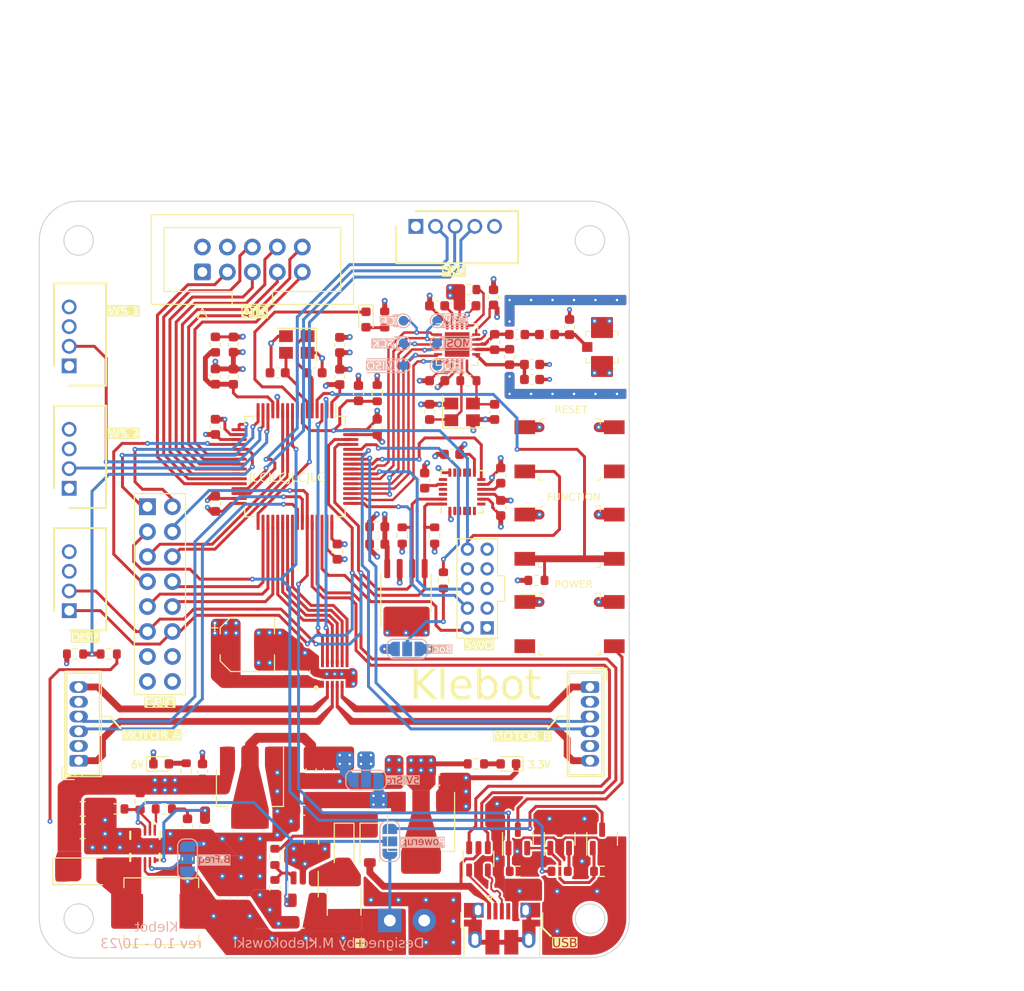
<source format=kicad_pcb>
(kicad_pcb (version 20221018) (generator pcbnew)
  (layers (0 "F.Cu" signal) (1 "In1.Cu" power) (2 "In2.Cu" power) (31 "B.Cu" signal) (34 "B.Paste" user) (35 "F.Paste" user) (36 "B.SilkS" user "B.Silkscreen") (37 "F.SilkS" user "F.Silkscreen") (38 "B.Mask" user) (39 "F.Mask" user) (44 "Edge.Cuts" user))
  (net 0 "")
  (net 1 "+BATT")
  (net 2 "GND")
  (net 3 "+3.3V")
  (net 4 "Net-(U2-PD0)")
  (net 5 "Net-(U2-PD1)")
  (net 6 "NRST")
  (net 7 "+3.3VA")
  (net 8 "5V_Conv")
  (net 9 "+6V")
  (net 10 "5V_Stab")
  (net 11 "Net-(IC1-SS)")
  (net 12 "Net-(C24-Pad1)")
  (net 13 "Net-(C31-Pad1)")
  (net 14 "Net-(C31-Pad2)")
  (net 15 "NRF_VDD_PA")
  (net 16 "NRF_XC2")
  (net 17 "NRF_XC1")
  (net 18 "Net-(D1-K)")
  (net 19 "Net-(D1-A)")
  (net 20 "Net-(U6-DVDD)")
  (net 21 "V_USB")
  (net 22 "Net-(D4-A)")
  (net 23 "Power_Btn")
  (net 24 "Net-(Q1-G)")
  (net 25 "Net-(D6-A)")
  (net 26 "Net-(D7-A)")
  (net 27 "Net-(IC1-COMP)")
  (net 28 "Net-(IC1-FB)")
  (net 29 "EN")
  (net 30 "Net-(IC1-FREQ)")
  (net 31 "A1")
  (net 32 "A2")
  (net 33 "B1")
  (net 34 "B2")
  (net 35 "DRV_BIN2{slash}BENBL")
  (net 36 "DRV_BIN1{slash}BPHASE")
  (net 37 "DRV_AIN2{slash}AENBL")
  (net 38 "DRV_AIN1{slash}APHASE")
  (net 39 "DRV_MODE")
  (net 40 "DRV_NSLEEP")
  (net 41 "+5V")
  (net 42 "SRF-05_TRIG")
  (net 43 "SRF-05_ECHO")
  (net 44 "SRF-05_IN")
  (net 45 "I2C_SDA")
  (net 46 "I2C_SCL")
  (net 47 "WS_LED_1")
  (net 48 "USB_CONN_D-")
  (net 49 "USB_CONN_D+")
  (net 50 "Net-(U8-REGOUT)")
  (net 51 "Net-(U8-CPOUT)")
  (net 52 "QTR_CTRL")
  (net 53 "QTR_0")
  (net 54 "QTR_1")
  (net 55 "QTR_2")
  (net 56 "QTR_3")
  (net 57 "QTR_4")
  (net 58 "QTR_5")
  (net 59 "Net-(D2-Pad3)")
  (net 60 "SWDIO")
  (net 61 "SWCLK")
  (net 62 "SWO")
  (net 63 "Net-(D5-A)")
  (net 65 "WS_LED_0")
  (net 66 "ENC_A_1")
  (net 67 "ENC_A_2")
  (net 68 "ENC_B_1")
  (net 69 "ENC_B_2")
  (net 70 "LATCH_POWERUP")
  (net 71 "NRF_ANT2")
  (net 72 "NRF_ANT1")
  (net 73 "Net-(Q2-B)")
  (net 74 "BOOT0")
  (net 75 "Net-(SW1-B)")
  (net 76 "BATT_ADC_0")
  (net 77 "unconnected-(J1-Shield-Pad6)")
  (net 78 "KEEP_ALIVE")
  (net 82 "Net-(U2-PC15)")
  (net 83 "Net-(U4-FB)")
  (net 84 "Net-(U6-IREF)")
  (net 85 "EXT_USART_TX")
  (net 86 "EXT_USART_RX")
  (net 87 "EXT_PC3")
  (net 88 "USB_D-")
  (net 89 "USB_D+")
  (net 90 "NRF_IRQ")
  (net 91 "NRF_SCK")
  (net 92 "NRF_MISO")
  (net 93 "NRF_MOSI")
  (net 94 "NRF_CSN")
  (net 95 "NRF_CE")
  (net 96 "MPU-6050_IRQ")
  (net 97 "EXT_PC2")
  (net 98 "EXT_PA4")
  (net 99 "EXT_SPI_SCK")
  (net 100 "EXT_SPI_MISO")
  (net 101 "EXT_SPI_MOSI")
  (footprint "Resistor_SMD:R_0603_1608Metric" (layer "F.Cu") (at 144.399 127.254)
    (fp_text reference "R12" hide)
    (fp_text value "330R")
  )
  (footprint "DF3A-5P-2DSA:SHDR5W55P0X200_1X5_1200X500X530P" (layer "F.Cu") (at 138.294 72.56 180)
    (fp_text reference "J5" hide)
    (fp_text value "SRF-05_CONN" hide)
  )
  (footprint "Capacitor_SMD:C_0603_1608Metric" (layer "F.Cu") (at 146.927 101.219 -90)
    (fp_text reference "C41" hide)
    (fp_text value "10n")
  )
  (footprint "Capacitor_SMD:C_0603_1608Metric" (layer "F.Cu") (at 146.304 91.44 -90)
    (fp_text reference "C37" hide)
    (fp_text value "10p")
  )
  (footprint "Resistor_SMD:R_0603_1608Metric" (layer "F.Cu") (at 134.366 89.535 -90)
    (fp_text reference "R2" hide)
    (fp_text value "10k")
  )
  (footprint "Capacitor_SMD:C_0603_1608Metric" (layer "F.Cu") (at 126.7968 143.4592 180)
    (fp_text reference "C21" hide)
    (fp_text value "4u7 6.3V")
  )
  (footprint "Capacitor_SMD:C_0603_1608Metric" (layer "F.Cu") (at 134.366 103.124 180)
    (fp_text reference "C43" hide)
    (fp_text value "100n")
  )
  (footprint "Capacitor_SMD:C_0603_1608Metric" (layer "F.Cu") (at 115.0742 133.618 -90)
    (fp_text reference "C24" hide)
    (fp_text value "2n7")
  )
  (footprint "Capacitor_SMD:C_0603_1608Metric" (layer "F.Cu") (at 116.8522 133.618 -90)
    (fp_text reference "C23" hide)
    (fp_text value "100n")
  )
  (footprint "Resistor_SMD:R_0603_1608Metric" (layer "F.Cu") (at 150.559 108.585)
    (fp_text reference "R4" hide)
    (fp_text value "10k")
  )
  (footprint "Package_TO_SOT_SMD:SOT-223-3_TabPin2" (layer "F.Cu") (at 121.4242 129.681 -90)
    (fp_text reference "U5" hide)
    (fp_text value "LD1117S50")
  )
  (footprint "Capacitor_SMD:C_0603_1608Metric" (layer "F.Cu") (at 146.927 97.917 -90)
    (fp_text reference "C45" hide)
    (fp_text value "100n")
  )
  (footprint "Connector_PinHeader_2.00mm:PinHeader_2x05_P2.00mm_Vertical" (layer "F.Cu") (at 145.542 113.41 180)
    (fp_text reference "J7" hide)
    (fp_text value "SWD")
  )
  (footprint "Resistor_SMD:R_0603_1608Metric" (layer "F.Cu") (at 110.2482 131.078 -90)
    (fp_text reference "R10" hide)
    (fp_text value "69k8")
  )
  (footprint "Capacitor_SMD:C_0805_2012Metric" (layer "F.Cu") (at 127.6726 135.142 -90)
    (fp_text reference "C22" hide)
    (fp_text value "22uF 6.3V")
  )
  (footprint "Connector_USB:USB_Micro-B_Amphenol_10103594-0001LF_Horizontal" (layer "F.Cu") (at 147.066 144.018)
    (fp_text reference "J1" hide)
    (fp_text value "USB_B_Micro")
  )
  (footprint "Capacitor_SMD:C_0603_1608Metric" (layer "F.Cu") (at 126.8722 131.967 180)
    (fp_text reference "C18" hide)
    (fp_text value "100n")
  )
  (footprint "Connector_Wuerth:Wuerth_WR-WTB_64800611622_1x06_P1.50mm_Vertical" (layer "F.Cu") (at 104 126.94 90)
    (fp_text reference "J8" hide)
    (fp_text value "Motor A")
  )
  (footprint "Connector_IDC:IDC-Header_2x05_P2.54mm_Vertical" (layer "F.Cu") (at 116.586 77.2065 90)
    (fp_text reference "J4" hide)
    (fp_text value "QTR_CONN")
  )
  (footprint "Capacitor_SMD:C_0603_1608Metric" (layer "F.Cu") (at 118.872 140.9192 90)
    (fp_text reference "C14" hide)
    (fp_text value "10u")
  )
  (footprint "Capacitor_SMD:C_0603_1608Metric" (layer "F.Cu") (at 127.6472 127.903 -90)
    (fp_text reference "C26" hide)
    (fp_text value "10u")
  )
  (footprint "Capacitor_SMD:C_0603_1608Metric" (layer "F.Cu") (at 124.24 87.464 180)
    (fp_text reference "C12" hide)
    (fp_text value "10p")
  )
  (footprint "Resistor_SMD:R_0603_1608Metric" (layer "F.Cu") (at 135.128 82.042 90)
    (fp_text reference "R3" hide)
    (fp_text value "?")
  )
  (footprint "Capacitor_SMD:C_0603_1608Metric" (layer "F.Cu") (at 117.9068 100.7872 90)
    (fp_text reference "C5" hide)
    (fp_text value "100n")
  )
  (footprint "Capacitor_SMD:C_0603_1608Metric" (layer "F.Cu") (at 153.924 82.804 90)
    (fp_text reference "C32" hide)
    (fp_text value "1p")
  )
  (footprint "Package_TO_SOT_SMD:SOT-23" (layer "F.Cu") (at 157.2382 134.888 90)
    (fp_text reference "Q1" hide)
    (fp_text value "DMP2045U")
  )
  (footprint "Resistor_SMD:R_0603_1608Metric" (layer "F.Cu") (at 157.2382 138.188 180)
    (fp_text reference "R6" hide)
    (fp_text value "100k")
  )
  (footprint "Capacitor_SMD:C_0603_1608Metric" (layer "F.Cu") (at 140.455008 80.645 180)
    (fp_text reference "C40" hide)
    (fp_text value "33n")
  )
  (footprint "LED_SMD:LED_0603_1608Metric" (layer "F.Cu") (at 133.223 82.042 -90)
    (fp_text reference "D1" hide)
    (fp_text value "LED BLUE")
  )
  (footprint "Resistor_SMD:R_0603_1608Metric" (layer "F.Cu") (at 112.6612 131.84)
    (fp_text reference "R15" hide)
    (fp_text value "16k")
  )
  (footprint "digikey-footprints:Switch_Tactile_SMD_6x6mm" (layer "F.Cu") (at 153.924 95.25)
    (fp_text reference "S1" hide)
    (fp_text value "RESET")
  )
  (footprint "Capacitor_SMD:C_0603_1608Metric" (layer "F.Cu") (at 130.556 84.6328 -90)
    (fp_text reference "C1" hide)
    (fp_text value "4u7")
  )
  (footprint "Capacitor_SMD:C_0805_2012Metric" (layer "F.Cu") (at 104.4062 134.126)
    (fp_text reference "C16" hide)
    (fp_text value "22u")
  )
  (footprint "Diode_SMD:D_SOD-123" (layer "F.Cu") (at 131 135.65 -90)
    (fp_text reference "D5" hide)
    (fp_text value "40V 1A")
  )
  (footprint "Inductor_SMD:L_Neosid_SM-PIC0602H" (layer "F.Cu") (at 112.4072 142.254 180)
    (fp_text reference "L1" hide)
    (fp_text value "4u7")
  )
  (footprint "Package_QFP:LQFP-64_10x10mm_P0.5mm" (layer "F.Cu") (at 126 97 -90)
    (fp_text reference "U2" hide)
    (fp_text value "STM32F107RCTx")
  )
  (footprint "TerminalBlock_Phoenix:TerminalBlock_Phoenix_PT-1,5-2-3.5-H_1x02_P3.50mm_Horizontal" (layer "F.Cu") (at 135.6482 143.191)
    (fp_text reference "BT1" hide)
    (fp_text value "Battery")
  )
  (footprint "Inductor_SMD:L_0603_1608Metric" (layer "F.Cu") (at 147.828 85.852 -90)
    (fp_text reference "L5" hide)
    (fp_text value "2n7")
  )
  (footprint "Diode_SMD:D_SOD-128" (layer "F.Cu") (at 104.5332 138.19)
    (fp_text reference "D4" hide)
    (fp_text value "PMEG6030ETPX")
  )
  (footprint "Capacitor_SMD:C_0603_1608Metric" (layer "F.Cu") (at 127 117.89 90)
    (fp_text reference "C30" hide)
    (fp_text value "100n")
  )
  (footprint "Capacitor_SMD:C_0603_1608Metric" (layer "F.Cu") (at 143.630008 80.645)
    (fp_text reference "C35" hide)
    (fp_text value "100n")
  )
  (footprint "Connector_PinHeader_2.54mm:PinHeader_2x08_P2.54mm_Vertical" (layer "F.Cu") (at 110.998 101.087)
    (fp_text reference "J11" hide)
    (fp_text value "BREAKOUT")
  )
  (footprint "Diode_SMD:D_SOD-123" (layer "F.Cu") (at 133.6162 135.65 -90)
    (fp_text reference "D3" hide)
    (fp_text value "40V 1A")
  )
  (footprint "Resistor_SMD:R_0603_1608Metric" (layer "F.Cu") (at 123.9642 139.8918 -90)
    (fp_text reference "R16" hide)
    (fp_text value "1k87")
  )
  (footprint "Capacitor_SMD:C_0603_1608Metric" (layer "F.Cu") (at 134.366 92.964 -90)
    (fp_text reference "C2" hide)
    (fp_text value "100n")
  )
  (footprint "Package_TO_SOT_SMD:SOT-23" (layer "F.Cu") (at 152.9202 134.888 90)
    (fp_text reference "Q2" hide)
    (fp_text value "BC847-QR")
  )
  (footprint "Package_SO:SOIC-8_3.9x4.9mm_P1.27mm" (layer "F.Cu") (at 137.287 109.855 90)
    (fp_text reference "U7" hide)
    (fp_text value "M24C02-FMN")
  )
  (footprint "Capacitor_SMD:C_0603_1608Metric" (layer "F.Cu") (at 151.638 83.566)
    (fp_text reference "C31" hide)
    (fp_text value "1p5")
  )
  (footprint "DF3A-4P-2DSA:SHDR4W55P0X200_1X4_1000X500X530P" (layer "F.Cu") (at 103.04 99.212 -90)
    (fp_text reference "J2" hide)
    (fp_text value "WS_LED_1_CONN" hide)
  )
  (footprint "Inductor_SMD:L_0603_1608Metric" (layer "F.Cu") (at 117.9068 84.595 90)
    (fp_text reference "FB1" hide)
    (fp_text value "120R")
  )
  (footprint "Resistor_SMD:R_0603_1608Metric" (layer "F.Cu") (at 103.632 116.078)
    (fp_text reference "R9" hide)
    (fp_text value "100k")
  )
  (footprint "Capacitor_SMD:C_0603_1608Metric" (layer "F.Cu") (at 130.302 105.664 -90)
    (fp_text reference "C6" hide)
    (fp_text value "100n")
  )
  (footprint "DRV8836DSSR:SON50P200X300X80-13N-D" (layer "F.Cu") (at 130.048 118.11 90)
    (fp_text reference "IC2" hide)
    (fp_text value "DRV8836DSSR" hide)
  )
  (footprint "Capacitor_SMD:C_0603_1608Metric" (layer "F.Cu") (at 119.7356 84.595 -90)
    (fp_text reference "C9" hide)
    (fp_text value "1u")
  )
  (footprint "Capacitor_SMD:C_0603_1608Metric" (layer "F.Cu") (at 141.974 95.758)
    (fp_text reference "C42" hide)
    (fp_text value "100n")
  )
  (footprint "Capacitor_SMD:C_0603_1608Metric" (layer "F.Cu") (at 139.192 98.425 -90)
    (fp_text reference "C46" hide)
    (fp_text value "2n2")
  )
  (footprint "Capacitor_SMD:C_0603_1608Metric" (layer "F.Cu") (at 119.7356 87.8592 90)
    (fp_text reference "C7" hide)
    (fp_text value "10n")
  )
  (footprint "DF3A-4P-2DSA:SHDR4W55P0X200_1X4_1000X500X530P" (layer "F.Cu") (at 103.0478 111.664 -90)
    (fp_text reference "J6" hide)
    (fp_text value "OLED_CONN" hide)
  )
  (footprint "digikey-footprints:Switch_Tactile_SMD_6x6mm" (layer "F.Cu") (at 153.924 113.03)
    (fp_text reference "S3" hide)
    (fp_text value "POWER UP")
  )
  (footprint "Capacitor_SMD:C_0603_1608Metric" (layer "F.Cu") (at 137.0452 128.919 180)
    (fp_text reference "C20" hide)
    (fp_text value "100n")
  )
  (footprint "Capacitor_SMD:C_0603_1608Metric" (layer "F.Cu") (at 125.222 117.89 90)
    (fp_text reference "C29" hide)
    (fp_text value "10u")
  )
  (footprint "Package_TO_SOT_SMD:SOT-23" (layer "F.Cu") (at 148.6682 134.888 90)
    (fp_text reference "D2" hide)
    (fp_text value "BAT54C")
  )
  (footprint "Connector_Wuerth:Wuerth_WR-WTB_64800611622_1x06_P1.50mm_Vertical" (layer "F.Cu") (at 156 119.44 -90)
    (fp_text reference "J9" hide)
    (fp_text value "Motor B")
  )
  (footprint "Resistor_SMD:R_0603_1608Metric" (layer "F.Cu") (at 107.8352 131.84 180)
    (fp_text reference "R14" hide)
    (fp_text value "18k")
  )
  (footprint "Inductor_SMD:L_0603_1608Metric" (layer "F.Cu") (at 148.59 83.566)
    (fp_text reference "L3" hide)
    (fp_text value "3n9")
  )
  (footprint "Capacitor_SMD:C_0603_1608Metric" (layer "F.Cu") (at 132.461 89.535 90)
    (fp_text reference "C10" hide)
    (fp_text value "100n")
  )
  (footprint "Capacitor_SMD:C_0805_2012Metric" (layer "F.Cu") (at 104.4062 131.84)
    (fp_text reference "C17" hide)
    (fp_text value "22u")
  )
  (footprint "Capacitor_SMD:C_0603_1608Metric" (layer "F.Cu") (at 116.5982 128.03 90)
    (fp_text reference "C25" hide)
    (fp_text value "100n")
  )
  (footprint "Capacitor_SMD:C_0603_1608Metric" (layer "F.Cu") (at 127.9906 87.464)
    (fp_text reference "C11" hide)
    (fp_text value "10p")
  )
  (footprint "Inductor_SMD:L_1812_4532Metric" (layer "F.Cu") (at 131 141.2634 90)
    (fp_text reference "L2" hide)
    (fp_text value "4.7uH 650mA")
  )
  (footprint "Capacitor_SMD:C_0603_1608Metric" (layer "F.Cu") (at 115.0742 136.92 90)
    (fp_text reference "C13" hide)
    (fp_text value "1u")
  )
  (footprint "DF3A-4P-2DSA:SHDR4W55P0X200_1X4_1000X500X530P" (layer "F.Cu") (at 103.04 86.766 -90)
    (fp_text reference "J3" hide)
    (fp_text value "WS_LED_0_CONN" hide)
  )
  (footprint "digikey-footprints:Switch_Tactile_SMD_6x6mm" (layer "F.Cu") (at 153.924 104.14)
    (fp_text reference "S2" hide)
    (fp_text value "USER_BUTTON")
  )
  (footprint "Crystal:Crystal_SMD_3225-4Pin_3.2x2.5mm" (layer "F.Cu") (at 143.002 91.44)
    (fp_text reference "Y2" hide)
    (fp_text value "16 MHz")
  )
  (footprint "Capacitor_SMD:C_0603_1608Metric" (layer "F.Cu") (at 150.114 88.138 180)
    (fp_text reference "C39" hide)
    (fp_text value "4p7")
  )
  (footprint "Capacitor_SMD:C_0603_1608Metric" (layer "F.Cu") (at 134.366 104.902 180)
    (fp_text reference "C44" hide)
    (fp_text value "2u2")
  )
  (footprint "Capacitor_SMD:C_0603_1608Metric" (layer "F.Cu") (at 139.7 91.44 90)
    (fp_text reference "C36" hide)
    (fp_text value "10p")
  )
  (footprint "Resistor_SMD:R_0603_1608Metric" (layer "F.Cu") (at 123.9642 136.7168 -90)
    (fp_text reference "R11" hide)
    (fp_text value "5k62")
  )
  (footprint "Resistor_SMD:R_0603_1608Metric" (layer "F.Cu") (at 141.097 108.585 -90)
    (fp_text reference "R1" hide)
    (fp_text value "10k")
  )
  (footprint "LED_SMD:LED_0603_1608Metric" (layer "F.Cu") (at 112.395 127.254)
    (fp_text reference "D7" hide)
    (fp_text value "LED ORANGE")
  )
  (footprint "Package_DFN_QFN:QFN-20-1EP_4x4mm_P0.5mm_EP2.5x2.5mm" (layer "F.Cu") (at 142.494 84.582)
    (fp_text reference "U6" hide)
    (fp_text value "nRF24L01P")
  )
  (footprint "Capacitor_SMD:C_0603_1608Metric" (layer "F.Cu") (at 140.462 88.265)
    (fp_text reference "C33" hide)
    (fp_text value "100n")
  )
  (footprint "Resistor_SMD:R_0603_1608Metric" (layer "F.Cu") (at 143.637 88.265)
    (fp_text reference "R17" hide)
    (fp_text value "1M")
  )
  (footprint "Sensor_Motion:InvenSense_QFN-24_4x4mm_P0.5mm" (layer "F.Cu") (at 143.002 99.568 90)
    (fp_text reference "U8" hide)
    (fp_text value "MPU-6050")
  )
  (footprint "Resistor_SMD:R_0603_1608Metric" (layer "F.Cu") (at 114.935 128.016 90)
    (fp_text reference "R13" hide)
    (fp_text value "1k")
  )
  (footprint "Crystal:Crystal_SMD_3225-4Pin_3.2x2.5mm" (layer "F.Cu") (at 126.188 84.582 180)
    (fp_text reference "Y1" hide)
    (fp_text value "16 MHz")
  )
  (footprint "Capacitor_SMD:C_0603_1608Metric" (layer "F.Cu") (at 117.9068 87.8462 90)
    (fp_text reference "C8" hide)
    (fp_text value "1u")
  )
  (footprint "Capacitor_SMD:C_0603_1608Metric" (layer "F.Cu") (at 129.4252 127.903 -90)
    (fp_text reference "C27" hide)
    (fp_text value "100n")
  )
  (footprint "Package_TO_SOT_SMD:SOT-23-6" (layer "F.Cu") (at 144.6652 136.92 90)
    (fp_text reference "U1" hide)
    (fp_text value "USBLC6-2SC6")
  )
  (footprint "Capacitor_SMD:C_0603_1608Metric" (layer "F.Cu") (at 140.6012 128.919)
    (fp_text reference "C19" hide)
    (fp_text value "10u")
  )
  (footprint "Capacitor_SMD:C_0603_1608Metric" (layer "F.Cu") (at 117.9096 92.964 90)
    (fp_text reference "C4" hide)
    (fp_text value "100n")
  )
  (footprint "Capacitor_SMD:C_0603_1608Metric" (layer "F.Cu") (at 130.556 87.884 90)
    (fp_text reference "C3" hide)
    (fp_text value "100n")
  )
  (footprint "Resistor_SMD:R_0603_1608Metric" (layer "F.Cu") (at 107.061 116.078)
    (fp_text reference "R7" hide)
    (fp_text value "100k")
  )
  (footprint "Inductor_SMD:L_0603_1608Metric" (layer "F.Cu") (at 146.304 84.328 -90)
    (fp_text reference "L4" hide)
    (fp_text value "8n2")
  )
  (footprint "Resistor_SMD:R_0603_1608Metric" (layer "F.Cu") (at 143.630008 78.994)
    (fp_text reference "R18" hide)
    (fp_text value "22k")
  )
  (footprint "Package_TO_SOT_SMD:TSOT-23-5" (layer "F.Cu") (at 126.809 139.9934 -90)
    (fp_text reference "U4" hide)
    (fp_text value "MIC2288")
  )
  (footprint "Capacitor_SMD:CP_Elec_5x5.9" (layer "F.Cu") (at 121.158 115.096)
    (fp_text reference "C28" hide)
    (fp_text value "47u")
  )
  (footprint "LED_SMD:LED_0603_1608Metric" (layer "F.Cu") (at 147.701 127.254 180)
    (fp_text reference "D6" hide)
    (fp_text value "LED RED")
  )
  (footprint "Capacitor_SMD:C_0603_1608Metric" (layer "F.Cu") (at 150.114 86.614 180)
    (fp_text reference "C38" hide)
    (fp_text value "2n2")
  )
  (footprint "Capacitor_SMD:C_0603_1608Metric" (layer "F.Cu") (at 120.6622 140.9192 90)
    (fp_text reference "C15" hide)
    (fp_text value "10u")
  )
  (footprint "Capacitor_SMD:C_0603_1608Metric" (layer "F.Cu") (at 146.195408 79.7814 90)
    (fp_text reference "C34" hide)
    (fp_text value "100n")
  )
  (footprint "TPS61087DRCR:TPS61087DRCR" (layer "F.Cu") (at 110.7482 135.647 -90)
    (fp_text reference "IC1" hide)
    (fp_text value "TPS61087DRCR" hide)
  )
  (footprint "Resistor_SMD:R_0603_1608Metric" (layer "F.Cu") (at 140.208 104.013 90)
    (fp_text reference "R20" hide)
    (fp_text value "2k2")
  )
  (footprint "Package_TO_SOT_SMD:SOT-223-3_TabPin2" (layer "F.Cu") (at 138.8232 134.253 -90)
    (fp_text reference "U3" hide)
    (fp_text value "LD1117S33")
  )
  (footprint "digikey-footprints:Coax_Conn_U.FL" (layer "F.Cu") (at 157.226 84.836 -90)
    (fp_text reference "J10" hide)
    (fp_text value "U.FL")
  )
  (footprint "Resistor_SMD:R_0603_1608Metric" (layer "F.Cu") (at 148.6682 138.19 180)
    (fp_text reference "R5" hide)
    (fp_text value "100k")
  )
  (footprint "Resistor_SMD:R_0603_1608Metric" (layer "F.Cu") (at 152.9202 138.188 180)
    (fp_text reference "R8" hide)
    (fp_text value "100k")
  )
  (footprint "Resistor_SMD:R_0603_1608Metric" (layer "F.Cu") (at 136.906 104.013 90)
    (fp_text reference "R19" hide)
    (fp_text value "2k2")
  )
  (footprint "Jumper:SolderJumper-3_P1.3mm_Open_RoundedPad1.0x1.5mm" (layer "B.Cu") (at 135.6482 135.142 90)
    (fp_text reference "JP2" hide)
    (fp_text value "Powerup Mode")
  )
  (footprint "Jumper:SolderJumper-3_P1.3mm_Open_RoundedPad1.0x1.5mm" (layer "B.Cu") (at 133.223 128.905)
    (fp_text reference "JP1" hide)
    (fp_text value "5V Source")
  )
  (footprint "TestPoint:TestPoint_Pad_D1.0mm" (layer "B.Cu") (at 140.462 86.741 180)
    (fp_text reference "TP6" hide)
    (fp_text value "Test IRQ")
  )
  (footprint "TestPoint:TestPoint_Pad_D1.0mm" (layer "B.Cu") (at 137.033 86.741 180)
    (fp_text reference "TP2" hide)
    (fp_text value "Test MISO")
  )
  (footprint "TestPoint:TestPoint_Pad_D1.0mm" (layer "B.Cu") (at 140.462 82.169 180)
    (fp_text reference "TP4" hide)
    (fp_text value "Test CSN")
  )
  (footprint "TestPoint:TestPoint_Pad_D1.0mm" (layer "B.Cu") (at 137.033 84.455 180)
    (fp_text reference "TP3" hide)
    (fp_text value "Test SCK" hide)
  )
  (footprint "TestPoint:TestPoint_Pad_D1.0mm" (layer "B.Cu") (at 137.033 82.169 180)
    (fp_text reference "TP5" hide)
    (fp_text value "Test CE")
  )
  (footprint "TestPoint:TestPoint_Pad_D1.0mm" (layer "B.Cu") (at 140.462 84.455 180)
    (fp_text reference "TP1" hide)
    (fp_text value "Test MOSI")
  )
  (footprint "Jumper:SolderJumper-3_P1.3mm_Open_RoundedPad1.0x1.5mm" (layer "B.Cu") (at 115.0742 136.9454 -90)
    (fp_text reference "JP3" hide)
    (fp_text value "Boost Converter Freqency")
  )
  (footprint "Jumper:SolderJumper-3_P1.3mm_Open_RoundedPad1.0x1.5mm" (layer "B.Cu") (at 137.414 115.57 180)
    (fp_text reference "SW1" hide)
    (fp_text value "SW_BOOT")
  )
  (gr_line (start 140.944322 87.400846) (end 141.139655 87.353822) (stroke (width 0.1)) (layer "B.SilkS"))
  (gr_line (start 137.033 87.441) (end 133.3246 87.440399) (stroke (width 0.1)) (layer "B.SilkS"))
  (gr_line (start 136.20635 84.044429) (end 136.5938 83.882053) (stroke (width 0.15)) (layer "B.SilkS"))
  (gr_line (start 141.1478 81.5848) (end 140.8176 81.5086) (stroke (width 0.1)) (layer "B.SilkS"))
  (gr_line (start 141.224 84.963) (end 140.8684 85.09) (stroke (width 0.1)) (layer "B.SilkS"))
  (gr_line (start 136.362282 87.299483) (end 136.440054 87.350125) (stroke (width 0.1)) (layer "B.SilkS"))
  (gr_line (start 136.161656 83.812346) (end 136.695056 83.812346) (stroke (width 0.15)) (layer "B.SilkS"))
  (gr_line (start 136.651664 87.415236) (end 136.31164 87.375446) (stroke (width 0.1)) (layer "B.SilkS"))
  (gr_line (start 140.8684 85.09) (end 141.224 84.963) (stroke (width 0.1)) (layer "B.SilkS"))
  (gr_line (start 141.1478 84.074) (end 141.0716 83.8835) (stroke (width 0.1)) (layer "B.SilkS"))
  (gr_line (start 135.913301 82.651922) (end 136.446701 82.651922) (stroke (width 0.15)) (layer "B.SilkS"))
  (gr_line (start 141.1478 86.4108) (end 140.843 86.0806) (stroke (width 0.1)) (layer "B.SilkS"))
  (gr_line (start 141.1224 86.0806) (end 141.1224 86.3092) (stroke (width 0.1)) (layer "B.SilkS"))
  (gr_line (start 136.33818 84.999391) (end 136.6266 85.09) (stroke (width 0.15)) (layer "B.SilkS"))
  (gr_line (start 141.2748 82.8294) (end 140.8684 82.804) (stroke (width 0.1)) (layer "B.SilkS"))
  (gr_line (start 140.463224 87.46234) (end 143.3322 87.463642) (stroke (width 0.1)) (layer "B.SilkS"))
  (gr_line (start 140.462 85.155) (end 144.1704 85.157147) (stroke (width 0.1)) (layer "B.SilkS"))
  (gr_line (start 140.8684 82.804) (end 141.1732 82.677) (stroke (width 0.1)) (layer "B.SilkS"))
  (gr_line (start 136.517825 87.400767) (end 136.362282 87.299483) (stroke (width 0.1)) (layer "B.SilkS"))
  (gr_line (start 141.1224 86.3092) (end 140.9954 86.2457) (stroke (width 0.1)) (layer "B.SilkS"))
  (gr_line (start 136.2202 86.106) (end 136.492504 86.076843) (stroke (width 0.1)) (layer "B.SilkS"))
  (gr_line (start 136.090771 81.570647) (end 136.624171 81.570647) (stroke (width 0.15)) (layer "B.SilkS"))
  (gr_line (start 136.341318 85.154835) (end 136.874718 85.154835) (stroke (width 0.15)) (layer "B.SilkS"))
  (gr_line (start 141.1732 82.677) (end 141.0716 82.8167) (stroke (width 0.1)) (layer "B.SilkS"))
  (gr_line (start 141.1224 83.82) (end 141.0208 83.947) (stroke (width 0.1)) (layer "B.SilkS"))
  (gr_line (start 127.259591 145.922193) (end 127.190621 146.060134) (stroke (width 0.15)) (layer "B.SilkS"))
  (gr_line (start 140.843 86.0806) (end 141.1224 86.0806) (stroke (width 0.1)) (layer "B.SilkS"))
  (gr_line (start 141.2748 86.36) (end 140.9827 86.0806) (stroke (width 0.1)) (layer "B.SilkS"))
  (gr_line (start 140.462 83.755) (end 144.1704 83.751834) (stroke (width 0.1)) (layer "B.SilkS"))
  (gr_line (start 135.906063 84.99296) (end 136.431425 84.928653) (stroke (width 0.15)) (layer "B.SilkS"))
  (gr_line (start 135.926973 81.686518) (end 136.460373 81.686518) (stroke (width 0.15)) (layer "B.SilkS"))
  (gr_line (start 136.3472 86.3854) (end 136.6012 86.0806) (stroke (width 0.1)) (layer "B.SilkS"))
  (gr_line (start 127.6858 145.288) (end 127.506476 145.191441) (stroke (width 0.15)) (layer "B.SilkS"))
  (gr_line (start 141.117951 87.24892) (end 140.944322 87.400846) (stroke (width 0.1)) (layer "B.SilkS"))
  (gr_line (start 140.462 81.469) (end 143.7894 81.468136) (stroke (width 0.1)) (layer "B.SilkS"))
  (gr_line (start 136.097751 82.762846) (end 136.631151 82.762846) (stroke (width 0.15)) (layer "B.SilkS"))
  (gr_line (start 141.1732 82.55) (end 140.8684 82.804) (stroke (width 0.1)) (layer "B.SilkS"))
  (gr_line (start 136.492504 86.076843) (end 136.2964 86.2584) (stroke (width 0.1)) (layer "B.SilkS"))
  (gr_line (start 141.1732 87.122) (end 140.832186 87.426167) (stroke (width 0.1)) (layer "B.SilkS"))
  (gr_line (start 140.462 82.869) (end 143.7894 82.868023) (stroke (width 0.1)) (layer "B.SilkS"))
  (gr_line (start 136.387603 87.154792) (end 136.517825 87.400767) (stroke (width 0.1)) (layer "B.SilkS"))
  (gr_line (start 140.911766 86.138416) (end 141.089013 86.221613) (stroke (width 0.1)) (layer "B.SilkS"))
  (gr_line (start 140.459606 86.011811) (end 143.3322 86.013227) (stroke (width 0.1)) (layer "B.SilkS"))
  (gr_line (start 136.651664 87.415236) (end 136.387603 87.154792) (stroke (width 0.1)) (layer "B.SilkS"))
  (gr_line (start 140.8938 83.82) (end 141.1224 83.82) (stroke (width 0.1)) (layer "B.SilkS"))
  (gr_line (start 141.1224 86.1949) (end 140.9827 86.0806) (stroke (width 0.1)) (layer "B.SilkS"))
  (gr_line (start 137.033 86.041) (end 133.2992 86.041047) (stroke (width 0.1)) (layer "B.SilkS"))
  (gr_line (start 141.1478 84.074) (end 140.8938 83.82) (stroke (width 0.1)) (layer "B.SilkS"))
  (gr_line (start 140.9192 81.5086) (end 141.1478 81.5848) (stroke (width 0.1)) (layer "B.SilkS"))
  (gr_line (start 141.1732 81.7626) (end 140.9192 81.5086) (stroke (width 0.1)) (layer "B.SilkS"))
  (gr_line (start 140.832186 87.426167) (end 141.117951 87.24892) (stroke (width 0.1)) (layer "B.SilkS"))
  (gr_line (start 141.1732 82.677) (end 140.8684 82.804) (stroke (width 0.1)) (layer "B.SilkS"))
  (gr_line (start 136.6012 86.0806) (end 136.2964 86.2584) (stroke (width 0.1)) (layer "B.SilkS"))
  (gr_line (start 141.1732 84.836) (end 140.8684 85.09) (stroke (width 0.1)) (layer "B.SilkS"))
  (gr_line (start 141.224 85.1154) (end 140.8684 85.09) (stroke (width 0.1)) (layer "B.SilkS"))
  (gr_line (start 152.8064 122.428) (end 153.6192 122.428) (stroke (width 0.2)) (layer "F.SilkS"))
  (gr_line (start 107.188 122.428) (end 106.3752 122.428) (stroke (width 0.2)) (layer "F.SilkS"))
  (gr_line (start 152.019 144.78) (end 151.191 143.953) (stroke (width 0.2)) (layer "F.SilkS"))
  (gr_line (start 151.7396 123.6472) (end 152.8064 122.428) (stroke (width 0.2)) (layer "F.SilkS"))
  (gr_line (start 108.2548 123.6472) (end 107.188 122.428) (stroke (width 0.2)) (layer "F.SilkS"))
  (gr_circle (center 156 74) (end 157.5 74) (stroke (width 0.1)) (fill none) (layer "Edge.Cuts"))
  (gr_line (start 103.999963 147.012181) (end 156.00247 146.987788) (stroke (width 0.1)) (layer "Edge.Cuts"))
  (gr_arc (start 103.999963 147.012181) (mid 101.170823 145.832724) (end 100 143) (stroke (width 0.1)) (layer "Edge.Cuts"))
  (gr_arc (start 100 74) (mid 101.171573 71.171573) (end 104 70) (stroke (width 0.1)) (layer "Edge.Cuts"))
  (gr_circle (center 104 74) (end 105.5 74) (stroke (width 0.1)) (fill none) (layer "Edge.Cuts"))
  (gr_line (start 160 143) (end 160 74) (stroke (width 0.1)) (layer "Edge.Cuts"))
  (gr_arc (start 160 143) (mid 158.828558 145.823238) (end 156.00247 146.987788) (stroke (width 0.1)) (layer "Edge.Cuts"))
  (gr_line (start 100 74) (end 100 143) (stroke (width 0.1)) (layer "Edge.Cuts"))
  (gr_circle (center 156.0122 143) (end 157.5122 143) (stroke (width 0.1)) (fill none) (layer "Edge.Cuts"))
  (gr_line (start 156 70) (end 104 70) (stroke (width 0.1)) (layer "Edge.Cuts"))
  (gr_circle (center 104.0122 143) (end 105.5122 143) (stroke (width 0.1)) (fill none) (layer "Edge.Cuts"))
  (gr_arc (start 156 70) (mid 158.828427 71.171573) (end 160 74) (stroke (width 0.1)) (layer "Edge.Cuts"))
  (gr_text "Designed by M.Klebokowski" (at 139.164399 146.130671) (layer "B.SilkS") (effects (font (size 1 1)) (justify left bottom mirror)))
  (gr_text "B.Freq" (at 119.4562 137.4394) (layer "B.SilkS" knockout) (effects (font (size 0.75 0.75)) (justify left bottom mirror)))
  (gr_text "CE" (at 136.1948 81.6356 180) (layer "B.SilkS" knockout) (effects (font (size 0.8 0.8) (thickness 0.1)) (justify left bottom)))
  (gr_text "MISO" (at 136.145245 87.266928) (layer "B.SilkS" knockout) (effects (font (size 0.8 0.8)) (justify left bottom mirror)))
  (gr_text "Boot" (at 142.031384 116.07658) (layer "B.SilkS" knockout) (effects (font (size 0.75 0.75)) (justify left bottom mirror)))
  (gr_text "5V Src" (at 138.683117 129.401006) (layer "B.SilkS" knockout) (effects (font (size 0.75 0.75)) (justify left bottom mirror)))
  (gr_text "	Klebot \nrev 1.0 - 10/23" (at 116.5352 146.177) (layer "B.SilkS") (effects (font (size 1 1)) (justify left bottom mirror)))
  (gr_text "CSN" (at 143.567797 82.695165) (layer "B.SilkS" knockout) (effects (font (size 0.8 0.8)) (justify left bottom mirror)))
  (gr_text "Powerup" (at 141.2494 135.636) (layer "B.SilkS" knockout) (effects (font (size 0.75 0.75)) (justify left bottom mirror)))
  (gr_text "SCK" (at 136.0932 85.0138) (layer "B.SilkS" knockout) (effects (font (size 0.8 0.8)) (justify left bottom mirror)))
  (gr_text "MOSI" (at 143.981352 84.984703) (layer "B.SilkS" knockout) (effects (font (size 0.8 0.8)) (justify left bottom mirror)))
  (gr_text "IRQ" (at 143.161713 87.238069) (layer "B.SilkS" knockout) (effects (font (size 0.8 0.8)) (justify left bottom mirror)))
  (gr_text "SWD" (at 143.2306 115.7478) (layer "F.SilkS" knockout) (effects (font (size 0.9 0.9) (thickness 0.1125)) (justify left bottom)))
  (gr_text "+" (at 132.08 146.05) (layer "F.SilkS" knockout) (effects (font (size 0.9 0.9)) (justify left bottom)))
  (gr_text "WS 2" (at 106.9848 94.221732) (layer "F.SilkS" knockout) (effects (font (size 0.9 0.9)) (justify left bottom)))
  (gr_text "QTR" (at 120.571616 81.822911) (layer "F.SilkS" knockout) (effects (font (size 0.9 0.9)) (justify left bottom)))
  (gr_text "6V" (at 109.22 127.762) (layer "F.SilkS") (effects (font (size 0.7 0.7)) (justify left bottom)))
  (gr_text "DISP" (at 103.190361 114.979748) (layer "F.SilkS" knockout) (effects (font (size 0.9 0.9)) (justify left bottom)))
  (gr_text "GPIO" (at 110.7186 121.5898) (layer "F.SilkS" knockout) (effects (font (size 0.9 0.9)) (justify left bottom)))
  (gr_text "RESET" (at 152.4 91.694) (layer "F.SilkS") (effects (font (size 0.75 0.75) (thickness 0.1125)) (justify left bottom)))
  (gr_text "WS 1" (at 106.9848 81.757127) (layer "F.SilkS" knockout) (effects (font (size 0.9 0.9)) (justify left bottom)))
  (gr_text "USB" (at 152.146 146.05) (layer "F.SilkS" knockout) (effects (font (size 0.9 0.9)) (justify left bottom)))
  (gr_text "SRF" (at 140.97 77.71871) (layer "F.SilkS" knockout) (effects (font (size 0.9 0.9)) (justify left bottom)))
  (gr_text "MOTOR A" (at 108.4072 124.9172) (layer "F.SilkS" knockout) (effects (font (size 0.9 0.9)) (justify left bottom)))
  (gr_text "3.3V" (at 149.606 127.762) (layer "F.SilkS") (effects (font (size 0.7 0.7)) (justify left bottom)))
  (gr_text "JLCJLCJLCJLC" (at 121.3104 98.7044) (layer "F.SilkS") (effects (font (size 0.9 0.9)) (justify left bottom)))
  (gr_text "Klebot" (at 137.668 121.158) (layer "F.SilkS") (effects (font (size 3 3) (thickness 0.5)) (justify left bottom)))
  (gr_text "FUNCTION" (at 151.638 100.584) (layer "F.SilkS") (effects (font (size 0.75 0.75) (thickness 0.1125)) (justify left bottom)))
  (gr_text "POWER" (at 152.4 109.474) (layer "F.SilkS") (effects (font (size 0.75 0.75) (thickness 0.1125)) (justify left bottom)))
  (gr_text "MOTOR B" (at 146.1008 125.0188) (layer "F.SilkS" knockout) (effects (font (size 0.9 0.9)) (justify left bottom)))
  (segment (start 110.7482 137.047) (end 110.7482 138.1802) (width 0.25) (layer "F.Cu") (net 1))
  (segment (start 107.2484 117.6686) (end 107.886 117.031) (width 0.3) (layer "F.Cu") (net 1))
  (segment (start 102.0414 117.6686) (end 107.2484 117.6686) (width 0.3) (layer "F.Cu") (net 1))
  (segment (start 107.886 117.031) (end 107.886 116.078) (width 0.3) (layer "F.Cu") (net 1))
  (segment (start 110.7482 138.1802) (end 111.0996 138.5316) (width 0.25) (layer "F.Cu") (net 1))
  (segment (start 158.1882 135.8255) (end 158.1882 138.063) (width 0.3) (layer "F.Cu") (net 1))
  (segment (start 101.092 118.618) (end 102.0414 117.6686) (width 0.3) (layer "F.Cu") (net 1))
  (segment (start 101.092 133.096) (end 101.092 118.618) (width 0.3) (layer "F.Cu") (net 1))
  (via (at 115.0742 139.206) (size 0.6) (drill 0.25) (layers "F.Cu" "B.Cu") (net 1))
  (via (at 117.729 142.748) (size 0.6) (drill 0.25) (layers "F.Cu" "B.Cu") (net 1))
  (via (at 127.1016 144.9832) (size 0.6) (drill 0.25) (layers "F.Cu" "B.Cu") (net 1))
  (via (at 121.412 142.748) (size 0.6) (drill 0.25) (layers "F.Cu" "B.Cu") (net 1))
  (via (at 123.6726 144.9832) (size 0.6) (drill 0.25) (layers "F.Cu" "B.Cu") (net 1))
  (via (at 101.092 133.096) (size 0.5) (drill 0.2) (layers "F.Cu" "B.Cu") (net 1))
  (via (at 152.6662 144.286) (size 0.6) (drill 0.25) (layers "F.Cu" "B.Cu") (net 1))
  (via (at 119.9388 144.9832) (size 0.6) (drill 0.25) (layers "F.Cu" "B.Cu") (net 1))
  (via (at 152.6662 140.222) (size 0.6) (drill 0.25) (layers "F.Cu" "B.Cu") (net 1))
  (via (at 130.9116 144.9832) (size 0.6) (drill 0.25) (layers "F.Cu" "B.Cu") (net 1))
  (via (at 155.194 137.16) (size 0.6) (drill 0.25) (layers "F.Cu" "B.Cu") (net 1))
  (via (at 148.6022 136.158) (size 0.6) (drill 0.25) (layers "F.Cu" "B.Cu") (net 1))
  (via (at 156.7302 140.222) (size 0.6) (drill 0.25) (layers "F.Cu" "B.Cu") (net 1))
  (segment (start 115.0742 138.2454) (end 115.0742 139.206) (width 0.5) (layer "B.Cu") (net 1))
  (segment (start 135.6482 136.442) (end 135.6482 143.84) (width 0.3) (layer "B.Cu") (net 1))
  (segment (start 119.7356 87.0842) (end 119.7356 85.37) (width 0.5) (layer "F.Cu") (net 2))
  (segment (start 140.6906 90.6804) (end 140.706 90.665) (width 0.5) (layer "F.Cu") (net 2))
  (segment (start 150.876 101.89) (end 149.374 101.89) (width 1) (layer "F.Cu") (net 2))
  (segment (start 146.927 97.142) (end 146.102 97.967) (width 0.3) (layer "F.Cu") (net 2))
  (segment (start 133.591 104.902) (end 133.591 103.124) (width 0.5) (layer "F.Cu") (net 2))
  (segment (start 134.366 93.98) (end 134.366 93.739) (width 0.5) (layer "F.Cu") (net 2))
  (segment (start 148.4885 128.1175) (end 147.941 128.665) (width 0.5) (layer "F.Cu") (net 2))
  (segment (start 124.25 91.325) (end 124.25 89.96) (width 0.3) (layer "F.Cu") (net 2))
  (segment (start 139.192 97.65) (end 139.192 96.901) (width 0.5) (layer "F.Cu") (net 2))
  (segment (start 130.556 85.4078) (end 131.559 85.4078) (width 0.5) (layer "F.Cu") (net 2))
  (segment (start 146.304 92.215) (end 145.3748 92.215) (width 0.5) (layer "F.Cu") (net 2))
  (segment (start 145.645 98.818) (end 144.952 98.818) (width 0.3) (layer "F.Cu") (net 2))
  (segment (start 139.7 90.665) (end 138.824 90.665) (width 0.5) (layer "F.Cu") (net 2))
  (segment (start 133.591 102.591497) (end 133.591 103.124) (width 0.5) (layer "F.Cu") (net 2))
  (segment (start 117.9068 87.0712) (end 119.7226 87.0712) (width 0.5) (layer "F.Cu") (net 2))
  (segment (start 139.192 96.901) (end 139.446 96.647) (width 0.5) (layer "F.Cu") (net 2))
  (segment (start 120.7008 87.0842) (end 119.7356 87.0842) (width 0.5) (layer "F.Cu") (net 2))
  (segment (start 140.2588 95.9612) (end 140.462 95.758) (width 0.5) (layer "F.Cu") (net 2))
  (segment (start 119.7356 85.37) (end 120.678807 85.37) (width 0.5) (layer "F.Cu") (net 2))
  (segment (start 144.480375 84.033125) (end 144.940883 84.033125) (width 0.25) (layer "F.Cu") (net 2))
  (segment (start 147.93 100.444) (end 147.943 100.457) (width 0.5) (layer "F.Cu") (net 2))
  (segment (start 145.313233 83.660775) (end 145.313233 83.337233) (width 0.25) (layer "F.Cu") (net 2))
  (segment (start 136.652 107.38) (end 136.652 108.8245) (width 0.5) (layer "F.Cu") (net 2))
  (segment (start 150.876 93) (end 150.203 93) (width 1) (layer "F.Cu") (net 2))
  (segment (start 146.229 92.29) (end 146.304 92.215) (width 0.25) (layer "F.Cu") (net 2))
  (segment (start 141.167 97.618) (end 141.052 97.618) (width 0.3) (layer "F.Cu") (net 2))
  (segment (start 144.145 80.645) (end 144.405008 80.645) (width 0.25) (layer "F.Cu") (net 2))
  (segment (start 120.325 100.25) (end 118.1446 100.25) (width 0.3) (layer "F.Cu") (net 2))
  (segment (start 104.0586 125.5) (end 104 125.4414) (width 0.7) (layer "F.Cu") (net 2))
  (segment (start 139.7 80.625008) (end 139.680008 80.645) (width 0.5) (layer "F.Cu") (net 2))
  (segment (start 133.591 105.397) (end 133.591 104.902) (width 0.5) (layer "F.Cu") (net 2))
  (segment (start 128.7656 85.9798) (end 128.2178 85.432) (width 0.3) (layer "F.Cu") (net 2))
  (segment (start 118.859 92.189) (end 118.872 92.202) (width 0.5) (layer "F.Cu") (net 2))
  (segment (start 141.827 90.665) (end 141.902 90.59) (width 0.5) (layer "F.Cu") (net 2))
  (segment (start 117.9096 92.189) (end 118.859 92.189) (width 0.5) (layer "F.Cu") (net 2))
  (segment (start 150.889 88.138) (end 151.892 88.138) (width 0.34925) (layer "F.Cu") (net 2))
  (segment (start 141.167 97.618) (end 141.752 97.618) (width 0.3) (layer "F.Cu") (net 2))
  (segment (start 150.889 86.614) (end 151.892 86.614) (width 0.34925) (layer "F.Cu") (net 2))
  (segment (start 130.556 85.4078) (end 130.556 87.109) (width 0.5) (layer "F.Cu") (net 2))
  (segment (start 134.874 94.488) (end 134.366 93.98) (width 0.5) (layer "F.Cu") (net 2))
  (segment (start 150.876 110.78) (end 150.203 110.78) (width 1) (layer "F.Cu") (net 2))
  (segment (start 156.8852 101.89) (end 158.474 101.89) (width 1) (layer "F.Cu") (net 2))
  (segment (start 141.752 102.255) (end 141.859 102.362) (width 0.3) (layer "F.Cu") (net 2))
  (segment (start 134.355 93.75) (end 134.366 93.739) (width 0.3) (layer "F.Cu") (net 2))
  (segment (start 123.9772 126.278) (end 123.7242 126.531) (width 1) (layer "F.Cu") (net 2))
  (segment (start 145.3748 92.215) (end 145.3642 92.2044) (width 0.5) (layer "F.Cu") (net 2))
  (segment (start 139.7 90.665) (end 140.6752 90.665) (width 0.5) (layer "F.Cu") (net 2))
  (segment (start 144.952 99.818) (end 146.301 99.818) (width 0.3) (layer "F.Cu") (net 2))
  (segment (start 120.678807 85.37) (end 120.691467 85.35734) (width 0.5) (layer "F.Cu") (net 2))
  (segment (start 118.1446 100.25) (end 117.9068 100.0122) (width 0.3) (layer "F.Cu") (net 2))
  (segment (start 140.6752 90.665) (end 140.6906 90.6804) (width 0.5) (layer "F.Cu") (net 2))
  (segment (start 134.366 106.172) (end 133.591 105.397) (width 0.5) (layer "F.Cu") (net 2))
  (segment (start 139.7 79.6036) (end 139.7 80.625008) (width 0.5) (layer "F.Cu") (net 2))
  (segment (start 117.9068 87.0712) (end 117.9068 86.3195) (width 0.5) (layer "F.Cu") (net 2))
  (segment (start 141.752 101.518) (end 141.752 102.255) (width 0.3) (layer "F.Cu") (net 2))
  (segment (start 141.052 97.618) (end 140.589 97.155) (width 0.3) (layer "F.Cu") (net 2))
  (segment (start 128.524 87.2224) (end 128.7656 87.464) (width 0.3) (layer "F.Cu") (net 2))
  (segment (start 146.195408 77.934192) (end 146.2024 77.9272) (width 0.5) (layer "F.Cu") (net 2))
  (segment (start 134.328497 101.854) (end 133.591 102.591497) (width 0.5) (layer "F.Cu") (net 2))
  (segment (start 132.461 88.76) (end 132.461 87.757) (width 0.5) (layer "F.Cu") (net 2))
  (segment (start 140.505534 88.930474) (end 140.571526 88.930474) (width 0.5) (layer "F.Cu") (net 2))
  (segment (start 116.5982 127.255) (end 116.5982 126.1232) (width 0.5) (layer "F.Cu") (net 2))
  (segment (start 145.3642 92.2044) (end 145.3536 92.215) (width 0.5) (layer "F.Cu") (net 2))
  (segment (start 131.675 93.75) (end 134.355 93.75) (width 0.3) (layer "F.Cu") (net 2))
  (segment (start 117.094 100.457) (end 117.5388 100.0122) (width 0.5) (layer "F.Cu") (net 2))
  (segment (start 130.302 106.439) (end 131.051 106.439) (width 0.5) (layer "F.Cu") (net 2))
  (segment (start 117.5388 100.0122) (end 117.9068 100.0122) (width 0.5) (layer "F.Cu") (net 2))
  (segment (start 144.399 80.645) (end 143.51 81.534) (width 0.25) (layer "F.Cu") (net 2))
  (segment (start 156.8852 110.78) (end 158.474 110.78) (width 1) (layer "F.Cu") (net 2))
  (segment (start 141.494 82.6445) (end 141.494 82.458992) (width 0.3) (layer "F.Cu") (net 2))
  (segment (start 140.462 95.758) (end 141.199 95.758) (width 0.5) (layer "F.Cu") (net 2))
  (segment (start 142.994 82.6445) (end 142.994 82.183992) (width 0.25) (layer "F.Cu") (net 2))
  (segment (start 102.807 116.649) (end 102.7684 116.6876) (width 0.5) (layer "F.Cu") (net 2))
  (segment (start 156.8852 93) (end 158.153 93) (width 1) (layer "F.Cu") (net 2))
  (segment (start 131.051 106.439) (end 131.064 106.426) (width 0.5) (layer "F.Cu") (net 2))
  (segment (start 131.559 85.4078) (end 131.572 85.3948) (width 0.5) (layer "F.Cu") (net 2))
  (segment (start 111.6075 126.0857) (end 111.6075 127.254) (width 0.5) (layer "F.Cu") (net 2))
  (segment (start 153.924 82.029) (end 153.924 81.026) (width 0.34925) (layer "F.Cu") (net 2))
  (segment (start 124.3072 83.732) (end 125.088 83.732) (width 0.3) (layer "F.Cu") (net 2))
  (segment (start 102.807 116.078) (end 102.807 117.03) (width 0.5) (layer "F.Cu") (net 2))
  (segment (start 144.940883 84.033125) (end 145.313233 83.660775) (width 0.25) (layer "F.Cu") (net 2))
  (segment (start 140.571526 88.930474) (end 141.237 88.265) (width 0.5) (layer "F.Cu") (net 2))
  (segment (start 141.352396 88.265) (end 141.237 88.265) (width 0.25) (layer "F.Cu") (net 2))
  (segment (start 138.824 90.665) (end 138.811 90.678) (width 0.5) (layer "F.Cu") (net 2))
  (segment (start 142.994 82.05) (end 143.51 81.534) (width 0.25) (layer "F.Cu") (net 2))
  (segment (start 118.872 93.173041) (end 118.872 92.202) (width 0.3) (layer "F.Cu") (net 2))
  (segment (start 131.559 87.109) (end 130.556 87.109) (width 0.5) (layer "F.Cu") (net 2))
  (segment (start 111.6076 126.0856) (end 111.6075 126.0857) (width 0.5) (layer "F.Cu") (net 2))
  (segment (start 120.325 93.75) (end 119.448959 93.75) (width 0.3) (layer "F.Cu") (net 2))
  (segment (start 123.571 87.358) (end 123.465 87.464) (width 0.3) (layer "F.Cu") (net 2))
  (segment (start 124.25 89.96) (end 124.206 89.916) (width 0.3) (layer "F.Cu") (net 2))
  (segment (start 128.2178 85.432) (end 127.288 85.432) (width 0.3) (layer "F.Cu") (net 2))
  (segment (start 119.448959 93.75) (end 118.872 93.173041) (width 0.3) (layer "F.Cu") (net 2))
  (segment (start 123.571 84.4682) (end 124.3072 83.732) (width 0.3) (layer "F.Cu") (net 2))
  (segment (start 147.941 128.665) (end 143.3952 128.665) (width 0.5) (layer "F.Cu") (net 2))
  (segment (start 119.7226 87.0712) (end 119.7356 87.0842) (width 0.5) (layer "F.Cu") (net 2))
  (segment (start 146.195408 79.0064) (end 146.195408 77.934192) (width 0.5) (layer "F.Cu") (net 2))
  (segment (start 144.4315 84.082) (end 144.480375 84.033125) (width 0.25) (layer "F.Cu") (net 2))
  (segment (start 146.301 99.818) (end 146.927 100.444) (width 0.3) (layer "F.Cu") (net 2))
  (segment (start 142.494 86.5195) (end 142.494 87.123396) (width 0.25) (layer "F.Cu") (net 2))
  (segment (start 146.927 100.444) (end 147.93 100.444) (width 0.5) (layer "F.Cu") (net 2))
  (segment (start 128.7656 85.9798) (end 128.7656 87.464) (width 0.3) (layer "F.Cu") (net 2))
  (segment (start 142.494 87.123396) (end 141.352396 88.265) (width 0.25) (layer "F.Cu") (net 2))
  (segment (start 144.177 92.215) (end 144.102 92.29) (width 0.5) (layer "F.Cu") (net 2))
  (segment (start 141.494 82.458992) (end 139.680008 80.645) (width 0.3) (layer "F.Cu") (net 2))
  (segment (start 123.571 84.4682) (end 123.571 87.358) (width 0.3) (layer "F.Cu") (net 2))
  (segment (start 144.405008 80.645) (end 144.399 80.645) (width 0.25) (layer "F.Cu") (net 2))
  (segment (start 129.25 105.387) (end 130.302 106.439) (width 0.3) (layer "F.Cu") (net 2))
  (segment (start 142.994 82.183992) (end 142.994 82.05) (width 0.25) (layer "F.Cu") (net 2))
  (segment (start 129.25 102.675) (end 129.25 105.387) (width 0.3) (layer "F.Cu") (net 2))
  (segment (start 140.706 90.665) (end 141.827 90.665) (width 0.5) (layer "F.Cu") (net 2))
  (segment (start 116.5982 126.1232) (end 116.586 126.111) (width 0.5) (layer "F.Cu") (net 2))
  (segment (start 144.102 92.29) (end 144.102 93.279) (width 0.5) (layer "F.Cu") (net 2))
  (segment (start 148.4885 127.254) (end 148.4885 128.1175) (width 0.5) (layer "F.Cu") (net 2))
  (segment (start 145.3536 92.215) (end 144.177 92.215) (width 0.5) (layer "F.Cu") (net 2))
  (segment (start 146.102 97.967) (end 146.102 98.361) (width 0.3) (layer "F.Cu") (net 2))
  (segment (start 146.927 97.142) (end 146.927 96.139) (width 0.5) (layer "F.Cu") (net 2))
  (segment (start 146.102 98.361) (end 145.645 98.818) (width 0.3) (layer "F.Cu") (net 2))
  (via (at 118.618 138.684) (size 0.6) (drill 0.25) (layers "F.Cu" "B.Cu") (net 2))
  (via (at 116.713 135.382) (size 0.6) (drill 0.25) (layers "F.Cu" "B.Cu") (net 2))
  (via (at 142.113 143.256) (size 0.6) (drill 0.25) (layers "F.Cu" "B.Cu") (net 2))
  (via (at 124.206 89.916) (size 0.6) (drill 0.25) (layers "F.Cu" "B.Cu") (net 2))
  (via (at 156.464 82.1944) (size 0.6) (drill 0.25) (layers "F.Cu" "B.Cu") (net 2))
  (via (at 148.844 140.208) (size 0.6) (drill 0.25) (layers "F.Cu" "B.Cu") (net 2))
  (via (at 116.713 136.779) (size 0.6) (drill 0.25) (layers "F.Cu" "B.Cu") (net 2))
  (via (at 150.876 101.89) (size 0.6) (drill 0.25) (layers "F.Cu" "B.Cu") (net 2))
  (via (at 158.75 89.6112) (size 0.6) (drill 0.25) (layers "F.Cu" "B.Cu") (net 2))
  (via (at 143.3952 131.586) (size 0.6) (drill 0.25) (layers "F.Cu" "B.Cu") (net 2))
  (via (at 105.41 135.763) (size 0.6) (drill 0.25) (layers "F.Cu" "B.Cu") (net 2))
  (via (at 146.558 131.318) (size 0.6) (drill 0.25) (layers "F.Cu" "B.Cu") (net 2))
  (via (at 147.828 89.6112) (size 0.6) (drill 0.25) (layers "F.Cu" "B.Cu") (net 2))
  (via (at 139.7 79.6036) (size 0.6) (drill 0.25) (layers "F.Cu" "B.Cu") (net 2))
  (via (at 131.572 85.3948) (size 0.6) (drill 0.25) (layers "F.Cu" "B.Cu") (net 2))
  (via (at 143.3952 128.665) (size 0.6) (drill 0.25) (layers "F.Cu" "B.Cu") (net 2))
  (via (at 158.75 80.0608) (size 0.6) (drill 0.25) (layers "F.Cu" "B.Cu") (net 2))
  (via (at 150.876 93) (size 0.6) (drill 0.25) (layers "F.Cu" "B.Cu") (net 2))
  (via (at 129.2352 118.11) (size 0.5) (drill 0.2) (layers "F.Cu" "B.Cu") (net 2))
  (via (at 146.2024 77.9272) (size 0.6) (drill 0.25) (layers "F.Cu" "B.Cu") (net 2))
  (via (at 150.0124 89.6112) (size 0.6) (drill 0.25) (layers "F.Cu" "B.Cu") (net 2))
  (via (at 122.428 140.589) (size 0.6) (drill 0.25) (layers "F.Cu" "B.Cu") (net 2))
  (via (at 142.113 145.415) (size 0.6) (drill 0.25) (layers "F.Cu" "B.Cu") (net 2))
  (via (at 110.1212 135.65) (size 0.5) (drill 0.2) (layers "F.Cu" "B.Cu") (net 2))
  (via (at 122.301 113.919) (size 0.6) (drill 0.25) (layers "F.Cu" "B.Cu") (net 2))
  (via (at 136.6012 127.889) (size 0.6) (drill 0.25) (layers "F.Cu" "B.Cu") (net 2))
  (via (at 150.876 110.78) (size 0.6) (drill 0.25) (layers "F.Cu" "B.Cu") (net 2))
  (via (at 156.5656 89.6112) (size 0.6) (drill 0.25) (layers "F.Cu" "B.Cu") (net 2))
  (via (at 111.6076 126.0856) (size 0.6) (drill 0.25) (layers "F.Cu" "B.Cu") (net 2))
  (via (at 124.206 128.143) (size 0.6) (drill 0.25) (layers "F.Cu" "B.Cu") (net 2))
  (via (at 118.872 92.202) (size 0.5) (drill 0.2) (layers "F.Cu" "B.Cu") (net 2))
  (via (at 136.525 141.097) (size 0.6) (drill 0.25) (layers "F.Cu" "B.Cu") (net 2))
  (via (at 134.366 106.172) (size 0.6) (drill 0.25) (layers "F.Cu" "B.Cu") (net 2))
  (via (at 130.7592 118.11) (size 0.5) (drill 0.2) (layers "F.Cu" "B.Cu") (net 2))
  (via (at 142.113 141.097) (size 0.6) (drill 0.25) (layers "F.Cu" "B.Cu") (net 2))
  (via (at 132.461 87.757) (size 0.6) (drill 0.25) (layers "F.Cu" "B.Cu") (net 2))
  (via (at 140.505534 88.930474) (size 0.6) (drill 0.25) (layers "F.Cu" "B.Cu") (net 2))
  (via (at 124.206 134.493) (size 0.6) (drill 0.25) (layers "F.Cu" "B.Cu") (net 2))
  (via (at 125.8692 135.8786) (size 0.6) (drill 0.25) (layers "F.Cu" "B.Cu") (net 2))
  (via (at 144.145 93.322) (size 0.6) (drill 0.25) (layers "F.Cu" "B.Cu") (net 2))
  (via (at 156.5656 80.0608) (size 0.6) (drill 0.25) (layers "F.Cu" "B.Cu") (net 2))
  (via (at 120.523 136.779) (size 0.6) (drill 0.25) (layers "F.Cu" "B.Cu") (net 2))
  (via (at 120.691467 85.35734) (size 0.6) (drill 0.25) (layers "F.Cu" "B.Cu") (net 2))
  (via (at 139.319 145.415) (size 0.6) (drill 0.25) (layers "F.Cu" "B.Cu") (net 2))
  (via (at 135.5344 126.8476) (size 0.6) (drill 0.25) (layers "F.Cu" "B.Cu") (net 2))
  (via (at 106.68 135.763) (size 0.6) (drill 0.25) (layers "F.Cu" "B.Cu") (net 2))
  (via (at 139.446 96.647) (size 0.6) (drill 0.25) (layers "F.Cu" "B.Cu") (net 2))
  (via (at 155.448 132.842) (size 0.6) (drill 0.25) (layers "F.Cu" "B.Cu") (net 2))
  (via (at 111.3912 135.65) (size 0.5) (drill 0.2) (layers "F.Cu" "B.Cu") (net 2))
  (via (at 143.3952 130.062) (size 0.6) (drill 0.25) (layers "F.Cu" "B.Cu") (net 2))
  (via (at 147.828 82.2452) (size 0.6) (drill 0.25) (layers "F.Cu" "B.Cu") (net 2))
  (via (at 122.428 138.684) (size 0.6) (drill 0.25) (layers "F.Cu" "B.Cu") (net 2))
  (via (at 127.0145 115.951) (size 0.6) (drill 0.25) (layers "F.Cu" "B.Cu") (net 2))
  (via (at 117.9068 86.3195) (size 0.6) (drill 0.25) (layers "F.Cu" "B.Cu") (net 2))
  (via (at 151.892 132.842) (size 0.6) (drill 0.25) (layers "F.Cu" "B.Cu") (net 2))
  (via (at 113.3107 134.366) (size 0.6) (drill 0.25) (layers "F.Cu" "B.Cu") (net 2))
  (via (at 122.428 136.779) (size 0.6) (drill 0.25) (layers "F.Cu" "B.Cu") (net 2))
  (via (at 136.6012 126.8476) (size 0.6) (drill 0.25) (layers "F.Cu" "B.Cu") (net 2))
  (via (at 156.8852 93) (size 0.6) (drill 0.25) (layers "F.Cu" "B.Cu") (net 2))
  (via (at 130.556 129.032) (size 0.6) (drill 0.25) (layers "F.Cu" "B.Cu") (net 2))
  (via (at 139.319 113.919) (size 0.6) (drill 0.25) (layers "F.Cu" "B.Cu") (net 2))
  (via (at 108.204 134.366) (size 0.6) (drill 0.25) (layers "F.Cu" "B.Cu") (net 2))
  (via (at 131.953 119.126) (size 0.6) (drill 0.25) (layers "F.Cu" "B.Cu") (net 2))
  (via (at 120.523 134.874) (size 0.6) (drill 0.25) (layers "F.Cu" "B.Cu") (net 2))
  (via (at 138.811 90.678) (size 0.6) (drill 0.25) (layers "F.Cu" "B.Cu") (net 2))
  (via (at 122.301 116.967) (size 0.6) (drill 0.25) (layers "F.Cu" "B.Cu") (net 2))
  (via (at 147.828 80.0608) (size 0.6) (drill 0.25) (layers "F.Cu" "B.Cu") (net 2))
  (via (at 113.3107 135.89) (size 0.6) (drill 0.25) (layers "F.Cu" "B.Cu") (net 2))
  (via (at 106.68 134.366) (size 0.6) (drill 0.25) (layers "F.Cu" "B.Cu") (net 2))
  (via (at 118.618 134.874) (size 0.6) (drill 0.25) (layers "F.Cu" "B.Cu") (net 2))
  (via (at 123.571 84.4682) (size 0.6) (drill 0.25) (layers "F.Cu" "B.Cu") (net 2))
  (via (at 147.828 87.8332) (size 0.6) (drill 0.25) (layers "F.Cu" "B.Cu") (net 2))
  (via (at 135.382 113.919) (size 0.6) (drill 0.25) (layers "F.Cu" "B.Cu") (net 2))
  (via (at 157.988 82.1944) (size 0.6) (drill 0.25) (layers "F.Cu" "B.Cu") (net 2))
  (via (at 102.7684 117.0686) (size 0.5) (drill 0.2) (layers "F.Cu" "B.Cu") (net 2))
  (via (at 157.988 87.4776) (size 0.6) (drill 0.25) (layers "F.Cu" "B.Cu") (net 2))
  (via (at 147.943 100.457) (size 0.6) (drill 0.25) (layers "F.Cu" "B.Cu") (net 2))
  (via (at 146.927 96.139) (size 0.6) (drill 0.25) (layers "F.Cu" "B.Cu") (net 2))
  (via (at 128.7656 85.9798) (size 0.6) (drill 0.25) (layers "F.Cu" "B.Cu") (net 2))
  (via (at 146.032841 98.135398) (size 0.6) (drill 0.25) (layers "F.Cu" "B.Cu") (net 2))
  (via (at 125.603 133.096) (size 0.6) (drill 0.25) (layers "F.Cu" "B.Cu") (net 2))
  (via (at 124.333 143.51) (size 0.6) (drill 0.25) (layers "F.Cu" "B.Cu") (net 2))
  (via (at 124.46 113.919) (size 0.6) (drill 0.25) (layers "F.Cu" "B.Cu") (net 2))
  (via (at 117.094 100.457) (size 0.5) (drill 0.2) (layers "F.Cu" "B.Cu") (net 2))
  (via (at 140.2588 95.9612) (size 0.6) (drill 0.25) (layers "F.Cu" "B.Cu") (net 2))
  (via (at 124.206 130.048) (size 0.6) (drill 0.25) (layers "F.Cu" "B.Cu") (net 2))
  (via (at 118.618 136.779) (size 0.6) (drill 0.25) (layers "F.Cu" "B.Cu") (net 2))
  (via (at 123.444 116.967) (size 0.6) (drill 0.25) (layers "F.Cu" "B.Cu") (net 2))
  (via (at 131.064 106.426) (size 0.6) (drill 0.25) (layers "F.Cu" "B.Cu") (net 2))
  (via (at 140.6906 90.6804) (size 0.6) (drill 0.25) (layers "F.Cu" "B.Cu") (net 2))
  (via (at 131.559 87.109) (size 0.6) (drill 0.25) (layers "F.Cu" "B.Cu") (net 2))
  (via (at 152.1968 80.0608) (size 0.6) (drill 0.25) (layers "F.Cu" "B.Cu") (net 2))
  (via (at 140.589 97.155) (size 0.6) (drill 0.25) (layers "F.Cu" "B.Cu") (net 2))
  (via (at 154.3812 89.6112) (size 0.6) (drill 0.25) (layers "F.Cu" "B.Cu") (net 2))
  (via (at 156.464 87.4776) (size 0.6) (drill 0.25) (layers "F.Cu" "B.Cu") (net 2))
  (via (at 131.953 117.983) (size 0.6) (drill 0.25) (layers "F.Cu" "B.Cu") (net 2))
  (via (at 106.6922 132.969) (size 0.6) (drill 0.25) (layers "F.Cu" "B.Cu") (net 2))
  (via (at 120.523 138.684) (size 0.6) (drill 0.25) (layers "F.Cu" "B.Cu") (net 2))
  (via (at 156.8852 110.78) (size 0.6) (drill 0.25) (layers "F.Cu" "B.Cu") (net 2))
  (via (at 154.3812 80.0608) (size 0.6) (drill 0.25) (layers "F.Cu" "B.Cu") (net 2))
  (via (at 124.206 132.08) (size 0.6) (drill 0.25) (layers "F.Cu" "B.Cu") (net 2))
  (via (at 134.874 94.488) (size 0.6) (drill 0.25) (layers "F.Cu" "B.Cu") (net 2))
  (via (at 123.4186 113.8936) (size 0.6) (drill 0.25) (layers "F.Cu" "B.Cu") (net 2))
  (via (at 135.098 115.57) (size 0.6) (drill 0.25) (layers "F.Cu" "B.Cu") (net 2))
  (via (at 120.7008 87.0842) (size 0.6) (drill 0.25) (layers "F.Cu" "B.Cu") (net 2))
  (via (at 151.892 86.614) (size 0.5) (drill 0.2) (layers "F.Cu" "B.Cu") (net 2))
  (via (at 146.558 136.906) (size 0.6) (drill 0.25) (layers "F.Cu" "B.Cu") (net 2))
  (via (at 130.048 118.11) (size 0.5) (drill 0.2) (layers "F.Cu" "B.Cu") (net 2))
  (via (at 116.586 126.111) (size 0.6) (drill 0.25) (layers "F.Cu" "B.Cu") (net 2))
  (via (at 150.0124 80.0608) (size 0.6) (drill 0.25) (layers "F.Cu" "B.Cu") (net 2))
  (via (at 156.8852 101.89) (size 0.6) (drill 0.25) (layers "F.Cu" "B.Cu") (net 2))
  (via (at 145.313233 83.337233) (size 0.5) (drill 0.2) (layers "F.Cu" "B.Cu") (net 2))
  (via (at 129.0442 135.904) (size 0.6) (drill 0.25) (layers "F.Cu" "B.Cu") (net 2))
  (via (at 151.892 88.138) (size 0.5) (drill 0.2) (layers "F.Cu" "B.Cu") (net 2))
  (via (at 145.3642 92.2044) (size 0.6) (drill 0.25) (layers "F.Cu" "B.Cu") (net 2))
  (via (at 127.0122 137.428) (size 0.6) (drill 0.25) (layers "F.Cu" "B.Cu") (net 2))
  (via (at 136.652 108.8245) (size 0.6) (drill 0.25) (layers "F.Cu" "B.Cu") (net 2))
  (via (at 152.1968 89.6112) (size 0.6) (drill 0.25) (layers "F.Cu" "B.Cu") (net 2))
  (via (at 108.204 135.763) (size 0.6) (drill 0.25) (layers "F.Cu" "B.Cu") (net 2))
  (via (at 122.428 134.874) (size 0.6) (drill 0.25) (layers "F.Cu" "B.Cu") (net 2))
  (via (at 137.287 113.919) (size 0.6) (drill 0.25) (layers "F.Cu" "B.Cu") (net 2))
  (via (at 133.731 141.097) (size 0.6) (drill 0.25) (layers "F.Cu" "B.Cu") (net 2))
  (via (at 153.924 81.026) (size 0.5) (drill 0.2) (layers "F.Cu" "B.Cu") (net 2))
  (via (at 134.328497 101.854) (size 0.6) (drill 0.25) (layers "F.Cu" "B.Cu") (net 2))
  (via (at 143.51 81.534) (size 0.6) (drill 0.25) (layers "F.Cu" "B.Cu") (net 2))
  (via (at 141.859 102.362) (size 0.6) (drill 0.25) (layers "F.Cu" "B.Cu") (net 2))
  (via (at 125.8692 137.047) (size 0.6) (drill 0.25) (layers "F.Cu" "B.Cu") (net 2))
  (via (at 139.319 141.097) (size 0.6) (drill 0.25) (layers "F.Cu" "B.Cu") (net 2))
  (via (at 135.5344 127.8636) (size 0.6) (drill 0.25) (layers "F.Cu" "B.Cu") (net 2))
  (via (at 123.444 142.113) (size 0.6) (drill 0.25) (layers "F.Cu" "B.Cu") (net 2))
  (segment (start 116.713 135.382) (end 115.1852 135.382) (width 0.5) (layer "B.Cu") (net 2))
  (segment (start 136.114 115.57) (end 135.098 115.57) (width 1) (layer "B.Cu") (net 2))
  (segment (start 115.1852 135.382) (end 115.0742 135.493) (width 0.5) (layer "B.Cu") (net 2))
  (segment (start 117.9096 93.739) (end 116.9125 93.739) (width 0.5) (layer "F.Cu") (net 3))
  (segment (start 116.9125 93.739) (end 116.8995 93.726) (width 0.5) (layer "F.Cu") (net 3))
  (segment (start 136.906 104.838) (end 136.906 105.664) (width 0.5) (layer "F.Cu") (net 3))
  (segment (start 131.675 93.25) (end 133.305 93.25) (width 0.3) (layer "F.Cu") (net 3))
  (segment (start 117.9068 83.8075) (end 119.7231 83.8075) (width 0.3) (layer "F.Cu") (net 3))
  (segment (start 145.796 81.788) (end 144.4315 83.1525) (width 0.25) (layer "F.Cu") (net 3))
  (segment (start 117.094 101.1565) (end 117.4997 101.5622) (width 0.5) (layer "F.Cu") (net 3))
  (segment (start 130.556 89.656529) (end 130.556 88.659) (width 0.3) (layer "F.Cu") (net 3))
  (segment (start 130.302 104.889) (end 131.051 104.889) (width 0.5) (layer "F.Cu") (net 3))
  (segment (start 141.516 87.465) (end 141.994 86.987) (width 0.25) (layer "F.Cu") (net 3))
  (segment (start 119.7231 83.8075) (end 119.7356 83.82) (width 0.3) (layer "F.Cu") (net 3))
  (segment (start 129.75 91.325) (end 129.75 90.462529) (width 0.3) (layer "F.Cu") (net 3))
  (segment (start 120.325 100.75) (end 119.468 100.75) (width 0.3) (layer "F.Cu") (net 3))
  (segment (start 129.273 88.659) (end 129.1336 88.7984) (width 0.5) (layer "F.Cu") (net 3))
  (segment (start 129.75 102.675) (end 129.75 104.337) (width 0.3) (layer "F.Cu") (net 3))
  (segment (start 139.687 88.265) (end 140.487 87.465) (width 0.25) (layer "F.Cu") (net 3))
  (segment (start 143.574 127.254) (end 140.2062 127.254) (width 0.5) (layer "F.Cu") (net 3))
  (segment (start 146.558 80.918992) (end 146.558 81.788) (width 0.5) (layer "F.Cu") (net 3))
  (segment (start 145.796 80.955808) (end 145.796 81.788) (width 0.25) (layer "F.Cu") (net 3))
  (segment (start 146.195408 80.5564) (end 145.796 80.955808) (width 0.25) (layer "F.Cu") (net 3))
  (segment (start 131.5342 83.8578) (end 131.572 83.82) (width 0.5) (layer "F.Cu") (net 3))
  (segment (start 118.6558 101.5622) (end 117.9068 101.5622) (width 0.3) (layer "F.Cu") (net 3))
  (segment (start 144.252 96.258) (end 143.752 95.758) (width 0.3) (layer "F.Cu") (net 3))
  (segment (start 131.051 104.889) (end 131.064 104.902) (width 0.5) (layer "F.Cu") (net 3))
  (segment (start 117.9096 93.739) (end 118.4206 94.25) (width 0.3) (layer "F.Cu") (net 3))
  (segment (start 135.141 101.867) (end 135.128 101.854) (width 0.5) (layer "F.Cu") (net 3))
  (segment (start 135.141 103.124) (end 135.141 101.867) (width 0.5) (layer "F.Cu") (net 3))
  (segment (start 118.4206 94.25) (end 120.325 94.25) (width 0.3) (layer "F.Cu") (net 3))
  (segment (start 142.494 81.913604) (end 142.748 81.659604) (width 0.25) (layer "F.Cu") (net 3))
  (segment (start 133.305 93.25) (end 134.366 92.189) (width 0.3) (layer "F.Cu") (net 3))
  (segment (start 146.927 101.994) (end 146.102 101.169) (width 0.3) (layer "F.Cu") (net 3))
  (segment (start 130.556 88.659) (end 129.273 88.659) (width 0.5) (layer "F.Cu") (net 3))
  (segment (start 134.366 92.189) (end 134.366 91.313) (width 0.5) (layer "F.Cu") (net 3))
  (segment (start 142.494 82.6445) (end 142.494 81.913604) (width 0.25) (layer "F.Cu") (net 3))
  (segment (start 142.749 95.249) (end 143.256 94.742) (width 0.5) (layer "F.Cu") (net 3))
  (segment (start 117.964 93.739) (end 117.951 93.726) (width 0.5) (layer "F.Cu") (net 3))
  (segment (start 143.752 95.758) (end 142.749 95.758) (width 0.3) (layer "F.Cu") (net 3))
  (segment (start 134.366 88.71) (end 134.366 87.757) (width 0.5) (layer "F.Cu") (net 3))
  (segment (start 144.252 97.618) (end 144.252 96.258) (width 0.3) (layer "F.Cu") (net 3))
  (segment (start 141.994 86.987) (end 141.994 86.5195) (width 0.25) (layer "F.Cu") (net 3))
  (segment (start 149.734 108.585) (end 148.654 108.585) (width 0.5) (layer "F.Cu") (net 3))
  (segment (start 144.4315 83.1525) (end 144.4315 83.582) (width 0.25) (layer "F.Cu") (net 3))
  (segment (start 117.4997 101.5622) (end 117.9068 101.5622) (width 0.5) (layer "F.Cu") (net 3))
  (segment (start 129.75 90.462529) (end 130.556 89.656529) (width 0.3) (layer "F.Cu") (net 3))
  (segment (start 145.657 100.318) (end 144.952 100.318) (width 0.3) (layer "F.Cu") (net 3))
  (segment (start 135.382 107.38) (end 135.382 105.143) (width 0.5) (layer "F.Cu") (net 3))
  (segment (start 146.927 101.994) (end 146.927 103.124) (width 0.5) (layer "F.Cu") (net 3))
  (segment (start 142.749 95.758) (end 142.749 95.249) (width 0.5) (layer "F.Cu") (net 3))
  (segment (start 146.195408 80.5564) (end 146.558 80.918992) (width 0.5) (layer "F.Cu") (net 3))
  (segment (start 140.2062 127.254) (end 139.8392 126.887) (width 0.5) (layer "F.Cu") (net 3))
  (segment (start 135.141 103.124) (end 135.141 104.902) (width 0.5) (layer "F.Cu") (net 3))
  (segment (start 138.684 88.265) (end 139.687 88.265) (width 0.5) (layer "F.Cu") (net 3))
  (segment (start 129.75 104.337) (end 130.302 104.889) (width 0.3) (layer "F.Cu") (net 3))
  (segment (start 119.7356 83.82) (end 120.663 83.82) (width 0.5) (layer "F.Cu") (net 3))
  (segment (start 142.748 81.659604) (end 142.748 80.752008) (width 0.25) (layer "F.Cu") (net 3))
  (segment (start 142.748 80.752008) (end 142.855008 80.645) (width 0.25) (layer "F.Cu") (net 3))
  (segment (start 140.487 87.465) (end 141.516 87.465) (width 0.25) (layer "F.Cu") (net 3))
  (segment (start 119.468 100.75) (end 118.6558 101.5622) (width 0.3) (layer "F.Cu") (net 3))
  (segment (start 130.556 83.8578) (end 131.5342 83.8578) (width 0.5) (layer "F.Cu") (net 3))
  (segment (start 120.663 83.82) (end 120.7008 83.7822) (width 0.5) (layer "F.Cu") (net 3))
  (segment (start 140.208 104.838) (end 140.208 105.664) (width 0.5) (layer "F.Cu") (net 3))
  (segment (start 135.128 81.217) (end 135.128 80.137) (width 0.5) (layer "F.Cu") (net 3))
  (segment (start 146.102 101.169) (end 146.102 100.763) (width 0.3) (layer "F.Cu") (net 3))
  (segment (start 135.382 105.143) (end 135.141 104.902) (width 0.5) (layer "F.Cu") (net 3))
  (segment (start 146.102 100.763) (end 145.657 100.318) (width 0.3) (layer "F.Cu") (net 3))
  (via (at 139.67 115.57) (size 0.6) (drill 0.25) (layers "F.Cu" "B.Cu") (net 3))
  (via (at 146.939 103.124) (size 0.6) (drill 0.25) (layers "F.Cu" "B.Cu") (net 3))
  (via (at 140.208 105.664) (size 0.6) (drill 0.25) (layers "F.Cu" "B.Cu") (net 3))
  (via (at 131.064 104.902) (size 0.6) (drill 0.25) (layers "F.Cu" "B.Cu") (net 3))
  (via (at 139.8392 127.903) (size 0.6) (drill 0.25) (layers "F.Cu" "B.Cu") (net 3))
  (via (at 135.128 80.137) (size 0.6) (drill 0.25) (layers "F.Cu" "B.Cu") (net 3))
  (via (at 131.572 83.82) (size 0.6) (drill 0.25) (layers "F.Cu" "B.Cu") (net 3))
  (via (at 134.366 87.757) (size 0.6) (drill 0.25) (layers "F.Cu" "B.Cu") (net 3))
  (via (at 137.8072 127.903) (size 0.6) (drill 0.25) (layers "F.Cu" "B.Cu") (net 3))
  (via (at 116.8995 93.726) (size 0.5) (drill 0.2) (layers "F.Cu" "B.Cu") (net 3))
  (via (at 139.8392 126.887) (size 0.6) (drill 0.25) (layers "F.Cu" "B.Cu") (net 3))
  (via (at 134.366 91.313) (size 0.6) (drill 0.25) (layers "F.Cu" "B.Cu") (net 3))
  (via (at 138.8232 127.903) (size 0.6) (drill 0.25) (layers "F.Cu" "B.Cu") (net 3))
  (via (at 141.7828 79.6036) (size 0.6) (drill 0.25) (layers "F.Cu" "B.Cu") (net 3))
  (via (at 117.094 101.1565) (size 0.5) (drill 0.2) (layers "F.Cu" "B.Cu") (net 3))
  (via (at 138.8232 126.887) (size 0.6) (drill 0.25) (layers "F.Cu" "B.Cu") (net 3))
  (via (at 135.128 101.854) (size 0.6) (drill 0.25) (layers "F.Cu" "B.Cu") (net 3))
  (via (at 141.7828 78.7908) (size 0.6) (drill 0.25) (layers "F.Cu" "B.Cu") (net 3))
  (via (at 120.7008 83.7822) (size 0.6) (drill 0.25) (layers "F.Cu" "B.Cu") (net 3))
  (via (at 143.256 94.742) (size 0.6) (drill 0.25) (layers "F.Cu" "B.Cu") (net 3))
  (via (at 146.558 81.788) (size 0.6) (drill 0.25) (layers "F.Cu" "B.Cu") (net 3))
  (via (at 148.654 108.585) (size 0.6) (drill 0.25) (layers "F.Cu" "B.Cu") (net 3))
  (via (at 136.906 105.664) (size 0.6) (drill 0.25) (layers "F.Cu" "B.Cu") (net 3))
  (via (at 129.1336 88.7984) (size 0.6) (drill 0.25) (layers "F.Cu" "B.Cu") (net 3))
  (via (at 137.8072 126.887) (size 0.6) (drill 0.25) (layers "F.Cu" "B.Cu") (net 3))
  (via (at 138.684 88.265) (size 0.6) (drill 0.25) (layers "F.Cu" "B.Cu") (net 3))
  (segment (start 138.714 115.57) (end 139.67 115.57) (width 1) (layer "B.Cu") (net 3))
  (segment (start 126.238 84.482) (end 126.238 86.4864) (width 0.3) (layer "F.Cu") (net 4))
  (segment (start 127.75 87.9984) (end 127.75 91.325) (width 0.3) (layer "F.Cu") (net 4))
  (segment (start 127.2156 87.464) (end 127.75 87.9984) (width 0.3) (layer "F.Cu") (net 4))
  (segment (start 126.988 83.732) (end 126.238 84.482) (width 0.3) (layer "F.Cu") (net 4))
  (segment (start 127.2156 87.72485) (end 127.2156 87.464) (width 0.3) (layer "F.Cu") (net 4))
  (segment (start 127.288 83.732) (end 126.988 83.732) (width 0.3) (layer "F.Cu") (net 4))
  (segment (start 126.238 86.4864) (end 127.2156 87.464) (width 0.3) (layer "F.Cu") (net 4))
  (segment (start 127.275 87.731) (end 127.275 87.464) (width 0.3) (layer "F.Cu") (net 4))
  (segment (start 125.984 88.4814) (end 126.238 88.7354) (width 0.3) (layer "F.Cu") (net 5))
  (segment (start 127.25 90.42) (end 127.25 91.325) (width 0.3) (layer "F.Cu") (net 5))
  (segment (start 125.088 87.391) (end 125.015 87.464) (width 0.3) (layer "F.Cu") (net 5))
  (segment (start 125.015 87.464) (end 125.015 87.5124) (width 0.3) (layer "F.Cu") (net 5))
  (segment (start 126.238 89.408) (end 127.25 90.42) (width 0.3) (layer "F.Cu") (net 5))
  (segment (start 126.238 88.7354) (end 126.238 89.408) (width 0.3) (layer "F.Cu") (net 5))
  (segment (start 125.015 87.5124) (end 125.984 88.4814) (width 0.3) (layer "F.Cu") (net 5))
  (segment (start 125.8953 88.3927) (end 125.984 88.4814) (width 0.3) (layer "F.Cu") (net 5))
  (segment (start 125.088 85.432) (end 125.088 87.391) (width 0.3) (layer "F.Cu") (net 5))
  (segment (start 131.305 90.31) (end 130.556 91.059) (width 0.3) (layer "F.Cu") (net 6))
  (segment (start 144.145 104.013) (end 143.542 104.616) (width 0.3) (layer "F.Cu") (net 6))
  (segment (start 143.542 104.616) (end 143.542 105.41) (width 0.3) (layer "F.Cu") (net 6))
  (segment (start 127.51048 93.345) (end 129.921 93.345) (width 0.3) (layer "F.Cu") (net 6))
  (segment (start 152.364 97.5) (end 152.908 98.044) (width 0.3) (layer "F.Cu") (net 6))
  (segment (start 126.75 91.325) (end 126.75 92.58452) (width 0.3) (layer "F.Cu") (net 6))
  (segment (start 152.908 98.044) (end 152.908 103.378) (width 0.3) (layer "F.Cu") (net 6))
  (segment (start 130.556 92.71) (end 129.921 93.345) (width 0.3) (layer "F.Cu") (net 6))
  (segment (start 152.273 104.013) (end 144.145 104.013) (width 0.3) (layer "F.Cu") (net 6))
  (segment (start 132.461 90.31) (end 131.305 90.31) (width 0.3) (layer "F.Cu") (net 6))
  (segment (start 132.511 90.36) (end 132.461 90.31) (width 0.3) (layer "F.Cu") (net 6))
  (segment (start 130.556 91.059) (end 130.556 92.71) (width 0.3) (layer "F.Cu") (net 6))
  (segment (start 152.908 103.378) (end 152.273 104.013) (width 0.3) (layer "F.Cu") (net 6))
  (segment (start 126.75 92.58452) (end 127.51048 93.345) (width 0.3) (layer "F.Cu") (net 6))
  (segment (start 134.366 90.36) (end 132.511 90.36) (width 0.3) (layer "F.Cu") (net 6))
  (segment (start 150.203 97.5) (end 152.364 97.5) (width 0.3) (layer "F.Cu") (net 6))
  (via (at 129.921 93.345) (size 0.5) (drill 0.2) (layers "F.Cu" "B.Cu") (net 6))
  (segment (start 140.716 93.345) (end 143.542 96.171) (width 0.3) (layer "B.Cu") (net 6))
  (segment (start 129.921 93.345) (end 140.716 93.345) (width 0.3) (layer "B.Cu") (net 6))
  (segment (start 143.542 96.171) (end 143.542 105.41) (width 0.3) (layer "B.Cu") (net 6))
  (segment (start 117.4118 88.6212) (end 116.8908 88.1002) (width 0.5) (layer "F.Cu") (net 7))
  (segment (start 117.9068 88.6212) (end 117.4118 88.6212) (width 0.5) (layer "F.Cu") (net 7))
  (segment (start 116.8908 85.9412) (end 117.4495 85.3825) (width 0.5) (layer "F.Cu") (net 7))
  (segment (start 119.7356 89.5096) (end 120.142 89.916) (width 0.3) (layer "F.Cu") (net 7))
  (segment (start 123.217041 89.916) (end 123.75 90.448959) (width 0.3) (layer "F.Cu") (net 7))
  (segment (start 116.8908 88.1002) (end 116.8908 85.9412) (width 0.5) (layer "F.Cu") (net 7))
  (segment (start 119.7356 88.6342) (end 119.7356 89.5096) (width 0.3) (layer "F.Cu") (net 7))
  (segment (start 117.9068 88.6212) (end 119.7226 88.6212) (width 0.5) (layer "F.Cu") (net 7))
  (segment (start 117.4495 85.3825) (end 117.9068 85.3825) (width 0.5) (layer "F.Cu") (net 7))
  (segment (start 119.7226 88.6212) (end 119.7356 88.6342) (width 0.5) (layer "F.Cu") (net 7))
  (segment (start 123.75 90.448959) (end 123.75 91.325) (width 0.3) (layer "F.Cu") (net 7))
  (segment (start 120.142 89.916) (end 123.217041 89.916) (width 0.3) (layer "F.Cu") (net 7))
  (segment (start 124.5301 135.8918) (end 125.8133 134.6086) (width 0.3) (layer "F.Cu") (net 8))
  (segment (start 127.256 134.6086) (end 127.6726 134.192) (width 0.3) (layer "F.Cu") (net 8))
  (segment (start 125.8133 134.6086) (end 127.256 134.6086) (width 0.3) (layer "F.Cu") (net 8))
  (segment (start 123.9642 135.8918) (end 124.5301 135.8918) (width 0.3) (layer "F.Cu") (net 8))
  (via (at 133.985 131.3942) (size 0.6) (drill 0.25) (layers "F.Cu" "B.Cu") (net 8))
  (via (at 133.985 130.5052) (size 0.6) (drill 0.25) (layers "F.Cu" "B.Cu") (net 8))
  (via (at 135.001 131.3942) (size 0.6) (drill 0.25) (layers "F.Cu" "B.Cu") (net 8))
  (via (at 135.001 130.5052) (size 0.6) (drill 0.25) (layers "F.Cu" "B.Cu") (net 8))
  (segment (start 134.523 128.905) (end 134.523 130.653) (width 1) (layer "B.Cu") (net 8))
  (via (at 112.776 128.905) (size 0.6) (drill 0.25) (layers "F.Cu" "B.Cu") (net 9))
  (via (at 118.9736 113.919) (size 0.6) (drill 0.25) (layers "F.Cu" "B.Cu") (net 9))
  (via (at 117.856 112.9284) (size 0.6) (drill 0.25) (layers "F.Cu" "B.Cu") (net 9))
  (via (at 111.76 128.905) (size 0.6) (drill 0.25) (layers "F.Cu" "B.Cu") (net 9))
  (via (at 120.015 112.9284) (size 0.6) (drill 0.25) (layers "F.Cu" "B.Cu") (net 9))
  (via (at 117.856 113.9444) (size 0.6) (drill 0.25) (layers "F.Cu" "B.Cu") (net 9))
  (via (at 120.015 113.9444) (size 0.6) (drill 0.25) (layers "F.Cu" "B.Cu") (net 9))
  (via (at 113.792 129.921) (size 0.6) (drill 0.25) (layers "F.Cu" "B.Cu") (net 9))
  (via (at 113.792 128.905) (size 0.6) (drill 0.25) (layers "F.Cu" "B.Cu") (net 9))
  (via (at 118.9736 112.9284) (size 0.6) (drill 0.25) (layers "F.Cu" "B.Cu") (net 9))
  (via (at 112.776 129.921) (size 0.6) (drill 0.25) (layers "F.Cu" "B.Cu") (net 9))
  (via (at 111.76 129.921) (size 0.6) (drill 0.25) (layers "F.Cu" "B.Cu") (net 9))
  (segment (start 127.6472 125.363) (end 127.6472 127.128) (width 1) (layer "F.Cu") (net 10))
  (segment (start 122.1346 124.601) (end 126.8852 124.601) (width 1) (layer "F.Cu") (net 10))
  (segment (start 121.4242 125.3114) (end 122.1346 124.601) (width 1) (layer "F.Cu") (net 10))
  (segment (start 126.8852 124.601) (end 127.6472 125.363) (width 1) (layer "F.Cu") (net 10))
  (segment (start 121.4242 126.531) (end 121.4242 125.3114) (width 1) (layer "F.Cu") (net 10))
  (via (at 131.572 127.254) (size 0.6) (drill 0.25) (layers "F.Cu" "B.Cu") (net 10))
  (via (at 130.556 126.365) (size 0.6) (drill 0.25) (layers "F.Cu" "B.Cu") (net 10))
  (via (at 130.556 127.254) (size 0.6) (drill 0.25) (layers "F.Cu" "B.Cu") (net 10))
  (via (at 131.572 126.365) (size 0.6) (drill 0.25) (layers "F.Cu" "B.Cu") (net 10))
  (segment (start 131.923 128.905) (end 131.064 128.046) (width 1) (layer "B.Cu") (net 10))
  (segment (start 131.064 128.046) (end 131.064 126.746) (width 1) (layer "B.Cu") (net 10))
  (segment (start 112.6612 137.047) (end 111.8616 137.047) (width 0.3) (layer "F.Cu") (net 11))
  (via (at 116.8522 131.9924) (size 0.5) (drill 0.2) (layers "F.Cu" "B.Cu") (net 11))
  (via (at 112.6612 137.047) (size 0.5) (drill 0.2) (layers "F.Cu" "B.Cu") (net 11))
  (segment (start 112.6612 137.047) (end 112.6612 133.237) (width 0.3) (layer "B.Cu") (net 11))
  (segment (start 113.9058 131.9924) (end 116.8522 131.9924) (width 0.3) (layer "B.Cu") (net 11))
  (segment (start 112.6612 133.237) (end 113.9058 131.9924) (width 0.3) (layer "B.Cu") (net 11))
  (segment (start 115.0742 132.843) (end 115.0742 132.1448) (width 0.3) (layer "F.Cu") (net 12))
  (segment (start 115.0742 132.1448) (end 114.7694 131.84) (width 0.3) (layer "F.Cu") (net 12))
  (segment (start 114.7694 131.84) (end 113.4862 131.84) (width 0.3) (layer "F.Cu") (net 12))
  (segment (start 149.3775 83.566) (end 150.863 83.566) (width 0.34925) (layer "F.Cu") (net 13))
  (segment (start 152.413 83.566) (end 153.911 83.566) (width 0.34925) (layer "F.Cu") (net 14))
  (segment (start 154.469 83.579) (end 155.726 84.836) (width 0.34925) (layer "F.Cu") (net 14))
  (segment (start 153.911 83.566) (end 153.924 83.579) (width 0.34925) (layer "F.Cu") (net 14))
  (segment (start 153.924 83.579) (end 154.469 83.579) (width 0.34925) (layer "F.Cu") (net 14))
  (segment (start 145.43975 86.6395) (end 144.4315 85.63125) (width 0.34925) (layer "F.Cu") (net 15))
  (segment (start 149.3135 86.6395) (end 149.339 86.614) (width 0.34925) (layer "F.Cu") (net 15))
  (segment (start 149.339 86.614) (end 149.339 88.138) (width 0.34925) (layer "F.Cu") (net 15))
  (segment (start 147.828 86.6395) (end 145.43975 86.6395) (width 0.34925) (layer "F.Cu") (net 15))
  (segment (start 147.828 86.6395) (end 149.3135 86.6395) (width 0.34925) (layer "F.Cu") (net 15))
  (segment (start 142.927 91.365) (end 142.927 88.38) (width 0.25) (layer "F.Cu") (net 16))
  (segment (start 142.875 87.63) (end 142.875 88.455) (width 0.25) (layer "F.Cu") (net 16))
  (segment (start 141.827 92.215) (end 141.902 92.29) (width 0.25) (layer "F.Cu") (net 16))
  (segment (start 142.994 86.5195) (end 142.994 87.495) (width 0.25) (layer "F.Cu") (net 16))
  (segment (start 142.927 88.38) (end 142.812 88.265) (width 0.25) (layer "F.Cu") (net 16))
  (segment (start 142.994 87.495) (end 143.002 87.503) (width 0.25) (layer "F.Cu") (net 16))
  (segment (start 139.7 92.215) (end 141.827 92.215) (width 0.25) (layer "F.Cu") (net 16))
  (segment (start 143.002 87.503) (end 142.875 87.63) (width 0.25) (layer "F.Cu") (net 16))
  (segment (start 142.002 92.29) (end 141.902 92.29) (width 0.25) (layer "F.Cu") (net 16))
  (segment (start 142.927 91.365) (end 142.002 92.29) (width 0.25) (layer "F.Cu") (net 16))
  (segment (start 144.399 88.328) (end 144.462 88.265) (width 0.25) (layer "F.Cu") (net 17))
  (segment (start 143.494 86.5195) (end 143.494 87.297) (width 0.25) (layer "F.Cu") (net 17))
  (segment (start 143.637 90.125) (end 144.102 90.59) (width 0.25) (layer "F.Cu") (net 17))
  (segment (start 144.102 90.59) (end 144.018 90.506) (width 0.25) (layer "F.Cu") (net 17))
  (segment (start 146.304 90.665) (end 144.177 90.665) (width 0.25) (layer "F.Cu") (net 17))
  (segment (start 144.177 90.665) (end 144.102 90.59) (width 0.25) (layer "F.Cu") (net 17))
  (segment (start 143.494 87.297) (end 144.462 88.265) (width 0.25) (layer "F.Cu") (net 17))
  (segment (start 144.462 88.265) (end 144.462 90.23) (width 0.25) (layer "F.Cu") (net 17))
  (segment (start 144.462 90.23) (end 144.102 90.59) (width 0.25) (layer "F.Cu") (net 17))
  (segment (start 126.25 90.448959) (end 126.25 91.313) (width 0.3) (layer "F.Cu") (net 18))
  (segment (start 122.682 88.9) (end 124.701041 88.9) (width 0.3) (layer "F.Cu") (net 18))
  (segment (start 133.1975 81.28) (end 123.952 81.28) (width 0.3) (layer "F.Cu") (net 18))
  (segment (start 121.92 83.312) (end 121.92 88.138) (width 0.3) (layer "F.Cu") (net 18))
  (segment (start 121.92 88.138) (end 122.682 88.9) (width 0.3) (layer "F.Cu") (net 18))
  (segment (start 123.952 81.28) (end 121.92 83.312) (width 0.3) (layer "F.Cu") (net 18))
  (segment (start 124.701041 88.9) (end 126.25 90.448959) (width 0.3) (layer "F.Cu") (net 18))
  (segment (start 135.128 82.867) (end 133.2605 82.867) (width 0.3) (layer "F.Cu") (net 19))
  (segment (start 133.2605 82.867) (end 133.223 82.8295) (width 0.3) (layer "F.Cu") (net 19))
  (segment (start 141.994 81.408992) (end 141.994 82.6445) (width 0.25) (layer "F.Cu") (net 20))
  (segment (start 141.230008 80.645) (end 141.994 81.408992) (width 0.25) (layer "F.Cu") (net 20))
  (segment (start 145.741 142.253) (end 145.741 141.423) (width 0.3) (layer "F.Cu") (net 21))
  (segment (start 145.7532 142.648) (end 145.7532 141.818) (width 0.3) (layer "F.Cu") (net 21))
  (segment (start 133.6162 138.317) (end 133.6162 137.3) (width 0.7) (layer "F.Cu") (net 21))
  (segment (start 145.741 141.423) (end 145.288 140.97) (width 0.3) (layer "F.Cu") (net 21))
  (segment (start 143.778 139.714) (end 142.8872 139.714) (width 0.7) (layer "F.Cu") (net 21))
  (segment (start 143.3952 136.92) (end 142.8872 137.428) (width 0.3) (layer "F.Cu") (net 21))
  (segment (start 144.399 140.335) (end 143.778 139.714) (width 0.7) (layer "F.Cu") (net 21))
  (segment (start 142.8872 137.428) (end 142.8872 139.714) (width 0.3) (layer "F.Cu") (net 21))
  (segment (start 144.1572 136.92) (end 143.3952 136.92) (width 0.3) (layer "F.Cu") (net 21))
  (segment (start 135.0132 139.714) (end 133.6162 138.317) (width 0.7) (layer "F.Cu") (net 21))
  (segment (start 142.8872 139.714) (end 135.0132 139.714) (width 0.7) (layer "F.Cu") (net 21))
  (segment (start 144.6652 136.412) (end 144.1572 136.92) (width 0.3) (layer "F.Cu") (net 21))
  (segment (start 127.25 99.818) (end 126.873 99.441) (width 0.3) (layer "F.Cu") (net 23))
  (segment (start 127.25 108.081) (end 127.25 102.675) (width 0.3) (layer "F.Cu") (net 23))
  (segment (start 147.7182 132.2425) (end 147.7182 135.8255) (width 0.3) (layer "F.Cu") (net 23))
  (segment (start 147.7182 135.8255) (end 147.7182 138.065) (width 0.3) (layer "F.Cu") (net 23))
  (segment (start 126.873 99.441) (end 125.476 99.441) (width 0.3) (layer "F.Cu") (net 23))
  (segment (start 127.25 102.675) (end 127.25 99.818) (width 0.3) (layer "F.Cu") (net 23))
  (segment (start 126.365 108.966) (end 127.25 108.081) (width 0.3) (layer "F.Cu") (net 23))
  (via (at 125.476 99.441) (size 0.5) (drill 0.2) (layers "F.Cu" "B.Cu") (net 23))
  (via (at 126.365 108.966) (size 0.5) (drill 0.2) (layers "F.Cu" "B.Cu") (net 23))
  (via (at 147.7182 132.2425) (size 0.5) (drill 0.2) (layers "F.Cu" "B.Cu") (net 23))
  (segment (start 126.365 108.966) (end 126.365 129.794) (width 0.3) (layer "B.Cu") (net 23))
  (segment (start 128.807 132.236) (end 147.7117 132.236) (width 0.3) (layer "B.Cu") (net 23))
  (segment (start 126.365 129.794) (end 128.807 132.236) (width 0.3) (layer "B.Cu") (net 23))
  (segment (start 113.538 103.164471) (end 113.538 103.627) (width 0.3) (layer "B.Cu") (net 23))
  (segment (start 147.7117 132.236) (end 147.7182 132.2425) (width 0.3) (layer "B.Cu") (net 23))
  (segment (start 117.261471 99.441) (end 113.538 103.164471) (width 0.3) (layer "B.Cu") (net 23))
  (segment (start 125.476 99.441) (end 117.261471 99.441) (width 0.3) (layer "B.Cu") (net 23))
  (segment (start 156.4132 138.827) (end 155.9092 139.331) (width 0.3) (layer "F.Cu") (net 24))
  (segment (start 155.9092 139.331) (end 153.3672 139.331) (width 0.3) (layer "F.Cu") (net 24))
  (segment (start 152.9354 137.1867) (end 151.9702 136.2215) (width 0.3) (layer "F.Cu") (net 24))
  (segment (start 156.4152 135.9525) (end 156.4152 138.186) (width 0.3) (layer "F.Cu") (net 24))
  (segment (start 153.3672 139.331) (end 152.9354 138.8992) (width 0.3) (layer "F.Cu") (net 24))
  (segment (start 149.6182 135.8255) (end 151.9702 135.8255) (width 0.25) (layer "F.Cu") (net 24))
  (segment (start 152.9354 138.8992) (end 152.9354 137.1867) (width 0.3) (layer "F.Cu") (net 24))
  (segment (start 156.4132 138.188) (end 156.4132 138.827) (width 0.3) (layer "F.Cu") (net 24))
  (segment (start 145.224 127.254) (end 146.9135 127.254) (width 0.5) (layer "F.Cu") (net 25))
  (segment (start 114.935 127.191) (end 113.2455 127.191) (width 0.5) (layer "F.Cu") (net 26))
  (segment (start 113.2455 127.191) (end 113.1825 127.254) (width 0.5) (layer "F.Cu") (net 26))
  (segment (start 111.8616 133.1976) (end 111.8616 131.8654) (width 0.25) (layer "F.Cu") (net 27))
  (segment (start 111.8616 131.8654) (end 111.8362 131.84) (width 0.25) (layer "F.Cu") (net 27))
  (segment (start 111.7482 133.311) (end 111.8616 133.1976) (width 0.25) (layer "F.Cu") (net 27))
  (segment (start 111.7482 134.247) (end 111.7482 133.311) (width 0.25) (layer "F.Cu") (net 27))
  (segment (start 111.823 131.8532) (end 111.8362 131.84) (width 0.3) (layer "F.Cu") (net 27))
  (segment (start 110.2482 131.903) (end 110.2482 132.221) (width 0.3) (layer "F.Cu") (net 28))
  (segment (start 108.7232 131.903) (end 108.6602 131.84) (width 0.3) (layer "F.Cu") (net 28))
  (segment (start 110.2482 132.221) (end 111.2482 133.221) (width 0.25) (layer "F.Cu") (net 28))
  (segment (start 110.2482 131.903) (end 108.7232 131.903) (width 0.3) (layer "F.Cu") (net 28))
  (segment (start 111.2482 133.221) (end 111.2482 134.247) (width 0.25) (layer "F.Cu") (net 28))
  (segment (start 110.3328 133.2116) (end 110.7482 133.627) (width 0.25) (layer "F.Cu") (net 29))
  (segment (start 110.7482 133.627) (end 110.7482 134.247) (width 0.25) (layer "F.Cu") (net 29))
  (segment (start 110.045 133.2116) (end 110.3328 133.2116) (width 0.25) (layer "F.Cu") (net 29))
  (via (at 125.158 140.7554) (size 0.5) (drill 0.2) (layers "F.Cu" "B.Cu") (net 29))
  (via (at 110.045 133.2116) (size 0.5) (drill 0.2) (layers "F.Cu" "B.Cu") (net 29))
  (via (at 125.158 141.5174) (size 0.5) (drill 0.2) (layers "F.Cu" "B.Cu") (net 29))
  (segment (start 125.158 141.5174) (end 125.158 140.7554) (width 0.3) (layer "B.Cu") (net 29))
  (segment (start 121.822239 131.19) (end 110.7712 131.19) (width 0.3) (layer "B.Cu") (net 29))
  (segment (start 125.1072 141.4666) (end 125.158 141.5174) (width 0.3) (layer "B.Cu") (net 29))
  (segment (start 121.822239 131.19) (end 125.686561 135.054322) (width 0.3) (layer "B.Cu") (net 29))
  (segment (start 110.045 131.9162) (end 110.045 133.2116) (width 0.3) (layer "B.Cu") (net 29))
  (segment (start 125.686561 135.142) (end 125.158 135.670561) (width 0.3) (layer "B.Cu") (net 29))
  (segment (start 125.158 140.7554) (end 125.0922 140.6896) (width 0.3) (layer "B.Cu") (net 29))
  (segment (start 125.686561 135.054322) (end 125.686561 135.142) (width 0.3) (layer "B.Cu") (net 29))
  (segment (start 110.7712 131.19) (end 110.045 131.9162) (width 0.3) (layer "B.Cu") (net 29))
  (segment (start 125.158 135.670561) (end 125.158 141.5174) (width 0.3) (layer "B.Cu") (net 29))
  (segment (start 125.1072 140.7046) (end 125.158 140.7554) (width 0.3) (layer "B.Cu") (net 29))
  (segment (start 135.6482 135.142) (end 125.686561 135.142) (width 0.3) (layer "B.Cu") (net 29))
  (segment (start 111.2482 137.047) (end 111.2482 137.7168) (width 0.25) (layer "F.Cu") (net 30))
  (segment (start 111.2482 137.7168) (end 111.442 137.9106) (width 0.25) (layer "F.Cu") (net 30))
  (via (at 111.442 137.9106) (size 0.5) (drill 0.2) (layers "F.Cu" "B.Cu") (net 30))
  (segment (start 114.49 136.9454) (end 115.0742 136.9454) (width 0.3) (layer "B.Cu") (net 30))
  (segment (start 113.5248 137.9106) (end 114.49 136.9454) (width 0.3) (layer "B.Cu") (net 30))
  (segment (start 111.442 137.9106) (end 113.5248 137.9106) (width 0.3) (layer "B.Cu") (net 30))
  (segment (start 105.969963 119.431963) (end 104.104037 119.431963) (width 0.7) (layer "F.Cu") (net 31))
  (segment (start 129.298 120.511) (end 129.298 119.16) (width 0.3) (layer "F.Cu") (net 31))
  (segment (start 127.9398 121.666) (end 108.204 121.666) (width 0.7) (layer "F.Cu") (net 31))
  (segment (start 108.204 121.666) (end 105.969963 119.431963) (width 0.7) (layer "F.Cu") (net 31))
  (segment (start 128.3462 122.936) (end 108.204 122.936) (width 0.7) (layer "F.Cu") (net 32))
  (segment (start 105.859037 126.931963) (end 104.104037 126.931963) (width 0.7) (layer "F.Cu") (net 32))
  (segment (start 106.426 124.714) (end 106.426 126.365) (width 0.7) (layer "F.Cu") (net 32))
  (segment (start 129.798 121.4842) (end 129.798 119.16) (width 0.3) (layer "F.Cu") (net 32))
  (segment (start 108.204 122.936) (end 106.426 124.714) (width 0.7) (layer "F.Cu") (net 32))
  (segment (start 128.3462 122.936) (end 129.798 121.4842) (width 0.3) (layer "F.Cu") (net 32))
  (segment (start 106.426 126.365) (end 105.859037 126.931963) (width 0.7) (layer "F.Cu") (net 32))
  (segment (start 153.6827 124.714) (end 153.6827 126.365) (width 0.7) (layer "F.Cu") (net 33))
  (segment (start 151.9047 122.936) (end 153.6827 124.714) (width 0.7) (layer "F.Cu") (net 33))
  (segment (start 131.7625 122.936) (end 151.9047 122.936) (width 0.7) (layer "F.Cu") (net 33))
  (segment (start 154.249663 126.931963) (end 156.004663 126.931963) (width 0.7) (layer "F.Cu") (net 33))
  (segment (start 153.6827 126.365) (end 154.249663 126.931963) (width 0.7) (layer "F.Cu") (net 33))
  (segment (start 130.298 121.4715) (end 131.7625 122.936) (width 0.3) (layer "F.Cu") (net 33))
  (segment (start 130.298 119.16) (end 130.298 121.4715) (width 0.3) (layer "F.Cu") (net 33))
  (segment (start 132.1689 121.666) (end 151.9047 121.666) (width 0.7) (layer "F.Cu") (net 34))
  (segment (start 130.798 119.16) (end 130.798 120.4856) (width 0.3) (layer "F.Cu") (net 34))
  (segment (start 154.138737 119.431963) (end 156.004663 119.431963) (width 0.7) (layer "F.Cu") (net 34))
  (segment (start 130.798 120.4856) (end 130.81 120.4976) (width 0.3) (layer "F.Cu") (net 34))
  (segment (start 151.9047 121.666) (end 154.138737 119.431963) (width 0.7) (layer "F.Cu") (net 34))
  (segment (start 131.298 117.06) (end 131.298 112.531682) (width 0.3) (layer "F.Cu") (net 35))
  (segment (start 131.298 112.531682) (end 129.899319 111.133) (width 0.3) (layer "F.Cu") (net 35))
  (segment (start 125.75 109.24) (end 125.75 102.675) (width 0.3) (layer "F.Cu") (net 35))
  (segment (start 129.899319 111.133) (end 127.643 111.133) (width 0.3) (layer "F.Cu") (net 35))
  (segment (start 127.643 111.133) (end 125.75 109.24) (width 0.3) (layer "F.Cu") (net 35))
  (segment (start 130.798 117.06) (end 130.798 112.738788) (width 0.3) (layer "F.Cu") (net 36))
  (segment (start 129.692212 111.633) (end 127.381 111.633) (width 0.3) (layer "F.Cu") (net 36))
  (segment (start 127.381 111.633) (end 125.25 109.502) (width 0.3) (layer "F.Cu") (net 36))
  (segment (start 125.25 109.502) (end 125.25 102.675) (width 0.3) (layer "F.Cu") (net 36))
  (segment (start 130.798 112.738788) (end 129.692212 111.633) (width 0.3) (layer "F.Cu") (net 36))
  (segment (start 129.493106 112.141) (end 130.298 112.945894) (width 0.3) (layer "F.Cu") (net 37))
  (segment (start 124.75 109.764) (end 124.75 102.675) (width 0.3) (layer "F.Cu") (net 37))
  (segment (start 129.032 112.133) (end 127.119 112.133) (width 0.3) (layer "F.Cu") (net 37))
  (segment (start 130.298 112.945894) (end 130.298 117.06) (width 0.3) (layer "F.Cu") (net 37))
  (segment (start 127.119 112.133) (end 124.75 109.764) (width 0.3) (layer "F.Cu") (net 37))
  (segment (start 129.04 112.141) (end 129.493106 112.141) (width 0.3) (layer "F.Cu") (net 37))
  (segment (start 129.286 112.641) (end 129.798 113.153) (width 0.3) (layer "F.Cu") (net 38))
  (segment (start 124.25 102.616) (end 124.25 110.026) (width 0.3) (layer "F.Cu") (net 38))
  (segment (start 129.798 113.153) (end 129.798 117.06) (width 0.3) (layer "F.Cu") (net 38))
  (segment (start 126.865 112.641) (end 129.286 112.641) (width 0.3) (layer "F.Cu") (net 38))
  (segment (start 124.25 110.026) (end 126.865 112.641) (width 0.3) (layer "F.Cu") (net 38))
  (segment (start 129.159 113.411) (end 129.298 113.55) (width 0.3) (layer "F.Cu") (net 39))
  (segment (start 129.298 113.55) (end 129.298 117.06) (width 0.3) (layer "F.Cu") (net 39))
  (segment (start 129.159 90.17) (end 129.25 90.261) (width 0.3) (layer "F.Cu") (net 39))
  (segment (start 129.25 90.261) (end 129.25 91.325) (width 0.3) (layer "F.Cu") (net 39))
  (via (at 129.159 90.17) (size 0.5) (drill 0.2) (layers "F.Cu" "B.Cu") (net 39))
  (via (at 129.159 113.411) (size 0.5) (drill 0.2) (layers "F.Cu" "B.Cu") (net 39))
  (segment (start 129.159 113.411) (end 129.159 90.17) (width 0.3) (layer "B.Cu") (net 39))
  (segment (start 128.3335 92.7455) (end 128.75 92.329) (width 0.3) (layer "F.Cu") (net 40))
  (segment (start 128.3462 113.411) (end 128.3462 113.8682) (width 0.3) (layer "F.Cu") (net 40))
  (segment (start 128.798 114.32) (end 128.798 117.06) (width 0.3) (layer "F.Cu") (net 40))
  (segment (start 128.3462 113.8682) (end 128.798 114.32) (width 0.3) (layer "F.Cu") (net 40))
  (segment (start 128.75 92.329) (end 128.75 91.325) (width 0.3) (layer "F.Cu") (net 40))
  (via (at 128.3335 92.7455) (size 0.5) (drill 0.2) (layers "F.Cu" "B.Cu") (net 40))
  (via (at 128.3462 113.411) (size 0.5) (drill 0.2) (layers "F.Cu" "B.Cu") (net 40))
  (segment (start 128.3462 92.7582) (end 128.3335 92.7455) (width 0.3) (layer "B.Cu") (net 40))
  (segment (start 128.3462 113.411) (end 128.3462 92.7582) (width 0.3) (layer "B.Cu") (net 40))
  (via (at 132.715 126.365) (size 0.6) (drill 0.25) (layers "F.Cu" "B.Cu") (net 41))
  (via (at 133.731 127.254) (size 0.6) (drill 0.25) (layers "F.Cu" "B.Cu") (net 41))
  (via (at 133.731 126.365) (size 0.6) (drill 0.25) (layers "F.Cu" "B.Cu") (net 41))
  (via (at 132.715 127.254) (size 0.6) (drill 0.25) (layers "F.Cu" "B.Cu") (net 41))
  (segment (start 133.223 128.905) (end 133.223 127.127) (width 1) (layer "B.Cu") (net 41))
  (segment (start 123.571 96.266) (end 123.063 96.266) (width 0.3) (layer "F.Cu") (net 42))
  (segment (start 121.408148 99.75) (end 123.952 97.206148) (width 0.3) (layer "F.Cu") (net 42))
  (segment (start 120.325 99.75) (end 121.408148 99.75) (width 0.3) (layer "F.Cu") (net 42))
  (segment (start 123.952 96.647) (end 123.571 96.266) (width 0.3) (layer "F.Cu") (net 42))
  (segment (start 123.952 97.206148) (end 123.952 96.647) (width 0.3) (layer "F.Cu") (net 42))
  (via (at 123.063 96.266) (size 0.5) (drill 0.2) (layers "F.Cu" "B.Cu") (net 42))
  (segment (start 126.238 93.091) (end 126.238 81.788) (width 0.3) (layer "B.Cu") (net 42))
  (segment (start 140.97 76.454) (end 141.478 75.946) (width 0.3) (layer "B.Cu") (net 42))
  (segment (start 131.572 76.454) (end 140.97 76.454) (width 0.3) (layer "B.Cu") (net 42))
  (segment (start 123.063 96.266) (end 126.238 93.091) (width 0.3) (layer "B.Cu") (net 42))
  (segment (start 141.478 73.744) (end 140.548 72.814) (width 0.3) (layer "B.Cu") (net 42))
  (segment (start 126.238 81.788) (end 131.572 76.454) (width 0.3) (layer "B.Cu") (net 42))
  (segment (start 140.548 72.814) (end 140.294 72.814) (width 0.3) (layer "B.Cu") (net 42))
  (segment (start 141.478 75.946) (end 141.478 73.744) (width 0.3) (layer "B.Cu") (net 42))
  (segment (start 123.063 97.388042) (end 123.063 97.155) (width 0.3) (layer "F.Cu") (net 43))
  (segment (start 120.325 99.25) (end 121.201042 99.25) (width 0.3) (layer "F.Cu") (net 43))
  (segment (start 121.201042 99.25) (end 123.063 97.388042) (width 0.3) (layer "F.Cu") (net 43))
  (via (at 123.063 97.155) (size 0.5) (drill 0.2) (layers "F.Cu" "B.Cu") (net 43))
  (segment (start 131.826 77.089) (end 141.351 77.089) (width 0.3) (layer "B.Cu") (net 43))
  (segment (start 126.873 82.042) (end 131.826 77.089) (width 0.3) (layer "B.Cu") (net 43))
  (segment (start 141.351 77.089) (end 142.24 76.2) (width 0.3) (layer "B.Cu") (net 43))
  (segment (start 142.24 72.614) (end 142.294 72.56) (width 0.3) (layer "B.Cu") (net 43))
  (segment (start 142.24 76.2) (end 142.24 72.614) (width 0.3) (layer "B.Cu") (net 43))
  (segment (start 123.063 97.155) (end 126.873 93.345) (width 0.3) (layer "B.Cu") (net 43))
  (segment (start 142.294 72.56) (end 142.294 72.814) (width 0.3) (layer "B.Cu") (net 43))
  (segment (start 126.873 93.345) (end 126.873 82.042) (width 0.3) (layer "B.Cu") (net 43))
  (segment (start 127.473 96.52) (end 127.473 96.555) (width 0.3) (layer "F.Cu") (net 44))
  (segment (start 122.25 101.778) (end 122.25 102.675) (width 0.3) (layer "F.Cu") (net 44))
  (segment (start 127.473 96.555) (end 122.25 101.778) (width 0.3) (layer "F.Cu") (net 44))
  (via (at 127.473 96.52) (size 0.5) (drill 0.2) (layers "F.Cu" "B.Cu") (net 44))
  (segment (start 141.732 77.724) (end 142.875 76.581) (width 0.3) (layer "B.Cu") (net 44))
  (segment (start 127.473 96.52) (end 127.473 82.331) (width 0.3) (layer "B.Cu") (net 44))
  (segment (start 132.08 77.724) (end 141.732 77.724) (width 0.3) (layer "B.Cu") (net 44))
  (segment (start 142.875 76.581) (end 142.875 73.979) (width 0.3) (layer "B.Cu") (net 44))
  (segment (start 142.875 73.979) (end 144.294 72.56) (width 0.3) (layer "B.Cu") (net 44))
  (segment (start 127.473 82.331) (end 132.08 77.724) (width 0.3) (layer "B.Cu") (net 44))
  (segment (start 139.466 100.818) (end 141.052 100.818) (width 0.3) (layer "F.Cu") (net 45))
  (segment (start 139.192 103.124) (end 139.192 101.092) (width 0.3) (layer "F.Cu") (net 45))
  (segment (start 129.413 94.869) (end 129.413 100.838) (width 0.3) (layer "F.Cu") (net 45))
  (segment (start 103.0478 111.664) (end 106.203 111.664) (width 0.3) (layer "F.Cu") (net 45))
  (segment (start 139.256 103.188) (end 139.192 103.124) (width 0.3) (layer "F.Cu") (net 45))
  (segment (start 138.557 110.109) (end 139.192 109.474) (width 0.3) (layer "F.Cu") (net 45))
  (segment (start 131.675 94.25) (end 130.032 94.25) (width 0.3) (layer "F.Cu") (net 45))
  (segment (start 106.203 111.664) (end 109.601 115.062) (width 0.3) (layer "F.Cu") (net 45))
  (segment (start 140.208 103.188) (end 139.256 103.188) (width 0.3) (layer "F.Cu") (net 45))
  (segment (start 139.192 109.474) (end 139.192 107.38) (width 0.3) (layer "F.Cu") (net 45))
  (segment (start 109.601 115.062) (end 112.263 115.062) (width 0.3) (layer "F.Cu") (net 45))
  (segment (start 115.951 112.141) (end 114.305 113.787) (width 0.3) (layer "F.Cu") (net 45))
  (segment (start 124.374178 112.141) (end 115.951 112.141) (width 0.3) (layer "F.Cu") (net 45))
  (segment (start 129.413 100.838) (end 131.826 103.251) (width 0.3) (layer "F.Cu") (net 45))
  (segment (start 134.112 110.109) (end 138.557 110.109) (width 0.3) (layer "F.Cu") (net 45))
  (segment (start 139.192 107.38) (end 139.192 103.124) (width 0.3) (layer "F.Cu") (net 45))
  (segment (start 127.274589 115.041411) (end 124.374178 112.141) (width 0.3) (layer "F.Cu") (net 45))
  (segment (start 131.826 103.251) (end 131.826 107.823) (width 0.3) (layer "F.Cu") (net 45))
  (segment (start 130.032 94.25) (end 129.413 94.869) (width 0.3) (layer "F.Cu") (net 45))
  (segment (start 114.305 113.787) (end 113.538 113.787) (width 0.3) (layer "F.Cu") (net 45))
  (segment (start 112.263 115.062) (end 113.538 113.787) (width 0.3) (layer "F.Cu") (net 45))
  (segment (start 139.192 101.092) (end 139.466 100.818) (width 0.3) (layer "F.Cu") (net 45))
  (segment (start 131.826 107.823) (end 134.112 110.109) (width 0.3) (layer "F.Cu") (net 45))
  (via (at 127.274589 115.041411) (size 0.5) (drill 0.2) (layers "F.Cu" "B.Cu") (net 45))
  (via (at 131.826 107.823) (size 0.5) (drill 0.2) (layers "F.Cu" "B.Cu") (net 45))
  (segment (start 131.826 113.538) (end 131.826 107.823) (width 0.3) (layer "B.Cu") (net 45))
  (segment (start 113.538 113.919) (end 113.919 114.3) (width 0.3) (layer "B.Cu") (net 45))
  (segment (start 131.191 114.173) (end 131.826 113.538) (width 0.3) (layer "B.Cu") (net 45))
  (segment (start 128.143 114.173) (end 131.191 114.173) (width 0.3) (layer "B.Cu") (net 45))
  (segment (start 127.274589 115.041411) (end 128.143 114.173) (width 0.3) (layer "B.Cu") (net 45))
  (segment (start 113.538 113.787) (end 113.538 113.919) (width 0.3) (layer "B.Cu") (net 45))
  (segment (start 114.681 112.522) (end 112.263 112.522) (width 0.3) (layer "F.Cu") (net 46))
  (segment (start 130.048 100.6475) (end 131.127501 101.727) (width 0.3) (layer "F.Cu") (net 46))
  (segment (start 105.727 109.664) (end 109.85 113.787) (width 0.3) (layer "F.Cu") (net 46))
  (segment (start 137.922 108.966) (end 137.922 107.38) (width 0.3) (layer "F.Cu") (net 46))
  (segment (start 132.715 107.823) (end 134.366 109.474) (width 0.3) (layer "F.Cu") (net 46))
  (segment (start 131.127501 101.727) (end 131.136106 101.727) (width 0.3) (layer "F.Cu") (net 46))
  (segment (start 137.922 103.124) (end 137.922 100.838) (width 0.3) (layer "F.Cu") (net 46))
  (segment (start 136.906 103.188) (end 137.858 103.188) (width 0.3) (layer "F.Cu") (net 46))
  (segment (start 122.4135 111.506) (end 122.174 111.506) (width 0.3) (layer "F.Cu") (net 46))
  (segment (start 130.048 95.123) (end 130.048 100.6475) (width 0.3) (layer "F.Cu") (net 46))
  (segment (start 137.858 103.188) (end 137.922 103.124) (width 0.3) (layer "F.Cu") (net 46))
  (segment (start 131.136106 101.727) (end 132.461 103.051894) (width 0.3) (layer "F.Cu") (net 46))
  (segment (start 138.442 100.318) (end 141.052 100.318) (width 0.3) (layer "F.Cu") (net 46))
  (segment (start 137.922 100.838) (end 138.442 100.318) (width 0.3) (layer "F.Cu") (net 46))
  (segment (start 137.414 109.474) (end 137.922 108.966) (width 0.3) (layer "F.Cu") (net 46))
  (segment (start 112.263 112.522) (end 110.998 113.787) (width 0.3) (layer "F.Cu") (net 46))
  (segment (start 134.366 109.474) (end 137.414 109.474) (width 0.3) (layer "F.Cu") (net 46))
  (segment (start 132.461 107.569) (end 132.715 107.823) (width 0.3) (layer "F.Cu") (net 46))
  (segment (start 137.922 107.38) (end 137.922 103.124) (width 0.3) (layer "F.Cu") (net 46))
  (segment (start 130.421 94.75) (end 130.048 95.123) (width 0.3) (layer "F.Cu") (net 46))
  (segment (start 124.587 111.506) (end 122.174 111.506) (width 0.3) (layer "F.Cu") (net 46))
  (segment (start 128.143 115.062) (end 124.587 111.506) (width 0.3) (layer "F.Cu") (net 46))
  (segment (start 131.675 94.75) (end 130.421 94.75) (width 0.3) (layer "F.Cu") (net 46))
  (segment (start 132.461 103.051894) (end 132.461 107.569) (width 0.3) (layer "F.Cu") (net 46))
  (segment (start 115.697 111.506) (end 114.681 112.522) (width 0.3) (layer "F.Cu") (net 46))
  (segment (start 122.174 111.506) (end 115.697 111.506) (width 0.3) (layer "F.Cu") (net 46))
  (segment (start 103.0478 109.664) (end 105.727 109.664) (width 0.3) (layer "F.Cu") (net 46))
  (segment (start 109.85 113.787) (end 110.998 113.787) (width 0.3) (layer "F.Cu") (net 46))
  (via (at 128.143 115.062) (size 0.5) (drill 0.2) (layers "F.Cu" "B.Cu") (net 46))
  (via (at 132.715 107.823) (size 0.5) (drill 0.2) (layers "F.Cu" "B.Cu") (net 46))
  (segment (start 131.572 115.062) (end 132.715 113.919) (width 0.3) (layer "B.Cu") (net 46))
  (segment (start 132.715 113.919) (end 132.715 107.823) (width 0.3) (layer "B.Cu") (net 46))
  (segment (start 128.143 115.062) (end 131.572 115.062) (width 0.3) (layer "B.Cu") (net 46))
  (segment (start 123.25 93.349433) (end 123.25 91.325) (width 0.3) (layer "F.Cu") (net 47))
  (segment (start 123.127433 93.472) (end 123.25 93.349433) (width 0.3) (layer "F.Cu") (net 47))
  (via (at 123.127433 93.472) (size 0.5) (drill 0.2) (layers "F.Cu" "B.Cu") (net 47))
  (segment (start 120.523 97.155) (end 103.097 97.155) (width 0.3) (layer "B.Cu") (net 47))
  (segment (start 123.127433 93.472) (end 123.127433 94.550567) (width 0.3) (layer "B.Cu") (net 47))
  (segment (start 123.127433 94.550567) (end 120.523 97.155) (width 0.3) (layer "B.Cu") (net 47))
  (segment (start 103.097 97.155) (end 103.04 97.212) (width 0.3) (layer "B.Cu") (net 47))
  (segment (start 146.391 142.38) (end 146.391 141.311) (width 0.2) (layer "F.Cu") (net 48))
  (segment (start 146.391 141.311) (end 143.7152 138.6352) (width 0.2) (layer "F.Cu") (net 48))
  (segment (start 143.7152 138.6352) (end 143.7152 138.0575) (width 0.2) (layer "F.Cu") (net 48))
  (segment (start 145.839874 138.821526) (end 145.839875 138.821526) (width 0.2) (layer "F.Cu") (net 49))
  (segment (start 145.966091 139.385755) (end 145.966091 139.997091) (width 0.2) (layer "F.Cu") (net 49))
  (segment (start 146.408363 140.207999) (end 146.408362 140.208) (width 0.2) (layer "F.Cu") (net 49))
  (segment (start 146.639724 140.208) (end 146.832625 140.400901) (width 0.2) (layer "F.Cu") (net 49))
  (segment (start 146.832626 140.863627) (end 147.025528 141.056528) (width 0.2) (layer "F.Cu") (net 49))
  (segment (start 145.966091 139.997091) (end 146.177 140.208) (width 0.2) (layer "F.Cu") (net 49))
  (segment (start 146.064549 139.0462) (end 146.064549 139.196852) (width 0.2) (layer "F.Cu") (net 49))
  (segment (start 145.6152 138.0575) (end 145.6152 138.596852) (width 0.2) (layer "F.Cu") (net 49))
  (segment (start 146.832625 140.632263) (end 146.832626 140.632265) (width 0.2) (layer "F.Cu") (net 49))
  (segment (start 147.041 141.072) (end 147.041 142.38) (width 0.2) (layer "F.Cu") (net 49))
  (segment (start 147.025528 141.056528) (end 147.041 141.072) (width 0.2) (layer "F.Cu") (net 49))
  (arc (start 145.6152 138.596852) (mid 145.681005 138.755721) (end 145.839874 138.821526) (width 0.2) (layer "F.Cu") (net 49))
  (arc (start 145.839875 138.821526) (mid 145.998744 138.887331) (end 146.064549 139.0462) (width 0.2) (layer "F.Cu") (net 49))
  (arc (start 146.177 140.208) (mid 146.292682 140.255916) (end 146.408363 140.207999) (width 0.2) (layer "F.Cu") (net 49))
  (arc (start 146.408362 140.208) (mid 146.524043 140.160083) (end 146.639724 140.208) (width 0.2) (layer "F.Cu") (net 49))
  (arc (start 146.832625 140.400901) (mid 146.880542 140.516582) (end 146.832625 140.632263) (width 0.2) (layer "F.Cu") (net 49))
  (arc (start 146.064549 139.196852) (mid 146.038034 139.302777) (end 145.966091 139.385755) (width 0.2) (layer "F.Cu") (net 49))
  (arc (start 146.832626 140.632265) (mid 146.784709 140.747946) (end 146.832626 140.863627) (width 0.2) (layer "F.Cu") (net 49))
  (segment (start 146.927 98.692) (end 146.301 99.318) (width 0.3) (layer "F.Cu") (net 50))
  (segment (start 146.301 99.318) (end 144.952 99.318) (width 0.3) (layer "F.Cu") (net 50))
  (segment (start 140.525959 98.818) (end 141.052 98.818) (width 0.3) (layer "F.Cu") (net 51))
  (segment (start 139.192 99.2) (end 139.459 98.933) (width 0.3) (layer "F.Cu") (net 51))
  (segment (start 139.459 98.933) (end 140.410959 98.933) (width 0.3) (layer "F.Cu") (net 51))
  (segment (start 140.410959 98.933) (end 140.525959 98.818) (width 0.3) (layer "F.Cu") (net 51))
  (segment (start 115.1175 78.494) (end 112.014 81.5975) (width 0.3) (layer "F.Cu") (net 52))
  (segment (start 112.014 96.012) (end 114.752 98.75) (width 0.3) (layer "F.Cu") (net 52))
  (segment (start 114.752 98.75) (end 120.325 98.75) (width 0.3) (layer "F.Cu") (net 52))
  (segment (start 119.126 77.2065) (end 117.8385 78.494) (width 0.3) (layer "F.Cu") (net 52))
  (segment (start 117.8385 78.494) (end 115.1175 78.494) (width 0.3) (layer "F.Cu") (net 52))
  (segment (start 112.014 81.5975) (end 112.014 96.012) (width 0.3) (layer "F.Cu") (net 52))
  (segment (start 126.746 77.597) (end 122.047 82.296) (width 0.3) (layer "F.Cu") (net 53))
  (segment (start 117.054 95.75) (end 120.325 95.75) (width 0.3) (layer "F.Cu") (net 53))
  (segment (start 122.047 82.296) (end 116.586 82.296) (width 0.3) (layer "F.Cu") (net 53))
  (segment (start 126.746 77.2065) (end 126.746 77.597) (width 0.3) (layer "F.Cu") (net 53))
  (segment (start 115.824 94.52) (end 117.054 95.75) (width 0.3) (layer "F.Cu") (net 53))
  (segment (start 115.824 83.058) (end 115.824 94.52) (width 0.3) (layer "F.Cu") (net 53))
  (segment (start 116.586 82.296) (end 115.824 83.058) (width 0.3) (layer "F.Cu") (net 53))
  (segment (start 125.476 75.9365) (end 125.476 77.851) (width 0.3) (layer "F.Cu") (net 54))
  (segment (start 116.697 96.25) (end 120.325 96.25) (width 0.3) (layer "F.Cu") (net 54))
  (segment (start 115.189 82.804) (end 115.189 94.742) (width 0.3) (layer "F.Cu") (net 54))
  (segment (start 126.746 74.6665) (end 125.476 75.9365) (width 0.3) (layer "F.Cu") (net 54))
  (segment (start 125.476 77.851) (end 121.666 81.661) (width 0.3) (layer "F.Cu") (net 54))
  (segment (start 116.332 81.661) (end 115.189 82.804) (width 0.3) (layer "F.Cu") (net 54))
  (segment (start 115.189 94.742) (end 116.697 96.25) (width 0.3) (layer "F.Cu") (net 54))
  (segment (start 121.666 81.661) (end 116.332 81.661) (width 0.3) (layer "F.Cu") (net 54))
  (segment (start 120.325 96.75) (end 120.396 96.75) (width 0.3) (layer "F.Cu") (net 55))
  (segment (start 120.325 96.75) (end 116.308 96.75) (width 0.3) (layer "F.Cu") (net 55))
  (segment (start 114.554 94.996) (end 114.554 82.55) (width 0.3) (layer "F.Cu") (net 55))
  (segment (start 121.412 81.026) (end 124.206 78.232) (width 0.3) (layer "F.Cu") (net 55))
  (segment (start 116.078 81.026) (end 121.412 81.026) (width 0.3) (layer "F.Cu") (net 55))
  (segment (start 114.554 82.55) (end 116.078 81.026) (width 0.3) (layer "F.Cu") (net 55))
  (segment (start 116.308 96.75) (end 114.554 94.996) (width 0.3) (layer "F.Cu") (net 55))
  (segment (start 124.206 78.232) (end 124.206 77.2065) (width 0.3) (layer "F.Cu") (net 55))
  (segment (start 122.936 78.486) (end 121.031 80.391) (width 0.3) (layer "F.Cu") (net 56))
  (segment (start 122.936 75.9365) (end 122.936 78.486) (width 0.3) (layer "F.Cu") (net 56))
  (segment (start 113.919 95.25) (end 115.919 97.25) (width 0.3) (layer "F.Cu") (net 56))
  (segment (start 113.919 82.296) (end 113.919 95.25) (width 0.3) (layer "F.Cu") (net 56))
  (segment (start 115.919 97.25) (end 120.396 97.25) (width 0.3) (layer "F.Cu") (net 56))
  (segment (start 121.031 80.391) (end 115.824 80.391) (width 0.3) (layer "F.Cu") (net 56))
  (segment (start 124.206 74.6665) (end 122.936 75.9365) (width 0.3) (layer "F.Cu") (net 56))
  (segment (start 115.824 80.391) (end 113.919 82.296) (width 0.3) (layer "F.Cu") (net 56))
  (segment (start 113.284 95.504) (end 115.53 97.75) (width 0.3) (layer "F.Cu") (net 57))
  (segment (start 121.666 77.2065) (end 121.666 78.801125) (width 0.3) (layer "F.Cu") (net 57))
  (segment (start 121.666 78.801125) (end 120.711125 79.756) (width 0.3) (layer "F.Cu") (net 57))
  (segment (start 115.53 97.75) (end 120.325 97.75) (width 0.3) (layer "F.Cu") (net 57))
  (segment (start 113.284 82.042) (end 113.284 95.504) (width 0.3) (layer "F.Cu") (net 57))
  (segment (start 115.57 79.756) (end 113.284 82.042) (width 0.3) (layer "F.Cu") (net 57))
  (segment (start 120.711125 79.756) (end 115.57 79.756) (width 0.3) (layer "F.Cu") (net 57))
  (segment (start 121.666 77.2065) (end 121.666 77.47) (width 0.3) (layer "B.Cu") (net 57))
  (segment (start 119.38 79.121) (end 115.316 79.121) (width 0.3) (layer "F.Cu") (net 58))
  (segment (start 115.316 79.121) (end 112.649 81.788) (width 0.3) (layer "F.Cu") (net 58))
  (segment (start 112.649 95.758) (end 115.141 98.25) (width 0.3) (layer "F.Cu") (net 58))
  (segment (start 120.396 78.105) (end 119.38 79.121) (width 0.3) (layer "F.Cu") (net 58))
  (segment (start 121.2945 74.6665) (end 120.396 75.565) (width 0.3) (layer "F.Cu") (net 58))
  (segment (start 121.666 74.6665) (end 121.2945 74.6665) (width 0.3) (layer "F.Cu") (net 58))
  (segment (start 120.396 75.565) (end 120.396 78.105) (width 0.3) (layer "F.Cu") (net 58))
  (segment (start 115.141 98.25) (end 120.325 98.25) (width 0.3) (layer "F.Cu") (net 58))
  (segment (start 112.649 81.788) (end 112.649 95.758) (width 0.3) (layer "F.Cu") (net 58))
  (segment (start 121.666 74.6665) (end 121.666 74.803) (width 0.3) (layer "B.Cu") (net 58))
  (segment (start 157.6192 130.824) (end 159.2702 129.173) (width 0.3) (layer "F.Cu") (net 59))
  (segment (start 159.2702 116.3972) (end 158.153 115.28) (width 0.3) (layer "F.Cu") (net 59))
  (segment (start 159.2702 129.173) (end 159.2702 116.3972) (width 0.3) (layer "F.Cu") (net 59))
  (segment (start 149.6182 130.824) (end 157.6192 130.824) (width 0.3) (layer "F.Cu") (net 59))
  (segment (start 148.6682 131.774) (end 149.6182 130.824) (width 0.3) (layer "F.Cu") (net 59))
  (segment (start 148.6682 133.9505) (end 148.6682 131.774) (width 0.3) (layer "F.Cu") (net 59))
  (segment (start 143.287 113.665) (end 140.843 113.665) (width 0.3) (layer "F.Cu") (net 60))
  (segment (start 143.542 113.41) (end 143.287 113.665) (width 0.3) (layer "F.Cu") (net 60))
  (segment (start 128.75 107.414) (end 128.75 102.87) (width 0.3) (layer "F.Cu") (net 60))
  (segment (start 133.731 110.744) (end 131.064 108.077) (width 0.3) (layer "F.Cu") (net 60))
  (segment (start 129.413 108.077) (end 128.75 107.414) (width 0.3) (layer "F.Cu") (net 60))
  (segment (start 131.064 108.077) (end 129.413 108.077) (width 0.3) (layer "F.Cu") (net 60))
  (segment (start 140.843 113.665) (end 140.335 113.157) (width 0.3) (layer "F.Cu") (net 60))
  (segment (start 140.335 113.157) (end 140.335 111.252) (width 0.3) (layer "F.Cu") (net 60))
  (segment (start 139.827 110.744) (end 133.731 110.744) (width 0.3) (layer "F.Cu") (net 60))
  (segment (start 140.335 111.252) (end 139.827 110.744) (width 0.3) (layer "F.Cu") (net 60))
  (segment (start 133.35 101.092) (end 136.525 101.092) (width 0.3) (layer "F.Cu") (net 61))
  (segment (start 133.008 100.75) (end 133.35 101.092) (width 0.3) (layer "F.Cu") (net 61))
  (segment (start 131.675 100.75) (end 133.008 100.75) (width 0.3) (layer "F.Cu") (net 61))
  (via (at 136.525 101.092) (size 0.5) (drill 0.2) (layers "F.Cu" "B.Cu") (net 61))
  (segment (start 137.795 101.473) (end 137.795 108.839) (width 0.3) (layer "B.Cu") (net 61))
  (segment (start 143.446 111.506) (end 143.542 111.41) (width 0.3) (layer "B.Cu") (net 61))
  (segment (start 139.065 110.109) (end 142.241 110.109) (width 0.3) (layer "B.Cu") (net 61))
  (segment (start 142.241 110.109) (end 143.542 111.41) (width 0.3) (layer "B.Cu") (net 61))
  (segment (start 137.795 108.839) (end 139.065 110.109) (width 0.3) (layer "B.Cu") (net 61))
  (segment (start 136.525 101.092) (end 137.414 101.092) (width 0.3) (layer "B.Cu") (net 61))
  (segment (start 137.414 101.092) (end 137.795 101.473) (width 0.3) (layer "B.Cu") (net 61))
  (segment (start 134.594767 97.510767) (end 134.355534 97.75) (width 0.3) (layer "F.Cu") (net 62))
  (segment (start 134.355534 97.75) (end 131.675 97.75) (width 0.3) (layer "F.Cu") (net 62))
  (via (at 134.594767 97.510767) (size 0.5) (drill 0.2) (layers "F.Cu" "B.Cu") (net 62))
  (segment (start 138.43 108.585) (end 139.319 109.474) (width 0.3) (layer "B.Cu") (net 62))
  (segment (start 134.594767 97.510767) (end 134.62 97.536) (width 0.3) (layer "B.Cu") (net 62))
  (segment (start 138.43 101.346) (end 138.43 101.6) (width 0.3) (layer "B.Cu") (net 62))
  (segment (start 138.43 101.6) (end 138.43 108.585) (width 0.3) (layer "B.Cu") (net 62))
  (segment (start 137.668 97.536) (end 138.43 98.298) (width 0.3) (layer "B.Cu") (net 62))
  (segment (start 143.478 109.474) (end 143.542 109.41) (width 0.3) (layer "B.Cu") (net 62))
  (segment (start 138.43 98.298) (end 138.43 101.6) (width 0.3) (layer "B.Cu") (net 62))
  (segment (start 134.62 97.536) (end 137.668 97.536) (width 0.3) (layer "B.Cu") (net 62))
  (segment (start 139.319 109.474) (end 143.478 109.474) (width 0.3) (layer "B.Cu") (net 62))
  (segment (start 105.594 84.766) (end 106.807 85.979) (width 0.3) (layer "F.Cu") (net 65))
  (segment (start 103.04 84.766) (end 105.594 84.766) (width 0.3) (layer "F.Cu") (net 65))
  (segment (start 122.428 93.218) (end 122.75 92.896) (width 0.3) (layer "F.Cu") (net 65))
  (segment (start 106.807 85.979) (end 106.807 96.52) (width 0.3) (layer "F.Cu") (net 65))
  (segment (start 122.75 92.896) (end 122.75 91.325) (width 0.3) (layer "F.Cu") (net 65))
  (via (at 122.428 93.218) (size 0.5) (drill 0.2) (layers "F.Cu" "B.Cu") (net 65))
  (via (at 106.807 96.52) (size 0.5) (drill 0.2) (layers "F.Cu" "B.Cu") (net 65))
  (segment (start 122.428 93.218) (end 122.428 94.2975) (width 0.3) (layer "B.Cu") (net 65))
  (segment (start 120.2055 96.52) (end 106.807 96.52) (width 0.3) (layer "B.Cu") (net 65))
  (segment (start 122.428 94.2975) (end 120.2055 96.52) (width 0.3) (layer "B.Cu") (net 65))
  (segment (start 125.746761 100.838) (end 126.25 101.341239) (width 0.3) (layer "F.Cu") (net 66))
  (segment (start 124.841 100.838) (end 125.746761 100.838) (width 0.3) (layer "F.Cu") (net 66))
  (segment (start 126.25 101.341239) (end 126.25 102.675) (width 0.3) (layer "F.Cu") (net 66))
  (via (at 124.841 100.838) (size 0.5) (drill 0.2) (layers "F.Cu" "B.Cu") (net 66))
  (segment (start 124.841 100.838) (end 120.904 100.838) (width 0.3) (layer "B.Cu") (net 66))
  (segment (start 113.538 123.698) (end 104.242 123.698) (width 0.3) (layer "B.Cu") (net 66))
  (segment (start 116.586 120.65) (end 113.538 123.698) (width 0.3) (layer "B.Cu") (net 66))
  (segment (start 104.242 123.698) (end 104 123.94) (width 0.3) (layer "B.Cu") (net 66))
  (segment (start 120.904 100.838) (end 116.586 105.156) (width 0.3) (layer "B.Cu") (net 66))
  (segment (start 116.586 105.156) (end 116.586 120.65) (width 0.3) (layer "B.Cu") (net 66))
  (segment (start 126.75 100.334) (end 126.75 102.675) (width 0.3) (layer "F.Cu") (net 67))
  (segment (start 126.492 100.076) (end 126.75 100.334) (width 0.3) (layer "F.Cu") (net 67))
  (segment (start 124.841 100.076) (end 126.492 100.076) (width 0.3) (layer "F.Cu") (net 67))
  (via (at 124.841 100.076) (size 0.5) (drill 0.2) (layers "F.Cu" "B.Cu") (net 67))
  (segment (start 120.396 100.076) (end 115.824 104.648) (width 0.3) (layer "B.Cu") (net 67))
  (segment (start 115.824 120.396) (end 113.284 122.936) (width 0.3) (layer "B.Cu") (net 67))
  (segment (start 104.496 122.936) (end 104 122.44) (width 0.3) (layer "B.Cu") (net 67))
  (segment (start 113.284 122.936) (end 104.496 122.936) (width 0.3) (layer "B.Cu") (net 67))
  (segment (start 115.824 104.648) (end 115.824 120.396) (width 0.3) (layer "B.Cu") (net 67))
  (segment (start 124.841 100.076) (end 120.396 100.076) (width 0.3) (layer "B.Cu") (net 67))
  (segment (start 131.675 96.25) (end 133.493 96.25) (width 0.3) (layer "F.Cu") (net 68))
  (segment (start 133.493 96.25) (end 133.604 96.139) (width 0.3) (layer "F.Cu") (net 68))
  (via (at 133.604 96.139) (size 0.5) (drill 0.2) (layers "F.Cu" "B.Cu") (net 68))
  (segment (start 155.504 122.936) (end 138.176 122.936) (width 0.3) (layer "B.Cu") (net 68))
  (segment (start 133.604 106.553) (end 133.604 96.139) (width 0.3) (layer "B.Cu") (net 68))
  (segment (start 138.176 122.936) (end 134.239 118.999) (width 0.3) (layer "B.Cu") (net 68))
  (segment (start 156 122.44) (end 155.504 122.936) (width 0.3) (layer "B.Cu") (net 68))
  (segment (start 134.239 118.999) (end 134.239 107.188) (width 0.3) (layer "B.Cu") (net 68))
  (segment (start 134.239 107.188) (end 133.604 106.553) (width 0.3) (layer "B.Cu") (net 68))
  (segment (start 133.477 95.377) (end 133.104 95.75) (width 0.3) (layer "F.Cu") (net 69))
  (segment (start 133.104 95.75) (end 131.675 95.75) (width 0.3) (layer "F.Cu") (net 69))
  (via (at 133.477 95.377) (size 0.5) (drill 0.2) (layers "F.Cu" "B.Cu") (net 69))
  (segment (start 133.477 119.38) (end 137.795 123.698) (width 0.3) (layer "B.Cu") (net 69))
  (segment (start 132.842 96.052471) (end 132.842 96.012) (width 0.3) (layer "B.Cu") (net 69))
  (segment (start 132.842 96.012) (end 133.477 95.377) (width 0.3) (layer "B.Cu") (net 69))
  (segment (start 155.758 123.698) (end 156 123.94) (width 0.3) (layer "B.Cu") (net 69))
  (segment (start 133.477 107.696) (end 133.477 119.38) (width 0.3) (layer "B.Cu") (net 69))
  (segment (start 132.842 96.052471) (end 132.842 107.061) (width 0.3) (layer "B.Cu") (net 69))
  (segment (start 137.795 123.698) (end 155.758 123.698) (width 0.3) (layer "B.Cu") (net 69))
  (segment (start 132.842 107.061) (end 133.477 107.696) (width 0.3) (layer "B.Cu") (net 69))
  (segment (start 156.6032 131.586) (end 157.2382 132.221) (width 0.3) (layer "F.Cu") (net 70))
  (segment (start 149.9022 132.191) (end 150.5072 131.586) (width 0.3) (layer "F.Cu") (net 70))
  (segment (start 149.9022 133.842) (end 149.9022 132.191) (width 0.3) (layer "F.Cu") (net 70))
  (segment (start 150.5072 131.586) (end 156.6032 131.586) (width 0.3) (layer "F.Cu") (net 70))
  (segment (start 157.2382 132.221) (end 157.2382 133.9505) (width 0.3) (layer "F.Cu") (net 70))
  (via (at 149.9022 133.842) (size 0.5) (drill 0.2) (layers "F.Cu" "B.Cu") (net 70))
  (segment (start 149.9022 133.842) (end 135.6482 133.842) (width 0.3) (layer "B.Cu") (net 70))
  (segment (start 146.304 83.5405) (end 147.777 83.5405) (width 0.34925) (layer "F.Cu") (net 71))
  (segment (start 145.796 84.074) (end 145.33725 84.53275) (width 0.34925) (layer "F.Cu") (net 71))
  (segment (start 146.304 83.566) (end 145.796 84.074) (width 0.34925) (layer "F.Cu") (net 71))
  (segment (start 146.304 83.5405) (end 146.304 83.566) (width 0.34925) (layer "F.Cu") (net 71))
  (segment (start 145.288 84.582) (end 145.796 84.074) (width 0.25) (layer "F.Cu") (net 71))
  (segment (start 144.4315 84.582) (end 145.288 84.582) (width 0.25) (layer "F.Cu") (net 71))
  (segment (start 145.33725 84.53275) (end 145.011438 84.53275) (width 0.34925) (layer "F.Cu") (net 71))
  (segment (start 147.777 83.5405) (end 147.8025 83.566) (width 0.34925) (layer "F.Cu") (net 71))
  (segment (start 144.4315 85.082) (end 146.2705 85.082) (width 0.34925) (layer "F.Cu") (net 72))
  (segment (start 147.777 85.1155) (end 147.828 85.0645) (width 0.34925) (layer "F.Cu") (net 72))
  (segment (start 146.2705 85.082) (end 146.304 85.1155) (width 0.34925) (layer "F.Cu") (net 72))
  (segment (start 146.304 85.1155) (end 147.777 85.1155) (width 0.34925) (layer "F.Cu") (net 72))
  (segment (start 153.8702 135.8255) (end 153.8702 138.063) (width 0.3) (layer "F.Cu") (net 73))
  (segment (start 134.472672 95.005911) (end 134.243761 94.777) (width 0.3) (layer "F.Cu") (net 74))
  (segment (start 141.097 107.76) (end 141.097 106.426) (width 0.3) (layer "F.Cu") (net 74))
  (segment (start 131.675 95.25) (end 132.334 95.25) (width 0.3) (layer "F.Cu") (net 74))
  (segment (start 134.472672 95.138) (end 134.472672 95.005911) (width 0.3) (layer "F.Cu") (net 74))
  (segment (start 133.228471 94.777) (end 132.755471 95.25) (width 0.3) (layer "F.Cu") (net 74))
  (segment (start 134.243761 94.777) (end 133.228471 94.777) (width 0.3) (layer "F.Cu") (net 74))
  (segment (start 132.755471 95.25) (end 131.675 95.25) (width 0.3) (layer "F.Cu") (net 74))
  (via (at 141.097 106.426) (size 0.5) (drill 0.2) (layers "F.Cu" "B.Cu") (net 74))
  (via (at 134.472672 95.138) (size 0.5) (drill 0.2) (layers "F.Cu" "B.Cu") (net 74))
  (segment (start 134.472672 95.138) (end 140.604 95.138) (width 0.3) (layer "B.Cu") (net 74))
  (segment (start 142.621 97.155) (end 142.621 104.902) (width 0.3) (layer "B.Cu") (net 74))
  (segment (start 142.621 104.902) (end 141.097 106.426) (width 0.3) (layer "B.Cu") (net 74))
  (segment (start 140.604 95.138) (end 142.621 97.155) (width 0.3) (layer "B.Cu") (net 74))
  (segment (start 141.097 109.41) (end 141.097 112.776) (width 0.3) (layer "F.Cu") (net 75))
  (via (at 141.097 112.776) (size 0.5) (drill 0.2) (layers "F.Cu" "B.Cu") (net 75))
  (segment (start 137.414 114.72938) (end 137.414 115.57) (width 0.3) (layer "B.Cu") (net 75))
  (segment (start 139.36738 112.776) (end 137.414 114.72938) (width 0.3) (layer "B.Cu") (net 75))
  (segment (start 141.097 112.776) (end 139.36738 112.776) (width 0.3) (layer "B.Cu") (net 75))
  (segment (start 104.457 116.078) (end 106.236 116.078) (width 0.5) (layer "F.Cu") (net 76))
  (segment (start 121.666 95.714959) (end 121.201041 95.25) (width 0.3) (layer "F.Cu") (net 76))
  (segment (start 121.666 97.028) (end 121.666 95.714959) (width 0.3) (layer "F.Cu") (net 76))
  (segment (start 121.201041 95.25) (end 120.325 95.25) (width 0.3) (layer "F.Cu") (net 76))
  (via (at 105.3592 116.1034) (size 0.5) (drill 0.2) (layers "F.Cu" "B.Cu") (net 76))
  (via (at 121.666 97.028) (size 0.5) (drill 0.2) (layers "F.Cu" "B.Cu") (net 76))
  (segment (start 121.666 97.028) (end 120.904 97.79) (width 0.3) (layer "B.Cu") (net 76))
  (segment (start 105.3592 99.5172) (end 105.3592 115.7224) (width 0.3) (layer "B.Cu") (net 76))
  (segment (start 107.0864 97.79) (end 105.3592 99.5172) (width 0.3) (layer "B.Cu") (net 76))
  (segment (start 120.904 97.79) (end 107.0864 97.79) (width 0.3) (layer "B.Cu") (net 76))
  (segment (start 144.191 143.353) (end 144.091 143.453) (width 0.5) (layer "F.Cu") (net 77))
  (segment (start 144.581 145.403) (end 144.311 145.133) (width 0.5) (layer "F.Cu") (net 77))
  (segment (start 148.001 145.403) (end 146.081 145.403) (width 0.5) (layer "F.Cu") (net 77))
  (segment (start 149.791 142.283) (end 149.941 142.133) (width 0.5) (layer "F.Cu") (net 77))
  (segment (start 144.191 142.153) (end 144.191 143.353) (width 0.5) (layer "F.Cu") (net 77))
  (segment (start 148.271 145.133) (end 148.001 145.403) (width 0.5) (layer "F.Cu") (net 77))
  (segment (start 146.081 145.403) (end 144.581 145.403) (width 0.5) (layer "F.Cu") (net 77))
  (segment (start 149.771 145.133) (end 148.271 145.133) (width 0.5) (layer "F.Cu") (net 77))
  (segment (start 149.791 144.203) (end 149.791 142.283) (width 0.5) (layer "F.Cu") (net 77))
  (segment (start 125.75 94.889) (end 125.75 91.325) (width 0.3) (layer "F.Cu") (net 78))
  (segment (start 116.332 108.458) (end 121.666 108.458) (width 0.3) (layer "F.Cu") (net 78))
  (segment (start 151.1442 138.188) (end 151.1422 138.19) (width 0.3) (layer "F.Cu") (net 78))
  (segment (start 152.0952 138.188) (end 151.1442 138.188) (width 0.3) (layer "F.Cu") (net 78))
  (segment (start 110.998 103.627) (end 109.601 105.024) (width 0.3) (layer "F.Cu") (net 78))
  (segment (start 109.601 106.68) (end 110.363 107.442) (width 0.3) (layer "F.Cu") (net 78))
  (segment (start 115.316 107.442) (end 116.332 108.458) (width 0.3) (layer "F.Cu") (net 78))
  (segment (start 126.111 95.25) (end 125.75 94.889) (width 0.3) (layer "F.Cu") (net 78))
  (segment (start 110.363 107.442) (end 115.316 107.442) (width 0.3) (layer "F.Cu") (net 78))
  (segment (start 109.601 105.024) (end 109.601 106.68) (width 0.3) (layer "F.Cu") (net 78))
  (via (at 126.111 95.25) (size 0.5) (drill 0.2) (layers "F.Cu" "B.Cu") (net 78))
  (via (at 151.1422 138.19) (size 0.5) (drill 0.2) (layers "F.Cu" "B.Cu") (net 78))
  (via (at 121.666 108.458) (size 0.5) (drill 0.2) (layers "F.Cu" "B.Cu") (net 78))
  (segment (start 151.1422 138.19) (end 151.1422 133.6162) (width 0.3) (layer "B.Cu") (net 78))
  (segment (start 128.42 132.992) (end 125.476 130.048) (width 0.3) (layer "B.Cu") (net 78))
  (segment (start 150.518 132.992) (end 128.42 132.992) (width 0.3) (layer "B.Cu") (net 78))
  (segment (start 124.587 108.458) (end 126.111 106.934) (width 0.3) (layer "B.Cu") (net 78))
  (segment (start 125.476 130.048) (end 125.476 109.347) (width 0.3) (layer "B.Cu") (net 78))
  (segment (start 126.111 95.25) (end 126.111 106.934) (width 0.3) (layer "B.Cu") (net 78))
  (segment (start 125.476 109.347) (end 124.587 108.458) (width 0.3) (layer "B.Cu") (net 78))
  (segment (start 124.587 108.458) (end 121.666 108.458) (width 0.3) (layer "B.Cu") (net 78))
  (segment (start 151.1422 133.6162) (end 150.518 132.992) (width 0.3) (layer "B.Cu") (net 78))
  (segment (start 155.003 106.454) (end 155.067 106.39) (width 0.3) (layer "F.Cu") (net 82))
  (segment (start 150.114 106.301) (end 150.025 106.39) (width 0.3) (layer "F.Cu") (net 82))
  (segment (start 154.686 95.25) (end 155.448 96.012) (width 0.3) (layer "F.Cu") (net 82))
  (segment (start 151.384 108.585) (end 151.384 106.454) (width 0.3) (layer "F.Cu") (net 82))
  (segment (start 155.448 106.39) (end 152.146 106.39) (width 0.3) (layer "F.Cu") (net 82))
  (segment (start 155.448 96.012) (end 155.448 106.39) (width 0.3) (layer "F.Cu") (net 82))
  (segment (start 129.794 89.57) (end 128.910471 89.57) (width 0.3) (layer "F.Cu") (net 82))
  (segment (start 150.025 106.39) (end 149.374 106.39) (width 0.3) (layer "F.Cu") (net 82))
  (segment (start 158.474 106.39) (end 155.067 106.39) (width 0.7) (layer "F.Cu") (net 82))
  (segment (start 148.59 95.25) (end 154.686 95.25) (width 0.3) (layer "F.Cu") (net 82))
  (segment (start 128.25 90.230471) (end 128.25 91.325) (width 0.3) (layer "F.Cu") (net 82))
  (segment (start 128.910471 89.57) (end 128.25 90.230471) (width 0.3) (layer "F.Cu") (net 82))
  (segment (start 155.067 106.39) (end 152.146 106.39) (width 0.7) (layer "F.Cu") (net 82))
  (segment (start 149.374 106.39) (end 152.146 106.39) (width 0.7) (layer "F.Cu") (net 82))
  (via (at 129.794 89.57) (size 0.5) (drill 0.2) (layers "F.Cu" "B.Cu") (net 82))
  (via (at 148.59 95.25) (size 0.5) (drill 0.2) (layers "F.Cu" "B.Cu") (net 82))
  (segment (start 129.794 89.57) (end 129.886 89.662) (width 0.3) (layer "B.Cu") (net 82))
  (segment (start 148.59 92.075) (end 148.59 95.25) (width 0.3) (layer "B.Cu") (net 82))
  (segment (start 129.886 89.662) (end 146.177 89.662) (width 0.3) (layer "B.Cu") (net 82))
  (segment (start 146.177 89.662) (end 148.59 92.075) (width 0.3) (layer "B.Cu") (net 82))
  (segment (start 124.6566 138.3744) (end 125.3775 138.3744) (width 0.3) (layer "F.Cu") (net 83))
  (segment (start 124.6566 138.3744) (end 123.9642 139.0668) (width 0.3) (layer "F.Cu") (net 83))
  (segment (start 123.9642 137.682) (end 124.6566 138.3744) (width 0.3) (layer "F.Cu") (net 83))
  (segment (start 125.3775 138.3744) (end 125.859 138.8559) (width 0.3) (layer "F.Cu") (net 83))
  (segment (start 145.180008 79.401) (end 145.180008 81.510809) (width 0.25) (layer "F.Cu") (net 84))
  (segment (start 144.046317 82.6445) (end 143.494 82.6445) (width 0.25) (layer "F.Cu") (net 84))
  (segment (start 145.180008 81.510809) (end 144.046317 82.6445) (width 0.25) (layer "F.Cu") (net 84))
  (segment (start 144.773008 78.994) (end 145.180008 79.401) (width 0.25) (layer "F.Cu") (net 84))
  (segment (start 108.423 95.85) (end 108.458 95.885) (width 0.3) (layer "F.Cu") (net 85))
  (segment (start 108.458 95.885) (end 108.458 99.06) (width 0.3) (layer "F.Cu") (net 85))
  (segment (start 110.485 101.087) (end 110.998 101.087) (width 0.3) (layer "F.Cu") (net 85))
  (segment (start 108.458 99.06) (end 110.485 101.087) (width 0.3) (layer "F.Cu") (net 85))
  (segment (start 122.25 92.4308) (end 122.25 91.325) (width 0.3) (layer "F.Cu") (net 85))
  (segment (start 121.7168 92.964) (end 122.25 92.4308) (width 0.3) (layer "F.Cu") (net 85))
  (via (at 108.423 95.85) (size 0.5) (drill 0.2) (layers "F.Cu" "B.Cu") (net 85))
  (via (at 121.7168 92.964) (size 0.5) (drill 0.2) (layers "F.Cu" "B.Cu") (net 85))
  (segment (start 121.7168 94.0562) (end 121.7168 92.964) (width 0.3) (layer "B.Cu") (net 85))
  (segment (start 108.423 95.85) (end 119.923 95.85) (width 0.3) (layer "B.Cu") (net 85))
  (segment (start 119.923 95.85) (end 121.7168 94.0562) (width 0.3) (layer "B.Cu") (net 85))
  (segment (start 112.522 99.314) (end 113.538 100.33) (width 0.3) (layer "F.Cu") (net 86))
  (segment (start 110.49 99.314) (end 112.522 99.314) (width 0.3) (layer "F.Cu") (net 86))
  (segment (start 121.017297 92.71) (end 121.017297 92.708097) (width 0.3) (layer "F.Cu") (net 86))
  (segment (start 120.396 92.71) (end 120.325 92.781) (width 0.3) (layer "F.Cu") (net 86))
  (segment (start 121.017297 92.71) (end 120.396 92.71) (width 0.3) (layer "F.Cu") (net 86))
  (segment (start 120.325 92.781) (end 120.325 93.25) (width 0.3) (layer "F.Cu") (net 86))
  (segment (start 109.728 95.2505) (end 109.728 98.552) (width 0.3) (layer "F.Cu") (net 86))
  (segment (start 109.728 98.552) (end 110.49 99.314) (width 0.3) (layer "F.Cu") (net 86))
  (segment (start 113.538 100.33) (end 113.538 101.087) (width 0.3) (layer "F.Cu") (net 86))
  (via (at 121.017297 92.71) (size 0.5) (drill 0.2) (layers "F.Cu" "B.Cu") (net 86))
  (via (at 109.728 95.2505) (size 0.5) (drill 0.2) (layers "F.Cu" "B.Cu") (net 86))
  (segment (start 121.031 92.723703) (end 121.017297 92.71) (width 0.3) (layer "B.Cu") (net 86))
  (segment (start 109.7285 95.25) (end 119.634 95.25) (width 0.3) (layer "B.Cu") (net 86))
  (segment (start 121.031 93.853) (end 121.031 92.723703) (width 0.3) (layer "B.Cu") (net 86))
  (segment (start 119.634 95.25) (end 121.031 93.853) (width 0.3) (layer "B.Cu") (net 86))
  (segment (start 109.728 95.2505) (end 109.7285 95.25) (width 0.3) (layer "B.Cu") (net 86))
  (segment (start 110.998 106.167) (end 112.263 104.902) (width 0.3) (layer "F.Cu") (net 87))
  (segment (start 117.593394 104.902) (end 124.75 97.745394) (width 0.3) (layer "F.Cu") (net 87))
  (segment (start 112.263 104.902) (end 117.593394 104.902) (width 0.3) (layer "F.Cu") (net 87))
  (segment (start 124.75 97.745394) (end 124.75 91.325) (width 0.3) (layer "F.Cu") (net 87))
  (segment (start 157.12429 129.533) (end 157.870145 128.787145) (width 0.3) (layer "F.Cu") (net 88))
  (segment (start 157.870145 128.787145) (end 158.0002 128.65709) (width 0.3) (layer "F.Cu") (net 88))
  (segment (start 132.207 115.697) (end 132.207 110.998) (width 0.3) (layer "F.Cu") (net 88))
  (segment (start 145.657945 129.533) (end 157.12429 129.533) (width 0.3) (layer "F.Cu") (net 88))
  (segment (start 128.905 110.363) (end 127.75 109.208) (width 0.3) (layer "F.Cu") (net 88))
  (segment (start 127.75 109.208) (end 127.75 102.675) (width 0.3) (layer "F.Cu") (net 88))
  (segment (start 132.207 110.998) (end 131.572 110.363) (width 0.3) (layer "F.Cu") (net 88))
  (segment (start 157.48 117.221) (end 133.731 117.221) (width 0.3) (layer "F.Cu") (net 88))
  (segment (start 144.3858 133.586055) (end 144.3858 130.805145) (width 0.3) (layer "F.Cu") (net 88))
  (segment (start 131.572 110.363) (end 128.905 110.363) (width 0.3) (layer "F.Cu") (net 88))
  (segment (start 143.7152 135.7825) (end 143.7152 135.247604) (width 0.2) (layer "F.Cu") (net 88))
  (segment (start 157.988 128.66929) (end 157.988 117.729) (width 0.3) (layer "F.Cu") (net 88))
  (segment (start 144.3858 130.805145) (end 145.657945 129.533) (width 0.3) (layer "F.Cu") (net 88))
  (segment (start 143.7152 135.7825) (end 143.7152 134.256655) (width 0.3) (layer "F.Cu") (net 88))
  (segment (start 157.870145 128.787145) (end 157.988 128.66929) (width 0.3) (layer "F.Cu") (net 88))
  (segment (start 157.988 117.729) (end 157.48 117.221) (width 0.3) (layer "F.Cu") (net 88))
  (segment (start 143.7152 134.256655) (end 144.3858 133.586055) (width 0.3) (layer "F.Cu") (net 88))
  (segment (start 133.731 117.221) (end 132.207 115.697) (width 0.3) (layer "F.Cu") (net 88))
  (segment (start 132.715 115.443) (end 132.715 110.744) (width 0.3) (layer "F.Cu") (net 89))
  (segment (start 128.25 108.946) (end 128.25 102.675) (width 0.3) (layer "F.Cu") (net 89))
  (segment (start 157.3652 130.189) (end 158.6352 128.919) (width 0.3) (layer "F.Cu") (net 89))
  (segment (start 145.6152 135.7825) (end 145.6152 135.247604) (width 0.2) (layer "F.Cu") (net 89))
  (segment (start 144.9954 131.2558) (end 146.0622 130.189) (width 0.3) (layer "F.Cu") (net 89))
  (segment (start 145.6152 134.293) (end 144.9954 133.6732) (width 0.3) (layer "F.Cu") (net 89))
  (segment (start 132.715 110.744) (end 131.826 109.855) (width 0.3) (layer "F.Cu") (net 89))
  (segment (start 144.9954 133.6732) (end 144.9954 131.2558) (width 0.3) (layer "F.Cu") (net 89))
  (segment (start 146.0622 130.189) (end 157.3652 130.189) (width 0.3) (layer "F.Cu") (net 89))
  (segment (start 145.6152 135.7825) (end 145.6152 134.293) (width 0.3) (layer "F.Cu") (net 89))
  (segment (start 133.858 116.586) (end 132.715 115.443) (width 0.3) (layer "F.Cu") (net 89))
  (segment (start 129.159 109.855) (end 128.25 108.946) (width 0.3) (layer "F.Cu") (net 89))
  (segment (start 158.6352 117.4872) (end 157.734 116.586) (width 0.3) (layer "F.Cu") (net 89))
  (segment (start 131.826 109.855) (end 129.159 109.855) (width 0.3) (layer "F.Cu") (net 89))
  (segment (start 158.6352 128.919) (end 158.6352 117.4872) (width 0.3) (layer "F.Cu") (net 89))
  (segment (start 157.734 116.586) (end 133.858 116.586) (width 0.3) (layer "F.Cu") (net 89))
  (segment (start 138.484 86.306) (end 138.059 86.731) (width 0.25) (layer "F.Cu") (net 90))
  (segment (start 141.2805 86.306) (end 141.494 86.5195) (width 0.25) (layer "F.Cu") (net 90))
  (segment (start 139.065 86.306) (end 141.2805 86.306) (width 0.25) (layer "F.Cu") (net 90))
  (segment (start 138.059 86.731) (end 138.059 98.288) (width 0.25) (layer "F.Cu") (net 90))
  (segment (start 133.179752 100.25) (end 131.675 100.25) (width 0.25) (layer "F.Cu") (net 90))
  (segment (start 139.065 86.306) (end 138.484 86.306) (width 0.25) (layer "F.Cu") (net 90))
  (segment (start 135.9475 100.3995) (end 133.329252 100.3995) (width 0.25) (layer "F.Cu") (net 90))
  (segment (start 133.329252 100.3995) (end 133.179752 100.25) (width 0.25) (layer "F.Cu") (net 90))
  (segment (start 138.059 98.288) (end 135.9475 100.3995) (width 0.25) (layer "F.Cu") (net 90))
  (via (at 139.065 86.306) (size 0.5) (drill 0.2) (layers "F.Cu" "B.Cu") (net 90))
  (segment (start 140.027 86.306) (end 140.462 86.741) (width 0.25) (layer "B.Cu") (net 90))
  (segment (start 139.065 86.306) (end 140.027 86.306) (width 0.25) (layer "B.Cu") (net 90))
  (segment (start 136.525 97.230138) (end 135.607819 98.147319) (width 0.25) (layer "F.Cu") (net 91))
  (segment (start 135.636 99.8245) (end 135.5615 99.75) (width 0.25) (layer "F.Cu") (net 91))
  (segment (start 135.5615 99.75) (end 131.675 99.75) (width 0.25) (layer "F.Cu") (net 91))
  (segment (start 138.242 84.582) (end 140.5565 84.582) (width 0.25) (layer "F.Cu") (net 91))
  (segment (start 138.176 84.516) (end 137.607 84.516) (width 0.25) (layer "F.Cu") (net 91))
  (segment (start 138.176 84.516) (end 138.242 84.582) (width 0.25) (layer "F.Cu") (net 91))
  (segment (start 137.607 84.516) (end 136.525 85.598) (width 0.25) (layer "F.Cu") (net 91))
  (segment (start 136.525 85.598) (end 136.525 97.230138) (width 0.25) (layer "F.Cu") (net 91))
  (via (at 135.607819 98.147319) (size 0.5) (drill 0.2) (layers "F.Cu" "B.Cu") (net 91))
  (via (at 135.636 99.8245) (size 0.5) (drill 0.2) (layers "F.Cu" "B.Cu") (net 91))
  (via (at 138.176 84.516) (size 0.5) (drill 0.2) (layers "F.Cu" "B.Cu") (net 91))
  (segment (start 135.607819 99.796319) (end 135.636 99.8245) (width 0.25) (layer "B.Cu") (net 91))
  (segment (start 135.607819 98.147319) (end 135.636 98.1755) (width 0.25) (layer "B.Cu") (net 91))
  (segment (start 138.176 84.516) (end 137.094 84.516) (width 0.25) (layer "B.Cu") (net 91))
  (segment (start 137.094 84.516) (end 137.033 84.455) (width 0.25) (layer "B.Cu") (net 91))
  (segment (start 135.607819 98.147319) (end 135.607819 99.796319) (width 0.25) (layer "B.Cu") (net 91))
  (segment (start 138.2776 85.665) (end 138.3441 85.7315) (width 0.25) (layer "F.Cu") (net 92))
  (segment (start 136.081 99.25) (end 131.675 99.25) (width 0.25) (layer "F.Cu") (net 92))
  (segment (start 138.2776 85.665) (end 138.236 85.665) (width 0.25) (layer "F.Cu") (net 92))
  (segment (start 140.407 85.7315) (end 140.5565 85.582) (width 0.25) (layer "F.Cu") (net 92))
  (segment (start 137.541 97.79) (end 136.081 99.25) (width 0.25) (layer "F.Cu") (net 92))
  (segment (start 138.3441 85.7315) (end 140.407 85.7315) (width 0.25) (layer "F.Cu") (net 92))
  (segment (start 137.541 86.36) (end 137.541 97.79) (width 0.25) (layer "F.Cu") (net 92))
  (segment (start 138.236 85.665) (end 137.541 86.36) (width 0.25) (layer "F.Cu") (net 92))
  (via (at 138.2776 85.665) (size 0.5) (drill 0.2) (layers "F.Cu" "B.Cu") (net 92))
  (segment (start 138.2776 85.665) (end 138.109 85.665) (width 0.25) (layer "B.Cu") (net 92))
  (segment (start 138.109 85.665) (end 137.033 86.741) (width 0.25) (layer "B.Cu") (net 92))
  (segment (start 139.192 85.1565) (end 139.126 85.0905) (width 0.25) (layer "F.Cu") (net 93))
  (segment (start 137.9215 85.0905) (end 137.033 85.979) (width 0.25) (layer "F.Cu") (net 93))
  (segment (start 139.2665 85.082) (end 140.5565 85.082) (width 0.25) (layer "F.Cu") (net 93))
  (segment (start 135.817604 98.75) (end 131.675 98.75) (width 0.25) (layer "F.Cu") (net 93))
  (segment (start 137.033 85.979) (end 137.033 97.534604) (width 0.25) (layer "F.Cu") (net 93))
  (segment (start 139.126 85.0905) (end 137.9215 85.0905) (width 0.25) (layer "F.Cu") (net 93))
  (segment (start 139.192 85.1565) (end 139.2665 85.082) (width 0.25) (layer "F.Cu") (net 93))
  (segment (start 137.033 97.534604) (end 135.817604 98.75) (width 0.25) (layer "F.Cu") (net 93))
  (via (at 139.192 85.1565) (size 0.5) (drill 0.2) (layers "F.Cu" "B.Cu") (net 93))
  (segment (start 139.192 85.1565) (end 139.7605 85.1565) (width 0.25) (layer "B.Cu") (net 93))
  (segment (start 139.7605 85.1565) (end 140.462 84.455) (width 0.25) (layer "B.Cu") (net 93))
  (segment (start 137.3565 83.941) (end 136.017 85.2805) (width 0.25) (layer "F.Cu") (net 94))
  (segment (start 136.017 96.901) (end 134.668 98.25) (width 0.25) (layer "F.Cu") (net 94))
  (segment (start 134.668 98.25) (end 131.675 98.25) (width 0.25) (layer "F.Cu") (net 94))
  (segment (start 139.386104 83.941) (end 137.3565 83.941) (width 0.25) (layer "F.Cu") (net 94))
  (segment (start 139.452604 84.0075) (end 139.527104 84.082) (width 0.25) (layer "F.Cu") (net 94))
  (segment (start 136.017 85.2805) (end 136.017 96.901) (width 0.25) (layer "F.Cu") (net 94))
  (segment (start 139.452604 84.0075) (end 139.386104 83.941) (width 0.25) (layer "F.Cu") (net 94))
  (segment (start 139.527104 84.082) (end 140.5565 84.082) (width 0.25) (layer "F.Cu") (net 94))
  (via (at 139.452604 84.0075) (size 0.5) (drill 0.2) (layers "F.Cu" "B.Cu") (net 94))
  (segment (start 139.452604 84.0075) (end 139.452604 83.178396) (width 0.25) (layer "B.Cu") (net 94))
  (segment (start 139.452604 83.178396) (end 140.462 82.169) (width 0.25) (layer "B.Cu") (net 94))
  (segment (start 135.509 96.52) (end 135.128 96.901) (width 0.25) (layer "F.Cu") (net 95))
  (segment (start 134.391361 96.901) (end 134.042361 97.25) (width 0.25) (layer "F.Cu") (net 95))
  (segment (start 134.042361 97.25) (end 131.675 97.25) (width 0.25) (layer "F.Cu") (net 95))
  (segment (start 135.128 96.901) (end 134.391361 96.901) (width 0.25) (layer "F.Cu") (net 95))
  (segment (start 139.97 83.582) (end 140.5565 83.582) (width 0.25) (layer "F.Cu") (net 95))
  (segment (start 137.1055 83.3665) (end 135.509 84.963) (width 0.25) (layer "F.Cu") (net 95))
  (segment (start 135.509 84.963) (end 135.509 96.52) (width 0.25) (layer "F.Cu") (net 95))
  (segment (start 138.3792 83.3665) (end 139.7545 83.3665) (width 0.25) (layer "F.Cu") (net 95))
  (segment (start 138.3792 83.3665) (end 137.1055 83.3665) (width 0.25) (layer "F.Cu") (net 95))
  (segment (start 139.7545 83.3665) (end 139.97 83.582) (width 0.25) (layer "F.Cu") (net 95))
  (via (at 138.3792 83.3665) (size 0.5) (drill 0.2) (layers "F.Cu" "B.Cu") (net 95))
  (segment (start 138.3792 83.3665) (end 138.3792 82.8802) (width 0.25) (layer "B.Cu") (net 95))
  (segment (start 137.668 82.169) (end 137.033 82.169) (width 0.25) (layer "B.Cu") (net 95))
  (segment (start 138.3792 82.8802) (end 137.668 82.169) (width 0.25) (layer "B.Cu") (net 95))
  (segment (start 144.257 94.092) (end 139.207 94.092) (width 0.3) (layer "F.Cu") (net 96))
  (segment (start 138.6335 94.6655) (end 138.6335 96.266) (width 0.3) (layer "F.Cu") (net 96))
  (segment (start 144.952 98.318) (end 144.952 94.787) (width 0.3) (layer "F.Cu") (net 96))
  (segment (start 144.952 94.787) (end 144.257 94.092) (width 0.3) (layer "F.Cu") (net 96))
  (segment (start 133.870609 96.75) (end 134.354609 96.266) (width 0.3) (layer "F.Cu") (net 96))
  (segment (start 134.354609 96.266) (end 134.874 96.266) (width 0.3) (layer "F.Cu") (net 96))
  (segment (start 139.207 94.092) (end 138.6335 94.6655) (width 0.3) (layer "F.Cu") (net 96))
  (segment (start 131.675 96.75) (end 133.870609 96.75) (width 0.3) (layer "F.Cu") (net 96))
  (via (at 134.874 96.266) (size 0.5) (drill 0.2) (layers "F.Cu" "B.Cu") (net 96))
  (via (at 138.6335 96.266) (size 0.5) (drill 0.2) (layers "F.Cu" "B.Cu") (net 96))
  (segment (start 138.6335 96.266) (end 134.874 96.266) (width 0.3) (layer "B.Cu") (net 96))
  (segment (start 114.295 105.41) (end 117.856 105.41) (width 0.3) (layer "F.Cu") (net 97))
  (segment (start 125.25 98.016) (end 125.25 91.325) (width 0.3) (layer "F.Cu") (net 97))
  (segment (start 113.538 106.167) (end 114.295 105.41) (width 0.3) (layer "F.Cu") (net 97))
  (segment (start 117.856 105.41) (end 125.25 98.016) (width 0.3) (layer "F.Cu") (net 97))
  (segment (start 120.325 94.75) (end 117.1935 94.75) (width 0.3) (layer "F.Cu") (net 98))
  (segment (start 110.998 94.6505) (end 108.4225 94.6505) (width 0.3) (layer "F.Cu") (net 98))
  (segment (start 107.569 95.504) (end 107.569 105.918) (width 0.3) (layer "F.Cu") (net 98))
  (segment (start 108.4225 94.6505) (end 107.569 95.504) (width 0.3) (layer "F.Cu") (net 98))
  (segment (start 117.1935 94.75) (end 117.094 94.6505) (width 0.25) (layer "F.Cu") (net 98))
  (segment (start 107.569 105.918) (end 110.358 108.707) (width 0.3) (layer "F.Cu") (net 98))
  (segment (start 110.358 108.707) (end 110.998 108.707) (width 0.25) (layer "F.Cu") (net 98))
  (via (at 110.998 94.6505) (size 0.5) (drill 0.2) (layers "F.Cu" "B.Cu") (net 98))
  (via (at 117.094 94.6505) (size 0.5) (drill 0.2) (layers "F.Cu" "B.Cu") (net 98))
  (segment (start 117.094 94.6505) (end 110.998 94.6505) (width 0.3) (layer "B.Cu") (net 98))
  (segment (start 113.538 108.707) (end 114.051 109.22) (width 0.3) (layer "F.Cu") (net 99))
  (segment (start 122.301 109.22) (end 122.75 108.771) (width 0.3) (layer "F.Cu") (net 99))
  (segment (start 114.051 109.22) (end 122.301 109.22) (width 0.3) (layer "F.Cu") (net 99))
  (segment (start 122.75 108.771) (end 122.75 103.124) (width 0.3) (layer "F.Cu") (net 99))
  (segment (start 123.25 109.414) (end 123.25 102.675) (width 0.3) (layer "F.Cu") (net 100))
  (segment (start 112.263 109.982) (end 122.682 109.982) (width 0.3) (layer "F.Cu") (net 100))
  (segment (start 122.682 109.982) (end 123.25 109.414) (width 0.3) (layer "F.Cu") (net 100))
  (segment (start 110.998 111.247) (end 112.263 109.982) (width 0.3) (layer "F.Cu") (net 100))
  (segment (start 123.75 109.9935) (end 123.75 103.124) (width 0.3) (layer "F.Cu") (net 101))
  (segment (start 113.538 111.247) (end 114.041 110.744) (width 0.3) (layer "F.Cu") (net 101))
  (segment (start 114.041 110.744) (end 122.9995 110.744) (width 0.3) (layer "F.Cu") (net 101))
  (segment (start 122.9995 110.744) (end 123.75 109.9935) (width 0.3) (layer "F.Cu") (net 101))
  (zone (net 9) (net_name "+6V") (layer "F.Cu") (priority 25) (connect_pads yes (clearance 0)) (min_thickness 0.25) (fill yes (thermal_gap 0.5) (thermal_bridge_width 0.5) (smoothing fillet) (radius 0.5) (island_removal_mode 1) (island_area_min 10))
    (polygon (pts (xy 128.9558 118.8044) (xy 128.651 118.8044) (xy 127.8128 118.5504) (xy 127.381 118.2456) (xy 120.4722 118.2202) (xy 120.4722 112.4798) (xy 117.4496 112.4798) (xy 117.4496 118.5672) (xy 118.5164 119.5324) (xy 128.9558 119.5156)))
  )
  (zone (net 10) (net_name "5V_Stab") (layer "F.Cu") (priority 14) (connect_pads yes (clearance 0.3)) (min_thickness 0.25) (fill yes (thermal_gap 0.5) (thermal_bridge_width 0.5) (smoothing fillet) (radius 0.4))
    (polygon (pts (xy 119.5192 133.872) (xy 123.3292 133.872) (xy 123.3292 131.84) (xy 122.3132 127.522) (xy 122.3132 125.363) (xy 120.5352 125.363) (xy 120.5352 127.522) (xy 119.5192 131.84)))
  )
  (zone (net 2) (net_name "GND") (layer "F.Cu") (priority 1) (connect_pads yes (clearance 0.3)) (min_thickness 0.25) (fill yes (thermal_gap 0.5) (thermal_bridge_width 0.5) (smoothing fillet) (radius 0.4) (island_removal_mode 1) (island_area_min 10))
    (polygon (pts (xy 116.078 137.795) (xy 118.11 140.716) (xy 123.063 140.716) (xy 123.126 135.142) (xy 124.9802 135.142) (xy 126.5042 133.872) (xy 126.5042 125.49) (xy 122.9482 125.49) (xy 122.9482 127.522) (xy 123.7102 131.84) (xy 123.7102 134.253) (xy 116.0902 134.253)))
  )
  (zone (net 2) (net_name "GND") (layer "F.Cu") (priority 32) (connect_pads yes (clearance 0.3)) (min_thickness 0.25) (fill yes (thermal_gap 0.5) (thermal_bridge_width 0.5) (smoothing fillet) (radius 0.4) (island_removal_mode 1) (island_area_min 10))
    (polygon (pts (xy 140.6012 128.157) (xy 140.6012 129.808) (xy 140.3472 130.062) (xy 140.3472 132.094) (xy 143.9032 132.094) (xy 143.9032 128.157)))
  )
  (zone (net 33) (net_name "B1") (layer "F.Cu") (priority 17) (connect_pads yes (clearance 0.2)) (min_thickness 0.25) (fill yes (thermal_gap 0.5) (thermal_bridge_width 0.5) (smoothing chamfer))
    (polygon (pts (xy 132.1435 122.7836) (xy 130.4671 121.2596) (xy 130.1623 121.2596) (xy 130.1623 121.5136) (xy 131.6101 123.317)))
  )
  (zone (net 2) (net_name "GND") (layer "F.Cu") (priority 31) (connect_pads yes (clearance 0.2)) (min_thickness 0.25) (fill yes (thermal_gap 0.5) (thermal_bridge_width 0.5) (smoothing fillet) (radius 0.3) (island_removal_mode 1) (island_area_min 10))
    (polygon (pts (xy 135.001 111.252) (xy 139.7 111.252) (xy 139.7 114.3) (xy 135.001 114.3)))
  )
  (zone (net 2) (net_name "GND") (layer "F.Cu") (priority 30) (connect_pads yes (clearance 0.2)) (min_thickness 0.25) (fill yes (thermal_gap 0.5) (thermal_bridge_width 0.5) (island_removal_mode 1) (island_area_min 10))
    (polygon (pts (xy 156.1084 87.884) (xy 156.1084 85.7504) (xy 158.3436 85.7504) (xy 158.3436 87.884)))
  )
  (zone (net 2) (net_name "GND") (layer "F.Cu") (priority 26) (connect_pads yes (clearance 0.2)) (min_thickness 0.25) (fill yes (thermal_gap 0.5) (thermal_bridge_width 0.5) (smoothing fillet) (radius 0.5))
    (polygon (pts (xy 131.1402 119.5156) (xy 132.3594 119.5156) (xy 132.3594 117.509) (xy 128.524 117.509) (xy 128.524 116.332) (xy 124.8156 113.4872) (xy 121.8438 113.4704) (xy 121.8438 117.763) (xy 127.3302 117.763) (xy 127.8636 118.3472) (xy 128.9558 118.618) (xy 131.1402 118.618)))
  )
  (zone (net 3) (net_name "+3.3V") (layer "F.Cu") (priority 16) (connect_pads yes (clearance 0.3)) (min_thickness 0.25) (fill yes (thermal_gap 0.5) (thermal_bridge_width 0.5) (smoothing fillet) (radius 0.4) (island_removal_mode 1) (island_area_min 10))
    (polygon (pts (xy 137.9342 129.935) (xy 137.2992 129.3) (xy 137.2992 126.379) (xy 140.3472 126.379) (xy 140.3472 129.3) (xy 139.7122 129.935)))
  )
  (zone (net 2) (net_name "GND") (layer "F.Cu") (priority 11) (connect_pads yes (clearance 0.2)) (min_thickness 0.25) (fill yes (thermal_gap 0.5) (thermal_bridge_width 0.5) (smoothing fillet) (radius 0.3))
    (polygon (pts (xy 126.4788 139.5362) (xy 127.1392 139.5362) (xy 127.1392 138.063) (xy 129.603 137.301) (xy 129.603 135.0658) (xy 124.904 135.0658) (xy 124.904 137.301) (xy 126.4788 138.063)))
  )
  (zone (net 1) (net_name "+BATT") (layer "F.Cu") (priority 20) (connect_pads yes (clearance 0.2)) (min_thickness 0.25) (fill yes (thermal_gap 0.5) (thermal_bridge_width 0.5))
    (polygon (pts (xy 159.7782 147.08) (xy 151.1422 147.08) (xy 151.1422 141.492) (xy 151.1422 138.952) (xy 147.3322 138.952) (xy 147.3322 134.634) (xy 159.7782 134.634)))
  )
  (zone (net 63) (net_name "Net-(D5-A)") (layer "F.Cu") (priority 12) (connect_pads yes (clearance 0.3)) (min_thickness 0.25) (fill yes (thermal_gap 0.5) (thermal_bridge_width 0.5) (smoothing fillet) (radius 0.4))
    (polygon (pts (xy 132.7272 139.714) (xy 132.7272 138.571) (xy 131.5842 136.793) (xy 130.3142 136.793) (xy 127.3932 138.19) (xy 127.3932 139.714)))
  )
  (zone (net 2) (net_name "GND") (layer "F.Cu") (priority 19) (connect_pads yes (clearance 0.2)) (min_thickness 0.25) (fill yes (thermal_gap 0.5) (thermal_bridge_width 0.5))
    (polygon (pts (xy 145.0462 130.316) (xy 159.7782 130.316) (xy 159.7782 134.634) (xy 147.3322 134.634) (xy 147.3322 141.492) (xy 143.7762 141.492) (xy 143.7762 134.634) (xy 145.0462 134.634)))
  )
  (zone (net 29) (net_name "EN") (layer "F.Cu") (priority 9) (connect_pads yes (clearance 0.2)) (min_thickness 0.25) (fill yes (thermal_gap 0.5) (thermal_bridge_width 0.5) (smoothing fillet) (radius 0.3))
    (polygon (pts (xy 126.174 140.4506) (xy 124.8532 140.4506) (xy 124.8532 141.8222) (xy 126.174 141.8222)))
  )
  (zone (net 31) (net_name "A1") (layer "F.Cu") (priority 38) (connect_pads yes (clearance 0.2)) (min_thickness 0.25) (fill yes (thermal_gap 0.5) (thermal_bridge_width 0.5) (smoothing chamfer))
    (polygon (pts (xy 129.159 120.2944) (xy 127.762 121.3358) (xy 128.0414 122.0724) (xy 129.4384 120.5738) (xy 129.4384 120.269) (xy 129.159 120.0912)))
  )
  (zone (net 2) (net_name "GND") (layer "F.Cu") (priority 24) (connect_pads yes (clearance 0.3)) (min_thickness 0.25) (fill yes (thermal_gap 0.5) (thermal_bridge_width 0.5) (smoothing fillet) (radius 0.5) (island_removal_mode 1) (island_area_min 10))
    (polygon (pts (xy 137.033 128.905) (xy 137.033 126.365) (xy 135.128 126.365) (xy 135.128 128.905)))
  )
  (zone (net 34) (net_name "B2") (layer "F.Cu") (priority 38) (connect_pads yes (clearance 0.2)) (min_thickness 0.25) (fill yes (thermal_gap 0.5) (thermal_bridge_width 0.5) (smoothing chamfer))
    (polygon (pts (xy 130.9497 120.2944) (xy 132.3467 121.3358) (xy 132.0673 122.0724) (xy 130.6703 120.5738) (xy 130.6703 120.269) (xy 130.9497 120.0912)))
  )
  (zone (net 3) (net_name "+3.3V") (layer "F.Cu") (priority 27) (connect_pads yes (clearance 0.2)) (min_thickness 0.25) (fill yes (thermal_gap 0.5) (thermal_bridge_width 0.5) (smoothing fillet) (radius 0.3))
    (polygon (pts (xy 143.3068 81.1276) (xy 143.3068 78.4352) (xy 141.3764 78.4352) (xy 141.3764 80.01) (xy 142.1384 80.01) (xy 142.1384 81.1276)))
  )
  (zone (net 2) (net_name "GND") (layer "F.Cu") (priority 18) (connect_pads yes (clearance 0.3)) (min_thickness 0.25) (fill yes (thermal_gap 0.5) (thermal_bridge_width 0.5) (smoothing fillet) (radius 0.3))
    (polygon (pts (xy 120.1928 136.6152) (xy 114.4392 136.6152) (xy 114.4392 136.4628) (xy 104.5586 136.4628) (xy 104.5586 130.697) (xy 107.8606 130.697) (xy 107.8606 133.7704) (xy 110.4514 133.7704) (xy 110.4514 134.7864) (xy 112.5342 134.7864) (xy 112.5088 133.8974) (xy 117.538 133.8974)))
  )
  (zone (net 10) (net_name "5V_Stab") (layer "F.Cu") (priority 28) (connect_pads yes (clearance 0.3)) (min_thickness 0.25) (fill yes (thermal_gap 0.5) (thermal_bridge_width 0.5) (smoothing fillet) (radius 0.3))
    (polygon (pts (xy 126.8852 125.49) (xy 126.8852 127.903) (xy 132.016 127.903) (xy 132.016 125.49)))
  )
  (zone (net 21) (net_name "V_USB") (layer "F.Cu") (priority 20) (connect_pads yes (clearance 0.2)) (min_thickness 0.25) (fill yes (thermal_gap 0.5) (thermal_bridge_width 0.5))
    (polygon (pts (xy 144.1196 140.5636) (xy 145.4912 141.3256) (xy 145.6944 141.1224) (xy 144.6276 140.0556)))
  )
  (zone (net 2) (net_name "GND") (layer "F.Cu") (priority 21) (connect_pads yes (clearance 0.3)) (min_thickness 0.25) (fill yes (thermal_gap 0.5) (thermal_bridge_width 0.5) (smoothing fillet) (radius 0.4) (island_removal_mode 1) (island_area_min 10))
    (polygon (pts (xy 126.5042 128.157) (xy 135.5212 128.157) (xy 137.0452 128.157) (xy 137.0452 129.808) (xy 126.5042 129.808)))
  )
  (zone (net 22) (net_name "Net-(D4-A)") (layer "F.Cu") (priority 3) (connect_pads yes (clearance 0.2)) (min_thickness 0.25) (fill yes (thermal_gap 0.5) (thermal_bridge_width 0.5) (smoothing fillet) (radius 0.3))
    (polygon (pts (xy 105.8032 136.7168) (xy 110.3752 136.7168) (xy 110.3752 144.032) (xy 107.3018 144.032) (xy 107.3018 140.476) (xy 105.8032 139.206)))
  )
  (zone (net 32) (net_name "A2") (layer "F.Cu") (priority 17) (connect_pads yes (clearance 0.2)) (min_thickness 0.25) (fill yes (thermal_gap 0.5) (thermal_bridge_width 0.5) (smoothing chamfer))
    (polygon (pts (xy 127.9652 122.7836) (xy 129.6416 121.2596) (xy 129.9464 121.2596) (xy 129.9464 121.5136) (xy 128.4986 123.317)))
  )
  (zone (net 2) (net_name "GND") (layer "F.Cu") (priority 30) (connect_pads yes (clearance 0.2)) (min_thickness 0.25) (fill yes (thermal_gap 0.5) (thermal_bridge_width 0.5) (island_removal_mode 1) (island_area_min 10))
    (polygon (pts (xy 156.1084 83.9216) (xy 156.1084 81.788) (xy 158.3436 81.788) (xy 158.3436 83.9216)))
  )
  (zone (net 11) (net_name "Net-(IC1-SS)") (layer "F.Cu") (priority 2) (connect_pads yes (clearance 0.2)) (min_thickness 0.25) (fill yes (thermal_gap 0.5) (thermal_bridge_width 0.5) (smoothing fillet) (radius 0.3))
    (polygon (pts (xy 117.3602 131.586) (xy 116.3442 131.586) (xy 116.3442 133.364) (xy 117.3602 133.364)))
  )
  (zone (net 2) (net_name "GND") (layer "F.Cu") (priority 22) (connect_pads yes (clearance 0.25)) (min_thickness 0.25) (fill yes (thermal_gap 0.5) (thermal_bridge_width 0.5) (smoothing fillet) (radius 0.2) (island_removal_mode 1) (island_area_min 10))
    (polygon (pts (xy 132.9812 138.4948) (xy 134.2512 138.4948) (xy 137.2992 139.714) (xy 142.9004 139.7508) (xy 142.9004 141.5288) (xy 142.9004 147.193) (xy 137.5532 147.1562) (xy 137.5278 141.746) (xy 132.9812 141.746)))
  )
  (zone (net 2) (net_name "GND") (layer "F.Cu") (priority 33) (connect_pads yes (clearance 0.2)) (min_thickness 0.25) (fill yes (thermal_gap 0.5) (thermal_bridge_width 0.5) (smoothing fillet) (radius 0.4))
    (polygon (pts (xy 147.32 138.938) (xy 151.13 138.938) (xy 151.13 143.256) (xy 147.32 143.256)))
  )
  (zone (net 2) (net_name "GND") (layer "F.Cu") (priority 10) (connect_pads yes (clearance 0.3)) (min_thickness 0.25) (fill yes (thermal_gap 0.5) (thermal_bridge_width 0.5) (smoothing fillet) (radius 0.3))
    (polygon (pts (xy 126.4534 144.0066) (xy 126.4534 142.7366) (xy 124.6246 142.7366) (xy 124.6246 140.0696) (xy 121.7798 140.0696) (xy 121.412 140.589) (xy 123.7102 144.032)))
  )
  (zone (net 1) (net_name "+BATT") (layer "F.Cu") (priority 23) (connect_pads yes (clearance 0.2)) (min_thickness 0.25) (fill yes (thermal_gap 0.5) (thermal_bridge_width 0.5) (smoothing fillet) (radius 0.5))
    (polygon (pts (xy 114.6424 138.6472) (xy 114.6678 137.3264) (xy 114.3122 137.3264) (xy 111.7722 138.3424) (xy 110.9594 138.3424) (xy 110.9594 138.6472)))
  )
  (zone (net 1) (net_name "+BATT") (layer "F.Cu") (priority 8) (connect_pads yes (clearance 0.2)) (min_thickness 0.25) (fill yes (thermal_gap 0.5) (thermal_bridge_width 0.5) (smoothing fillet) (radius 0.3))
    (polygon (pts (xy 126.682 144.3114) (xy 127.4572 140.3744) (xy 129.222 140.3744) (xy 129.222 142.7874) (xy 132.778 142.7874) (xy 132.778 144.3114)))
  )
  (zone (net 8) (net_name "5V_Conv") (layer "F.Cu") (priority 13) (connect_pads yes (clearance 0.2)) (min_thickness 0.25) (fill yes (thermal_gap 0.5) (thermal_bridge_width 0.5) (smoothing fillet) (radius 0.3))
    (polygon (pts (xy 134.429 134.761) (xy 134.429 132.094) (xy 128.714 132.094) (xy 128.714 131.7638) (xy 137.2484 131.7638) (xy 137.2484 130.0874) (xy 126.8344 130.0874) (xy 126.8344 134.761) (xy 127.9012 134.761)))
  )
  (zone (net 9) (net_name "+6V") (layer "F.Cu") (priority 7) (connect_pads yes (clearance 0.3)) (min_thickness 0.25) (fill yes (thermal_gap 0.5) (thermal_bridge_width 0.5) (smoothing fillet) (radius 0.5) (island_removal_mode 1) (island_area_min 10))
    (polygon (pts (xy 101.6122 139.206) (xy 104.2792 139.206) (xy 104.2792 136.158) (xy 101.8662 136.158) (xy 101.6122 136.92)))
  )
  (zone (net 3) (net_name "+3.3V") (layer "F.Cu") (priority 15) (connect_pads yes (clearance 0.3)) (min_thickness 0.25) (fill yes (thermal_gap 0.5) (thermal_bridge_width 0.5) (smoothing fillet) (radius 0.4) (island_removal_mode 1) (island_area_min 10))
    (polygon (pts (xy 136.7912 138.444) (xy 140.8552 138.444) (xy 140.8552 136.158) (xy 139.7122 132.094) (xy 139.7122 129.935) (xy 137.9342 129.935) (xy 137.9342 132.094) (xy 136.7912 136.158)))
  )
  (zone (net 9) (net_name "+6V") (layer "F.Cu") (priority 5) (connect_pads yes (clearance 0.3)) (min_thickness 0.25) (fill yes (thermal_gap 0.5) (thermal_bridge_width 0.5) (smoothing fillet) (radius 0.5) (island_removal_mode 1) (island_area_min 10))
    (polygon (pts (xy 101.8662 136.158) (xy 101.8662 129.3) (xy 103.2632 128.411) (xy 118.3762 128.411) (xy 118.3762 125.49) (xy 119.9002 125.49) (xy 119.9002 127.903) (xy 119.2906 130.3668) (xy 104.9904 130.3922) (xy 104.965 136.158)))
  )
  (zone (net 1) (net_name "+BATT") (layers "F.Cu" "In2.Cu") (priority 1) (connect_pads yes (clearance 0.3)) (min_thickness 0.3) (fill yes (thermal_gap 0.5) (thermal_bridge_width 0.5) (smoothing fillet) (radius 0.5))
    (polygon (pts (xy 114.3122 137.3264) (xy 115.2774 137.3264) (xy 117.9698 141.0602) (xy 121.412 141.0856) (xy 125.476 147.0038) (xy 119.189 146.9784) (xy 116.8522 144.032) (xy 114.3122 144.032)))
  )
  (zone (net 1) (net_name "+BATT") (layers "F.Cu" "In2.Cu") (priority 4) (connect_pads yes (clearance 0.2)) (min_thickness 0.25) (fill yes (thermal_gap 0.5) (thermal_bridge_width 0.5) (smoothing fillet) (radius 0.3))
    (polygon (pts (xy 129.0442 144.032) (xy 129.0442 142.0254) (xy 137.2992 141.9746) (xy 137.2992 147.08) (xy 121.9322 146.953) (xy 121.9322 144.032)))
  )
  (zone (net 2) (net_name "GND") (layers "F&B.Cu") (priority 29) (connect_pads yes (clearance 0.2)) (min_thickness 0.25) (fill yes (thermal_gap 0.5) (thermal_bridge_width 0.5) (smoothing fillet) (radius 0.3) (island_removal_mode 1) (island_area_min 10))
    (polygon (pts (xy 147.32 87.376) (xy 148.336 87.376) (xy 148.336 89.1032) (xy 159.9184 89.1032) (xy 159.9184 90.1192) (xy 147.32 90.1192)))
  )
  (zone (net 2) (net_name "GND") (layers "F&B.Cu") (priority 29) (connect_pads yes (clearance 0.2)) (min_thickness 0.25) (fill yes (thermal_gap 0.5) (thermal_bridge_width 0.5) (island_removal_mode 1) (island_area_min 10))
    (polygon (pts (xy 147.32 82.7532) (xy 148.336 82.7532) (xy 148.336 80.5688) (xy 159.9184 80.5688) (xy 159.9184 79.5528) (xy 147.32 79.5528)))
  )
  (zone (net 41) (net_name "+5V") (layer "B.Cu") (priority 34) (connect_pads yes (clearance 0.3)) (min_thickness 0.25) (fill yes (thermal_gap 0.5) (thermal_bridge_width 0.5) (smoothing fillet) (radius 0.4))
    (polygon (pts (xy 132.334 125.984) (xy 134.112 125.984) (xy 134.112 127.762) (xy 132.334 127.762)))
  )
  (zone (net 8) (net_name "5V_Conv") (layer "B.Cu") (priority 34) (connect_pads yes (clearance 0.3)) (min_thickness 0.25) (fill yes (thermal_gap 0.5) (thermal_bridge_width 0.5) (smoothing fillet) (radius 0.4))
    (polygon (pts (xy 133.604 130.048) (xy 135.382 130.048) (xy 135.382 131.826) (xy 133.604 131.826)))
  )
  (zone (net 10) (net_name "5V_Stab") (layer "B.Cu") (priority 34) (connect_pads yes (clearance 0.3)) (min_thickness 0.25) (fill yes (thermal_gap 0.5) (thermal_bridge_width 0.5) (smoothing fillet) (radius 0.4))
    (polygon (pts (xy 130.175 125.984) (xy 131.953 125.984) (xy 131.953 127.762) (xy 130.175 127.762)))
  )
)
</source>
